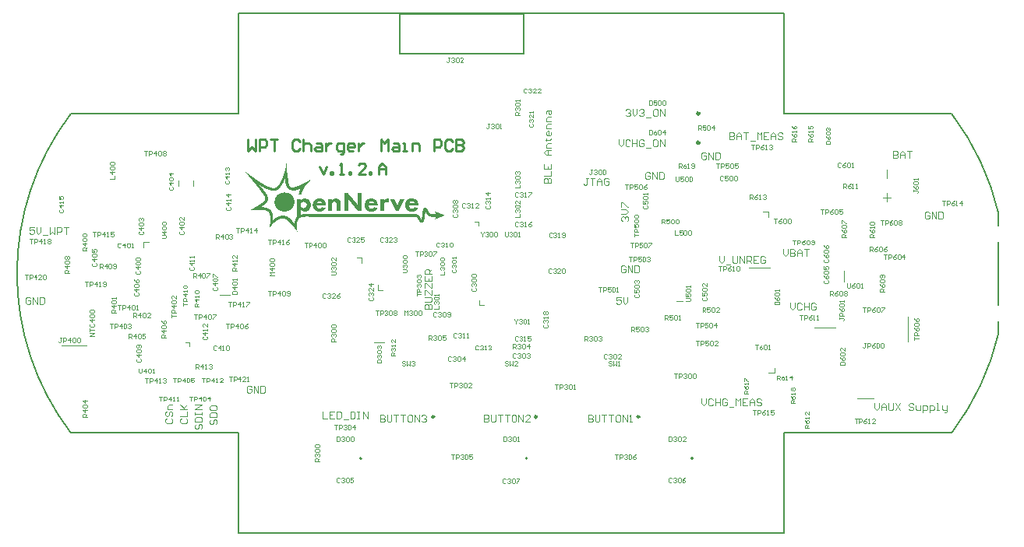
<source format=gbr>
G04*
G04 #@! TF.GenerationSoftware,Altium Limited,Altium Designer,24.3.1 (35)*
G04*
G04 Layer_Color=65535*
%FSLAX44Y44*%
%MOMM*%
G71*
G04*
G04 #@! TF.SameCoordinates,025A4B24-8724-457C-B47B-0DB420FA472D*
G04*
G04*
G04 #@! TF.FilePolarity,Positive*
G04*
G01*
G75*
%ADD10C,0.2000*%
%ADD11C,0.3000*%
%ADD12C,0.2500*%
%ADD13C,0.2032*%
%ADD14C,0.1000*%
%ADD15C,0.0500*%
%ADD16C,0.2030*%
%ADD17C,0.2540*%
%ADD18C,0.0700*%
G36*
X-244041Y117604D02*
X-243828D01*
Y114831D01*
X-243614D01*
Y112271D01*
X-243401D01*
Y109711D01*
X-243188D01*
Y107791D01*
X-242974D01*
Y105658D01*
X-242761D01*
Y103525D01*
X-242548D01*
Y101605D01*
X-242334D01*
Y99898D01*
X-242121D01*
Y98832D01*
X-241908D01*
Y97765D01*
X-241694D01*
Y96912D01*
X-241481D01*
Y96272D01*
X-241268D01*
Y95845D01*
X-241054D01*
Y95419D01*
X-240841D01*
Y94992D01*
X-240628D01*
Y94779D01*
X-240415D01*
Y94565D01*
X-240201D01*
Y94352D01*
X-239988D01*
Y94139D01*
X-239774D01*
Y93925D01*
X-239561D01*
Y93712D01*
X-238921D01*
Y93499D01*
X-236575D01*
Y93712D01*
X-235508D01*
Y93925D01*
X-234655D01*
Y94139D01*
X-234015D01*
Y94352D01*
X-233375D01*
Y94565D01*
X-232735D01*
Y94779D01*
X-232095D01*
Y94992D01*
X-231455D01*
Y95205D01*
X-231028D01*
Y95419D01*
X-230388D01*
Y95632D01*
X-229962D01*
Y95845D01*
X-229535D01*
Y96059D01*
X-228895D01*
Y96272D01*
X-228468D01*
Y96485D01*
X-228042D01*
Y96699D01*
X-227615D01*
Y96912D01*
X-226975D01*
Y97125D01*
X-226549D01*
Y97339D01*
X-226122D01*
Y97552D01*
X-225695D01*
Y97765D01*
X-225269D01*
Y97978D01*
X-224842D01*
Y98192D01*
X-224415D01*
Y98405D01*
X-223989D01*
Y98618D01*
X-223562D01*
Y98832D01*
X-223136D01*
Y99045D01*
X-222922D01*
Y99258D01*
X-222496D01*
Y99472D01*
X-222069D01*
Y99685D01*
X-221642D01*
Y99898D01*
X-221216D01*
Y100112D01*
X-220789D01*
Y100325D01*
X-220362D01*
Y100538D01*
X-220149D01*
Y100752D01*
X-219722D01*
Y100965D01*
X-219296D01*
Y101178D01*
X-218869D01*
Y101392D01*
X-218656D01*
Y101605D01*
X-218229D01*
Y101818D01*
X-217803D01*
Y102032D01*
X-217376D01*
Y101818D01*
X-217589D01*
Y101605D01*
X-217803D01*
Y101392D01*
X-218016D01*
Y101178D01*
X-218229D01*
Y100965D01*
X-218442D01*
Y100752D01*
X-218656D01*
Y100538D01*
X-218869D01*
Y100325D01*
X-219082D01*
Y100112D01*
X-219296D01*
Y99898D01*
X-219509D01*
Y99685D01*
X-219722D01*
Y99472D01*
X-219936D01*
Y99258D01*
X-220149D01*
Y99045D01*
X-220362D01*
Y98832D01*
X-220576D01*
Y98618D01*
X-220789D01*
Y98405D01*
X-221002D01*
Y98192D01*
X-221216D01*
Y97978D01*
X-221429D01*
Y97765D01*
X-221642D01*
Y97552D01*
X-221856D01*
Y97339D01*
X-222069D01*
Y97125D01*
X-222282D01*
Y96912D01*
X-222496D01*
Y96485D01*
X-222709D01*
Y96272D01*
X-222922D01*
Y96059D01*
X-223136D01*
Y95845D01*
X-223349D01*
Y95419D01*
X-223562D01*
Y95205D01*
X-223776D01*
Y94779D01*
X-223989D01*
Y94565D01*
X-224202D01*
Y94139D01*
X-224415D01*
Y93925D01*
X-224629D01*
Y93499D01*
X-224842D01*
Y93286D01*
X-225055D01*
Y92859D01*
X-225269D01*
Y92432D01*
X-225482D01*
Y92006D01*
X-225695D01*
Y91579D01*
X-225909D01*
Y91152D01*
X-226122D01*
Y90726D01*
X-226335D01*
Y90299D01*
X-226549D01*
Y89872D01*
X-226762D01*
Y89232D01*
X-226975D01*
Y88592D01*
X-227189D01*
Y87952D01*
X-227402D01*
Y87312D01*
X-227615D01*
Y86246D01*
X-227829D01*
Y85393D01*
X-229322D01*
Y85606D01*
X-230815D01*
Y86886D01*
X-230602D01*
Y87952D01*
X-230388D01*
Y88592D01*
X-230175D01*
Y89232D01*
X-229962D01*
Y89872D01*
X-229748D01*
Y90512D01*
X-229535D01*
Y91152D01*
X-229322D01*
Y91579D01*
X-229109D01*
Y92219D01*
X-229535D01*
Y92006D01*
X-229748D01*
Y91792D01*
X-230388D01*
Y91579D01*
X-230815D01*
Y91366D01*
X-231242D01*
Y91152D01*
X-231668D01*
Y90939D01*
X-232308D01*
Y90726D01*
X-233162D01*
Y90512D01*
X-233801D01*
Y90299D01*
X-235082D01*
Y90086D01*
X-238068D01*
Y90299D01*
X-239135D01*
Y90512D01*
X-239774D01*
Y90726D01*
X-240201D01*
Y90939D01*
X-240841D01*
Y91152D01*
X-241054D01*
Y91366D01*
X-241481D01*
Y91579D01*
X-241694D01*
Y91792D01*
X-242121D01*
Y92006D01*
X-242334D01*
Y92219D01*
X-242548D01*
Y92432D01*
X-242761D01*
Y92646D01*
X-242974D01*
Y93072D01*
X-243188D01*
Y93286D01*
X-243401D01*
Y93712D01*
X-243614D01*
Y93925D01*
X-243828D01*
Y94352D01*
X-244041D01*
Y94779D01*
X-244254D01*
Y95419D01*
X-244468D01*
Y96059D01*
X-244681D01*
Y96912D01*
X-244894D01*
Y97765D01*
X-245107D01*
Y99045D01*
X-245321D01*
Y101392D01*
X-245534D01*
Y102671D01*
X-245748D01*
Y102458D01*
X-245961D01*
Y102032D01*
X-246174D01*
Y101605D01*
X-246387D01*
Y101178D01*
X-246601D01*
Y100752D01*
X-246814D01*
Y100112D01*
X-247027D01*
Y99685D01*
X-247241D01*
Y99258D01*
X-247454D01*
Y98832D01*
X-247667D01*
Y98618D01*
X-247881D01*
Y98192D01*
X-248094D01*
Y97765D01*
X-248307D01*
Y97339D01*
X-248521D01*
Y97125D01*
X-248734D01*
Y96699D01*
X-248947D01*
Y96272D01*
X-249161D01*
Y96059D01*
X-249374D01*
Y95632D01*
X-249587D01*
Y95419D01*
X-249801D01*
Y94992D01*
X-250014D01*
Y94779D01*
X-250227D01*
Y94352D01*
X-250441D01*
Y94139D01*
X-250654D01*
Y93925D01*
X-250867D01*
Y93712D01*
X-251080D01*
Y93286D01*
X-251294D01*
Y93072D01*
X-251507D01*
Y92859D01*
X-251721D01*
Y92646D01*
X-251934D01*
Y92432D01*
X-252147D01*
Y92219D01*
X-252360D01*
Y92006D01*
X-252574D01*
Y91792D01*
X-252787D01*
Y91579D01*
X-253000D01*
Y91366D01*
X-253427D01*
Y91152D01*
X-253640D01*
Y90939D01*
X-254067D01*
Y90726D01*
X-254280D01*
Y90512D01*
X-254707D01*
Y90299D01*
X-255347D01*
Y90086D01*
X-255987D01*
Y89872D01*
X-257480D01*
Y89659D01*
X-258333D01*
Y89872D01*
X-260040D01*
Y90086D01*
X-261106D01*
Y90299D01*
X-261960D01*
Y90512D01*
X-262600D01*
Y90726D01*
X-263240D01*
Y90939D01*
X-263880D01*
Y91152D01*
X-264306D01*
Y91366D01*
X-264946D01*
Y91579D01*
X-265373D01*
Y91792D01*
X-265800D01*
Y92006D01*
X-266439D01*
Y92219D01*
X-266866D01*
Y92432D01*
X-267293D01*
Y92646D01*
X-267719D01*
Y92859D01*
X-268146D01*
Y93072D01*
X-268573D01*
Y93286D01*
X-268999D01*
Y93499D01*
X-269426D01*
Y93712D01*
X-269639D01*
Y93925D01*
X-270066D01*
Y94139D01*
X-270493D01*
Y94352D01*
X-270919D01*
Y94565D01*
X-271346D01*
Y94779D01*
X-271559D01*
Y94992D01*
X-271986D01*
Y95205D01*
X-272412D01*
Y95419D01*
X-272626D01*
Y95632D01*
X-273053D01*
Y95845D01*
X-273266D01*
Y95205D01*
X-273053D01*
Y94992D01*
X-272839D01*
Y94779D01*
X-272626D01*
Y94565D01*
X-272412D01*
Y94352D01*
X-272199D01*
Y94139D01*
X-271986D01*
Y93925D01*
X-271773D01*
Y93712D01*
X-271559D01*
Y93499D01*
X-271346D01*
Y93072D01*
X-271133D01*
Y92859D01*
X-270919D01*
Y92646D01*
X-270706D01*
Y92432D01*
X-270493D01*
Y92219D01*
X-270279D01*
Y92006D01*
X-270066D01*
Y91579D01*
X-269853D01*
Y91366D01*
X-269639D01*
Y91152D01*
X-269426D01*
Y90939D01*
X-269213D01*
Y90512D01*
X-268999D01*
Y90299D01*
X-268786D01*
Y90086D01*
X-268573D01*
Y89872D01*
X-268359D01*
Y89446D01*
X-268146D01*
Y89232D01*
X-267933D01*
Y89019D01*
X-267719D01*
Y88592D01*
X-267506D01*
Y88379D01*
X-267293D01*
Y87952D01*
X-267080D01*
Y87739D01*
X-266866D01*
Y87526D01*
X-266653D01*
Y87099D01*
X-266439D01*
Y86672D01*
X-266226D01*
Y86459D01*
X-266013D01*
Y86033D01*
X-265800D01*
Y85606D01*
X-265586D01*
Y85393D01*
X-265373D01*
Y84966D01*
X-265160D01*
Y84539D01*
X-264946D01*
Y84113D01*
X-264733D01*
Y83473D01*
X-264520D01*
Y82619D01*
X-264306D01*
Y79420D01*
X-264520D01*
Y78780D01*
X-264733D01*
Y78140D01*
X-264946D01*
Y77713D01*
X-265160D01*
Y77500D01*
X-265373D01*
Y77073D01*
X-265586D01*
Y76860D01*
X-265800D01*
Y76433D01*
X-266013D01*
Y76220D01*
X-266226D01*
Y76006D01*
X-266439D01*
Y75793D01*
X-266653D01*
Y75580D01*
X-266866D01*
Y75367D01*
X-267080D01*
Y75153D01*
X-267293D01*
Y74940D01*
X-267506D01*
Y74727D01*
X-267933D01*
Y74513D01*
X-268146D01*
Y74300D01*
X-268359D01*
Y74087D01*
X-268786D01*
Y73873D01*
X-268999D01*
Y73660D01*
X-269426D01*
Y73447D01*
X-269853D01*
Y73233D01*
X-270066D01*
Y73020D01*
X-270493D01*
Y72807D01*
X-270919D01*
Y72593D01*
X-271346D01*
Y72167D01*
X-269853D01*
Y71953D01*
X-268146D01*
Y71740D01*
X-267080D01*
Y71527D01*
X-266226D01*
Y71314D01*
X-265586D01*
Y71100D01*
X-264946D01*
Y70887D01*
X-264306D01*
Y70673D01*
X-263880D01*
Y70460D01*
X-263453D01*
Y70247D01*
X-263026D01*
Y70034D01*
X-262813D01*
Y69820D01*
X-262386D01*
Y69607D01*
X-262173D01*
Y69394D01*
X-261960D01*
Y69180D01*
X-261747D01*
Y68967D01*
X-261533D01*
Y68754D01*
X-261320D01*
Y68540D01*
X-261106D01*
Y68114D01*
X-260893D01*
Y67900D01*
X-260680D01*
Y67474D01*
X-260467D01*
Y67260D01*
X-260253D01*
Y66834D01*
X-260040D01*
Y66407D01*
X-259827D01*
Y65981D01*
X-259613D01*
Y65554D01*
X-259400D01*
Y64914D01*
X-259187D01*
Y64061D01*
X-258973D01*
Y62994D01*
X-258760D01*
Y59581D01*
X-258973D01*
Y57874D01*
X-258760D01*
Y58088D01*
X-258547D01*
Y58301D01*
X-258333D01*
Y58514D01*
X-257907D01*
Y58728D01*
X-257693D01*
Y58941D01*
X-257480D01*
Y59154D01*
X-257054D01*
Y59367D01*
X-256840D01*
Y59581D01*
X-256627D01*
Y59794D01*
X-256200D01*
Y60008D01*
X-255987D01*
Y60221D01*
X-255560D01*
Y60434D01*
X-255347D01*
Y60648D01*
X-254920D01*
Y60861D01*
X-254494D01*
Y61074D01*
X-254067D01*
Y61287D01*
X-253640D01*
Y61501D01*
X-253214D01*
Y61714D01*
X-252787D01*
Y61927D01*
X-252360D01*
Y62141D01*
X-251721D01*
Y62354D01*
X-250867D01*
Y62567D01*
X-250014D01*
Y62781D01*
X-246174D01*
Y62567D01*
X-245321D01*
Y62354D01*
X-244681D01*
Y62141D01*
X-244041D01*
Y61927D01*
X-243614D01*
Y61714D01*
X-243188D01*
Y61501D01*
X-242761D01*
Y61287D01*
X-242548D01*
Y61074D01*
X-242121D01*
Y60861D01*
X-241908D01*
Y60648D01*
X-241481D01*
Y60434D01*
X-241268D01*
Y60221D01*
X-241054D01*
Y60008D01*
X-240841D01*
Y59794D01*
X-240628D01*
Y59581D01*
X-240201D01*
Y59367D01*
X-239988D01*
Y59154D01*
X-239774D01*
Y58941D01*
X-239561D01*
Y58728D01*
X-239348D01*
Y58514D01*
X-239135D01*
Y58301D01*
X-238921D01*
Y57874D01*
X-238708D01*
Y57661D01*
X-238495D01*
Y57448D01*
X-238281D01*
Y57234D01*
X-238068D01*
Y57021D01*
Y56808D01*
X-237855D01*
Y56594D01*
X-237641D01*
Y56381D01*
X-237428D01*
Y55954D01*
X-237215D01*
Y55741D01*
X-237001D01*
Y55314D01*
X-236788D01*
Y55101D01*
X-236575D01*
Y54675D01*
X-236361D01*
Y54461D01*
X-236148D01*
Y54035D01*
X-235935D01*
Y54248D01*
X-235721D01*
Y55101D01*
X-235508D01*
Y55741D01*
X-235295D01*
Y56594D01*
X-235082D01*
Y57234D01*
X-234868D01*
Y57874D01*
X-234655D01*
Y58514D01*
X-234442D01*
Y58941D01*
X-234228D01*
Y59581D01*
X-234015D01*
Y60008D01*
X-233801D01*
Y60221D01*
X-233588D01*
Y60648D01*
X-233375D01*
Y60861D01*
X-233162D01*
Y61074D01*
X-232948D01*
Y61287D01*
X-232735D01*
Y80913D01*
X-228468D01*
Y79633D01*
X-228042D01*
Y79846D01*
X-227829D01*
Y80060D01*
X-227615D01*
Y80273D01*
X-227402D01*
Y80486D01*
X-227189D01*
Y80700D01*
X-226762D01*
Y80913D01*
X-226122D01*
Y81126D01*
X-225482D01*
Y81340D01*
X-223136D01*
Y81126D01*
X-222282D01*
Y80913D01*
X-221642D01*
Y80700D01*
X-221216D01*
Y80486D01*
X-220789D01*
Y80273D01*
X-220362D01*
Y80060D01*
X-220149D01*
Y79846D01*
X-219936D01*
Y79633D01*
X-219722D01*
Y79420D01*
X-219509D01*
Y79206D01*
X-219296D01*
Y78993D01*
X-219082D01*
Y78780D01*
X-218869D01*
Y78353D01*
X-218656D01*
Y77926D01*
X-218442D01*
Y77500D01*
X-218229D01*
Y77073D01*
X-218016D01*
Y76433D01*
X-217803D01*
Y75153D01*
X-217589D01*
Y73447D01*
X-217803D01*
Y72167D01*
X-218016D01*
Y71527D01*
X-218229D01*
Y71100D01*
X-218442D01*
Y70673D01*
X-218656D01*
Y70247D01*
X-218869D01*
Y70034D01*
X-219082D01*
Y69607D01*
X-219296D01*
Y69394D01*
X-219509D01*
Y69180D01*
X-219722D01*
Y68967D01*
X-219936D01*
Y68754D01*
X-220149D01*
Y68540D01*
X-220362D01*
Y68327D01*
X-220789D01*
Y68114D01*
X-221002D01*
Y67900D01*
X-221429D01*
Y67687D01*
X-222069D01*
Y67474D01*
X-222922D01*
Y67260D01*
X-225482D01*
Y67474D01*
X-226335D01*
Y67687D01*
X-226762D01*
Y67900D01*
X-227189D01*
Y68114D01*
X-227402D01*
Y68327D01*
X-227829D01*
Y68540D01*
X-228042D01*
Y68754D01*
X-228255D01*
Y68967D01*
X-228468D01*
Y63847D01*
X-228042D01*
Y64061D01*
X-226975D01*
Y64274D01*
X-225909D01*
Y64487D01*
X-223989D01*
Y64701D01*
X-219509D01*
Y64487D01*
X-103036D01*
Y64274D01*
X-102396D01*
Y64061D01*
X-101970D01*
Y63847D01*
X-101543D01*
Y63634D01*
X-101330D01*
Y63421D01*
X-100903D01*
Y63207D01*
X-100690D01*
Y62994D01*
X-100476D01*
Y62567D01*
X-100263D01*
Y62354D01*
X-100050D01*
Y62141D01*
X-99836D01*
Y61927D01*
X-99623D01*
Y61714D01*
X-99410D01*
Y61287D01*
X-99196D01*
Y61074D01*
X-98983D01*
Y60648D01*
X-98770D01*
Y60434D01*
X-98556D01*
Y60008D01*
X-98343D01*
Y59581D01*
X-98130D01*
Y59367D01*
X-97916D01*
Y58941D01*
X-97703D01*
Y58728D01*
X-97490D01*
Y58941D01*
X-97276D01*
Y59794D01*
X-97063D01*
Y61074D01*
X-96850D01*
Y62781D01*
X-96637D01*
Y64701D01*
X-96423D01*
Y66834D01*
X-96210D01*
Y68327D01*
X-95997D01*
Y69394D01*
X-95783D01*
Y70247D01*
X-95570D01*
Y70673D01*
X-95357D01*
Y70887D01*
X-95143D01*
Y71100D01*
X-94930D01*
Y71314D01*
X-94503D01*
Y71527D01*
X-93010D01*
Y71314D01*
X-92584D01*
Y71100D01*
X-92157D01*
Y70887D01*
X-91944D01*
Y70673D01*
X-91730D01*
Y70460D01*
X-91517D01*
Y70247D01*
X-91304D01*
Y69820D01*
X-91090D01*
Y69394D01*
X-90877D01*
Y69180D01*
X-90664D01*
Y68540D01*
X-90450D01*
Y68114D01*
X-90237D01*
Y67687D01*
X-90024D01*
Y67260D01*
X-89810D01*
Y66834D01*
X-89597D01*
Y66407D01*
X-89384D01*
Y66194D01*
X-89170D01*
Y65767D01*
X-88957D01*
Y65554D01*
X-88744D01*
Y65340D01*
X-88530D01*
Y65127D01*
X-88317D01*
Y64914D01*
X-88104D01*
Y64701D01*
X-87037D01*
Y64487D01*
X-81917D01*
Y64701D01*
X-81704D01*
Y64914D01*
X-81917D01*
Y65340D01*
X-82131D01*
Y65981D01*
X-82344D01*
Y66407D01*
X-82557D01*
Y66834D01*
X-82771D01*
Y67474D01*
X-82344D01*
Y67260D01*
X-81917D01*
Y67047D01*
X-81278D01*
Y66834D01*
X-80851D01*
Y66620D01*
X-80424D01*
Y66407D01*
X-79784D01*
Y66194D01*
X-79358D01*
Y65981D01*
X-78931D01*
Y65767D01*
X-78291D01*
Y65554D01*
X-77864D01*
Y65340D01*
X-77224D01*
Y65127D01*
X-76798D01*
Y64914D01*
X-76371D01*
Y64701D01*
X-75731D01*
Y64487D01*
X-75304D01*
Y64274D01*
X-74878D01*
Y64061D01*
X-74238D01*
Y63847D01*
X-73811D01*
Y63634D01*
X-73171D01*
Y63421D01*
X-72745D01*
Y63207D01*
X-72318D01*
Y62994D01*
X-72531D01*
Y62781D01*
X-72958D01*
Y62567D01*
X-73598D01*
Y62354D01*
X-74025D01*
Y62141D01*
X-74451D01*
Y61927D01*
X-75091D01*
Y61714D01*
X-75518D01*
Y61501D01*
X-75944D01*
Y61287D01*
X-76585D01*
Y61074D01*
X-77011D01*
Y60861D01*
X-77651D01*
Y60648D01*
X-78078D01*
Y60434D01*
X-78504D01*
Y60221D01*
X-79144D01*
Y60008D01*
X-79571D01*
Y59794D01*
X-80211D01*
Y59581D01*
X-80638D01*
Y59367D01*
X-81064D01*
Y59154D01*
X-81704D01*
Y58941D01*
X-82131D01*
Y58728D01*
X-82557D01*
Y58514D01*
X-82984D01*
Y58728D01*
X-82771D01*
Y59154D01*
X-82557D01*
Y59794D01*
X-82344D01*
Y60221D01*
X-82131D01*
Y60861D01*
X-81917D01*
Y61287D01*
X-81704D01*
Y61501D01*
X-87464D01*
Y61714D01*
X-88744D01*
Y61927D01*
X-89170D01*
Y62141D01*
X-89597D01*
Y62354D01*
X-90024D01*
Y62567D01*
X-90237D01*
Y62781D01*
X-90664D01*
Y62994D01*
X-90877D01*
Y63421D01*
X-91090D01*
Y63634D01*
X-91304D01*
Y63847D01*
X-91517D01*
Y64274D01*
X-91730D01*
Y64487D01*
X-91944D01*
Y64914D01*
X-92157D01*
Y65127D01*
X-92370D01*
Y65554D01*
X-92584D01*
Y65981D01*
X-92797D01*
Y66620D01*
X-93010D01*
Y66834D01*
X-93223D01*
Y66407D01*
X-93437D01*
Y64487D01*
X-93650D01*
Y62354D01*
X-93863D01*
Y60434D01*
X-94077D01*
Y59367D01*
X-94290D01*
Y58301D01*
X-94503D01*
Y57661D01*
X-94717D01*
Y57234D01*
X-94930D01*
Y56594D01*
X-95143D01*
Y56381D01*
X-95357D01*
Y55954D01*
X-95570D01*
Y55741D01*
X-95783D01*
Y55528D01*
X-96210D01*
Y55314D01*
X-97063D01*
Y55101D01*
X-97490D01*
Y55314D01*
X-98343D01*
Y55528D01*
X-98770D01*
Y55741D01*
X-99196D01*
Y55954D01*
X-99410D01*
Y56168D01*
X-99623D01*
Y56381D01*
X-99836D01*
Y56594D01*
X-100050D01*
Y57021D01*
X-100263D01*
Y57448D01*
X-100476D01*
Y57661D01*
X-100690D01*
Y58088D01*
X-100903D01*
Y58301D01*
X-101116D01*
Y58728D01*
X-101330D01*
Y59154D01*
X-101543D01*
Y59367D01*
X-101756D01*
Y59794D01*
X-101970D01*
Y60008D01*
X-102183D01*
Y60221D01*
X-102396D01*
Y60434D01*
X-102610D01*
Y60648D01*
X-102823D01*
Y60861D01*
X-103036D01*
Y61074D01*
X-103250D01*
Y61287D01*
X-103676D01*
Y61501D01*
X-220149D01*
Y61714D01*
X-223349D01*
Y61501D01*
X-225269D01*
Y61287D01*
X-226549D01*
Y61074D01*
X-227402D01*
Y60861D01*
X-228255D01*
Y60648D01*
X-228682D01*
Y60434D01*
X-229109D01*
Y60221D01*
X-229535D01*
Y60008D01*
X-229962D01*
Y59794D01*
X-230175D01*
Y59581D01*
X-230388D01*
Y59367D01*
X-230602D01*
Y59154D01*
X-230815D01*
Y58941D01*
X-231028D01*
Y58728D01*
X-231242D01*
Y58301D01*
X-231455D01*
Y58088D01*
X-231668D01*
Y57661D01*
X-231882D01*
Y57234D01*
X-232095D01*
Y56594D01*
X-232308D01*
Y56168D01*
X-232522D01*
Y55314D01*
X-232735D01*
Y54248D01*
X-232948D01*
Y52328D01*
X-233162D01*
Y50621D01*
X-232948D01*
Y48488D01*
X-232735D01*
Y47208D01*
X-232522D01*
Y46142D01*
X-232308D01*
Y45288D01*
X-232522D01*
Y45502D01*
X-232735D01*
Y45928D01*
X-232948D01*
Y46142D01*
X-233162D01*
Y46568D01*
X-233375D01*
Y46782D01*
X-233588D01*
Y46995D01*
X-233801D01*
Y47422D01*
X-234015D01*
Y47635D01*
X-234228D01*
Y47848D01*
X-234442D01*
Y48275D01*
X-234655D01*
Y48488D01*
X-234868D01*
Y48702D01*
X-235082D01*
Y49128D01*
X-235295D01*
Y49342D01*
X-235508D01*
Y49555D01*
X-235721D01*
Y49768D01*
X-235935D01*
Y50195D01*
X-236148D01*
Y50408D01*
X-236361D01*
Y50621D01*
X-236575D01*
Y50835D01*
X-236788D01*
Y51261D01*
X-237001D01*
Y51475D01*
X-237215D01*
Y51688D01*
X-237428D01*
Y51901D01*
X-237641D01*
Y52115D01*
X-237855D01*
Y52541D01*
X-238068D01*
Y52755D01*
X-238281D01*
Y52968D01*
X-238495D01*
Y53181D01*
X-238708D01*
Y53395D01*
X-238921D01*
Y53608D01*
X-239135D01*
Y53821D01*
X-239348D01*
Y54035D01*
X-239561D01*
Y54248D01*
X-239774D01*
Y54461D01*
X-239988D01*
Y54675D01*
X-240201D01*
Y54888D01*
X-240415D01*
Y55101D01*
X-240628D01*
Y55314D01*
X-240841D01*
Y55528D01*
X-241054D01*
Y55741D01*
X-241268D01*
Y55954D01*
X-241481D01*
Y56168D01*
X-241694D01*
Y56381D01*
X-241908D01*
Y56594D01*
X-242121D01*
Y56808D01*
X-242334D01*
Y57021D01*
X-242548D01*
Y57234D01*
X-242761D01*
Y57448D01*
X-243188D01*
Y57661D01*
X-243401D01*
Y57874D01*
X-243614D01*
Y58088D01*
X-244041D01*
Y58301D01*
X-244254D01*
Y58514D01*
X-244681D01*
Y58728D01*
X-244894D01*
Y58941D01*
X-245321D01*
Y59154D01*
X-245748D01*
Y59367D01*
X-246174D01*
Y59581D01*
X-246814D01*
Y59794D01*
X-249587D01*
Y59581D01*
X-250441D01*
Y59367D01*
X-251080D01*
Y59154D01*
X-251721D01*
Y58941D01*
X-252147D01*
Y58728D01*
X-252574D01*
Y58514D01*
X-253000D01*
Y58301D01*
X-253427D01*
Y58088D01*
X-253640D01*
Y57874D01*
X-254067D01*
Y57661D01*
X-254280D01*
Y57448D01*
X-254707D01*
Y57234D01*
X-254920D01*
Y57021D01*
X-255347D01*
Y56808D01*
X-255560D01*
Y56594D01*
X-255774D01*
Y56381D01*
X-255987D01*
Y56168D01*
X-256413D01*
Y55954D01*
X-256627D01*
Y55741D01*
X-256840D01*
Y55528D01*
X-257054D01*
Y55314D01*
X-257267D01*
Y55101D01*
X-257480D01*
Y54888D01*
X-257907D01*
Y54675D01*
X-258120D01*
Y54461D01*
X-258333D01*
Y54248D01*
X-258547D01*
Y54035D01*
X-258760D01*
Y53821D01*
X-258973D01*
Y53608D01*
X-259187D01*
Y53395D01*
X-259400D01*
Y53181D01*
X-259613D01*
Y52755D01*
X-259827D01*
Y52541D01*
X-260040D01*
Y52328D01*
X-260253D01*
Y52115D01*
X-260467D01*
Y51901D01*
X-260680D01*
Y51688D01*
X-260893D01*
Y51475D01*
X-261106D01*
Y51261D01*
X-261320D01*
Y50835D01*
X-261533D01*
Y50621D01*
X-261747D01*
Y50408D01*
X-261960D01*
Y50195D01*
X-262173D01*
Y49981D01*
X-262386D01*
Y49555D01*
X-262600D01*
Y49342D01*
X-262813D01*
Y50195D01*
X-262600D01*
Y51048D01*
X-262386D01*
Y52115D01*
X-262173D01*
Y53181D01*
X-261960D01*
Y54675D01*
X-261747D01*
Y57021D01*
X-261533D01*
Y60434D01*
X-261747D01*
Y62141D01*
X-261960D01*
Y63207D01*
X-262173D01*
Y64061D01*
X-262386D01*
Y64487D01*
X-262600D01*
Y64914D01*
X-262813D01*
Y65554D01*
X-263026D01*
Y65767D01*
X-263240D01*
Y66194D01*
X-263453D01*
Y66407D01*
X-263666D01*
Y66834D01*
X-263880D01*
Y67047D01*
X-264093D01*
Y67260D01*
X-264306D01*
Y67474D01*
X-264733D01*
Y67687D01*
X-264946D01*
Y67900D01*
X-265373D01*
Y68114D01*
X-266013D01*
Y68327D01*
X-266653D01*
Y68540D01*
X-267506D01*
Y68754D01*
X-268573D01*
Y68967D01*
X-270279D01*
Y69180D01*
X-279025D01*
Y68967D01*
X-281585D01*
Y68754D01*
X-283505D01*
Y68540D01*
X-284359D01*
Y68754D01*
X-283932D01*
Y68967D01*
X-283505D01*
Y69180D01*
X-283078D01*
Y69394D01*
X-282652D01*
Y69607D01*
X-282225D01*
Y69820D01*
X-281799D01*
Y70034D01*
X-281372D01*
Y70247D01*
X-280945D01*
Y70460D01*
X-280519D01*
Y70673D01*
X-280092D01*
Y70887D01*
X-279665D01*
Y71100D01*
X-279239D01*
Y71314D01*
X-279025D01*
Y71527D01*
X-278599D01*
Y71740D01*
X-278172D01*
Y71953D01*
X-277745D01*
Y72167D01*
X-277319D01*
Y72380D01*
X-276892D01*
Y72593D01*
X-276466D01*
Y72807D01*
X-276252D01*
Y73020D01*
X-275826D01*
Y73233D01*
X-275399D01*
Y73447D01*
X-274972D01*
Y73660D01*
X-274759D01*
Y73873D01*
X-274332D01*
Y74087D01*
X-273906D01*
Y74300D01*
X-273479D01*
Y74513D01*
X-273266D01*
Y74727D01*
X-272839D01*
Y74940D01*
X-272626D01*
Y75153D01*
X-272199D01*
Y75367D01*
X-271986D01*
Y75580D01*
X-271559D01*
Y75793D01*
X-271346D01*
Y76006D01*
X-270919D01*
Y76220D01*
X-270706D01*
Y76433D01*
X-270279D01*
Y76646D01*
X-270066D01*
Y76860D01*
X-269853D01*
Y77073D01*
X-269639D01*
Y77286D01*
X-269213D01*
Y77500D01*
X-268999D01*
Y77713D01*
X-268786D01*
Y77926D01*
X-268573D01*
Y78140D01*
X-268359D01*
Y78353D01*
X-268146D01*
Y78780D01*
X-267933D01*
Y78993D01*
X-267719D01*
Y79420D01*
X-267506D01*
Y80060D01*
X-267293D01*
Y82193D01*
X-267506D01*
Y82833D01*
X-267719D01*
Y83259D01*
X-267933D01*
Y83686D01*
X-268146D01*
Y84113D01*
X-268359D01*
Y84539D01*
X-268573D01*
Y84753D01*
X-268786D01*
Y85179D01*
X-268999D01*
Y85606D01*
X-269213D01*
Y85819D01*
X-269426D01*
Y86246D01*
X-269639D01*
Y86459D01*
X-269853D01*
Y86886D01*
X-270066D01*
Y87099D01*
X-270279D01*
Y87526D01*
X-270493D01*
Y87739D01*
X-270706D01*
Y88166D01*
X-270919D01*
Y88379D01*
X-271133D01*
Y88592D01*
X-271346D01*
Y89019D01*
X-271559D01*
Y89232D01*
X-271773D01*
Y89659D01*
X-271986D01*
Y89872D01*
X-272199D01*
Y90086D01*
X-272412D01*
Y90512D01*
X-272626D01*
Y90726D01*
X-272839D01*
Y90939D01*
X-273053D01*
Y91366D01*
X-273266D01*
Y91579D01*
X-273479D01*
Y91792D01*
X-273692D01*
Y92219D01*
X-273906D01*
Y92432D01*
X-274119D01*
Y92646D01*
X-274332D01*
Y92859D01*
X-274546D01*
Y93286D01*
X-274759D01*
Y93499D01*
X-274972D01*
Y93712D01*
X-275186D01*
Y93925D01*
X-275399D01*
Y94352D01*
X-275612D01*
Y94565D01*
X-275826D01*
Y94779D01*
X-276039D01*
Y94992D01*
X-276252D01*
Y95419D01*
X-276466D01*
Y95632D01*
X-276679D01*
Y95845D01*
X-276892D01*
Y96059D01*
X-277106D01*
Y96485D01*
X-277319D01*
Y96699D01*
X-277532D01*
Y96912D01*
X-277745D01*
Y97125D01*
X-277959D01*
Y97339D01*
X-278172D01*
Y97765D01*
X-278386D01*
Y97978D01*
X-278599D01*
Y98192D01*
X-278812D01*
Y98405D01*
X-279025D01*
Y98832D01*
X-279239D01*
Y99045D01*
X-279452D01*
Y99258D01*
X-279665D01*
Y99472D01*
X-279879D01*
Y99685D01*
X-280092D01*
Y99898D01*
X-280305D01*
Y100325D01*
X-280519D01*
Y100538D01*
X-280732D01*
Y100752D01*
X-280945D01*
Y100965D01*
X-281159D01*
Y101178D01*
X-281372D01*
Y101605D01*
X-281585D01*
Y101818D01*
X-281799D01*
Y102032D01*
X-282012D01*
Y102245D01*
X-282225D01*
Y102458D01*
X-282439D01*
Y102671D01*
X-282652D01*
Y103098D01*
X-282865D01*
Y103312D01*
X-283078D01*
Y103525D01*
X-283292D01*
Y103738D01*
X-283505D01*
Y103952D01*
X-283718D01*
Y104378D01*
X-283932D01*
Y104591D01*
X-284145D01*
Y104805D01*
X-284359D01*
Y105018D01*
X-284572D01*
Y105231D01*
X-284785D01*
Y105445D01*
X-284998D01*
Y105658D01*
X-285212D01*
Y106085D01*
X-285425D01*
Y106298D01*
X-285638D01*
Y106511D01*
X-285852D01*
Y106725D01*
X-286065D01*
Y106938D01*
X-286278D01*
Y107151D01*
X-286492D01*
Y107365D01*
X-286705D01*
Y107791D01*
X-286918D01*
Y108005D01*
X-287132D01*
Y108218D01*
X-287345D01*
Y108431D01*
X-287558D01*
Y108645D01*
X-287772D01*
Y108858D01*
X-287985D01*
Y109071D01*
X-288198D01*
Y109498D01*
X-288412D01*
Y109711D01*
X-288625D01*
Y109924D01*
X-288838D01*
Y110138D01*
X-289051D01*
Y110351D01*
X-289265D01*
Y110564D01*
X-289478D01*
Y110778D01*
X-289265D01*
Y110564D01*
X-288838D01*
Y110351D01*
X-288625D01*
Y110138D01*
X-288412D01*
Y109924D01*
X-287985D01*
Y109711D01*
X-287772D01*
Y109498D01*
X-287558D01*
Y109284D01*
X-287132D01*
Y109071D01*
X-286918D01*
Y108858D01*
X-286492D01*
Y108645D01*
X-286278D01*
Y108431D01*
X-286065D01*
Y108218D01*
X-285638D01*
Y108005D01*
X-285425D01*
Y107791D01*
X-285212D01*
Y107578D01*
X-284785D01*
Y107365D01*
X-284572D01*
Y107151D01*
X-284145D01*
Y106938D01*
X-283932D01*
Y106725D01*
X-283718D01*
Y106511D01*
X-283292D01*
Y106298D01*
X-283078D01*
Y106085D01*
X-282865D01*
Y105871D01*
X-282439D01*
Y105658D01*
X-282225D01*
Y105445D01*
X-281799D01*
Y105231D01*
X-281585D01*
Y105018D01*
X-281159D01*
Y104805D01*
X-280945D01*
Y104591D01*
X-280732D01*
Y104378D01*
X-280305D01*
Y104165D01*
X-280092D01*
Y103952D01*
X-279665D01*
Y103738D01*
X-279452D01*
Y103525D01*
X-279239D01*
Y103312D01*
X-278812D01*
Y103098D01*
X-278599D01*
Y102885D01*
X-278172D01*
Y102671D01*
X-277959D01*
Y102458D01*
X-277532D01*
Y102245D01*
X-277319D01*
Y102032D01*
X-276892D01*
Y101818D01*
X-276679D01*
Y101605D01*
X-276252D01*
Y101392D01*
X-276039D01*
Y101178D01*
X-275612D01*
Y100965D01*
X-275399D01*
Y100752D01*
X-274972D01*
Y100538D01*
X-274759D01*
Y100325D01*
X-274332D01*
Y100112D01*
X-274119D01*
Y99898D01*
X-273692D01*
Y99685D01*
X-273479D01*
Y99472D01*
X-273053D01*
Y99258D01*
X-272839D01*
Y99045D01*
X-272412D01*
Y98832D01*
X-272199D01*
Y98618D01*
X-271773D01*
Y98405D01*
X-271346D01*
Y98192D01*
X-271133D01*
Y97978D01*
X-270706D01*
Y97765D01*
X-270279D01*
Y97552D01*
X-270066D01*
Y97339D01*
X-269639D01*
Y97125D01*
X-269213D01*
Y96912D01*
X-268786D01*
Y96699D01*
X-268573D01*
Y96485D01*
X-268146D01*
Y96272D01*
X-267719D01*
Y96059D01*
X-267293D01*
Y95845D01*
X-266866D01*
Y95632D01*
X-266439D01*
Y95419D01*
X-266013D01*
Y95205D01*
X-265800D01*
Y94992D01*
X-265160D01*
Y94779D01*
X-264733D01*
Y94565D01*
X-264306D01*
Y94352D01*
X-263880D01*
Y94139D01*
X-263240D01*
Y93925D01*
X-262813D01*
Y93712D01*
X-262173D01*
Y93499D01*
X-261533D01*
Y93286D01*
X-260893D01*
Y93072D01*
X-260040D01*
Y92859D01*
X-256413D01*
Y93072D01*
X-255987D01*
Y93286D01*
X-255560D01*
Y93499D01*
X-255134D01*
Y93712D01*
X-254920D01*
Y93925D01*
X-254707D01*
Y94139D01*
X-254280D01*
Y94352D01*
X-254067D01*
Y94565D01*
X-253854D01*
Y94779D01*
X-253640D01*
Y94992D01*
X-253427D01*
Y95205D01*
X-253214D01*
Y95419D01*
X-253000D01*
Y95845D01*
X-252787D01*
Y96059D01*
X-252574D01*
Y96272D01*
X-252360D01*
Y96485D01*
X-252147D01*
Y96912D01*
X-251934D01*
Y97125D01*
X-251721D01*
Y97552D01*
X-251507D01*
Y97978D01*
X-251294D01*
Y98192D01*
X-251080D01*
Y98618D01*
X-250867D01*
Y98832D01*
X-250654D01*
Y99258D01*
X-250441D01*
Y99685D01*
X-250227D01*
Y100112D01*
X-250014D01*
Y100538D01*
X-249801D01*
Y100965D01*
X-249587D01*
Y101392D01*
X-249374D01*
Y101818D01*
X-249161D01*
Y102245D01*
X-248947D01*
Y102671D01*
X-248734D01*
Y103098D01*
X-248521D01*
Y103738D01*
X-248307D01*
Y104165D01*
X-248094D01*
Y104805D01*
X-247881D01*
Y105231D01*
X-247667D01*
Y105871D01*
X-247454D01*
Y106511D01*
X-247241D01*
Y106938D01*
X-247027D01*
Y107578D01*
X-246814D01*
Y108218D01*
X-246601D01*
Y108645D01*
X-246387D01*
Y109498D01*
X-246174D01*
Y110138D01*
X-245961D01*
Y111204D01*
X-245748D01*
Y111844D01*
X-245534D01*
Y112698D01*
X-245321D01*
Y113764D01*
X-245107D01*
Y114831D01*
X-244894D01*
Y115897D01*
X-244681D01*
Y116964D01*
X-244468D01*
Y118244D01*
X-244254D01*
Y119311D01*
X-244041D01*
Y117604D01*
D02*
G37*
G36*
X-190071Y81126D02*
X-188578D01*
Y80913D01*
X-188151D01*
Y80700D01*
X-187511D01*
Y80486D01*
X-187298D01*
Y80273D01*
X-187084D01*
Y80060D01*
X-186658D01*
Y79846D01*
X-186444D01*
Y79420D01*
X-186231D01*
Y79206D01*
X-186018D01*
Y78780D01*
X-185805D01*
Y78353D01*
X-185591D01*
Y77500D01*
X-185378D01*
Y67687D01*
X-189644D01*
Y75793D01*
X-189858D01*
Y76433D01*
X-190071D01*
Y76860D01*
X-190284D01*
Y77073D01*
X-190497D01*
Y77286D01*
X-190711D01*
Y77500D01*
X-191351D01*
Y77713D01*
X-192631D01*
Y77500D01*
X-193271D01*
Y77286D01*
X-193484D01*
Y77073D01*
X-193697D01*
Y76860D01*
X-193911D01*
Y76646D01*
X-194124D01*
Y76220D01*
X-194337D01*
Y75793D01*
X-194551D01*
Y67687D01*
X-198817D01*
Y74087D01*
Y74300D01*
Y80913D01*
X-194551D01*
Y79633D01*
X-194337D01*
Y79846D01*
X-194124D01*
Y80060D01*
X-193697D01*
Y80273D01*
X-193484D01*
Y80486D01*
X-193271D01*
Y80700D01*
X-192844D01*
Y80913D01*
X-192204D01*
Y81126D01*
X-190924D01*
Y81340D01*
X-190071D01*
Y81126D01*
D02*
G37*
G36*
X-132901Y77286D02*
X-133114D01*
Y77073D01*
X-133541D01*
Y77286D01*
X-134181D01*
Y77500D01*
X-135674D01*
Y77286D01*
X-136314D01*
Y77073D01*
X-136741D01*
Y76860D01*
X-136954D01*
Y76646D01*
X-137167D01*
Y76433D01*
X-137381D01*
Y76006D01*
X-137594D01*
Y75580D01*
X-137807D01*
Y74940D01*
X-138021D01*
Y67900D01*
X-138234D01*
Y67687D01*
X-142287D01*
Y80913D01*
X-138234D01*
Y80700D01*
X-138021D01*
Y79206D01*
X-137807D01*
Y79420D01*
X-137594D01*
Y79846D01*
X-137381D01*
Y80060D01*
X-137167D01*
Y80273D01*
X-136954D01*
Y80486D01*
X-136528D01*
Y80700D01*
X-136314D01*
Y80913D01*
X-135674D01*
Y81126D01*
X-132901D01*
Y77286D01*
D02*
G37*
G36*
X-162553Y87312D02*
X-162339D01*
Y69394D01*
Y69180D01*
Y67687D01*
X-166392D01*
Y67900D01*
X-166606D01*
Y68114D01*
X-166819D01*
Y68327D01*
X-167032D01*
Y68540D01*
X-167246D01*
Y68967D01*
X-167459D01*
Y69180D01*
X-167672D01*
Y69394D01*
X-167886D01*
Y69607D01*
X-168099D01*
Y69820D01*
X-168312D01*
Y70247D01*
X-168526D01*
Y70460D01*
X-168739D01*
Y70673D01*
X-168952D01*
Y70887D01*
X-169165D01*
Y71100D01*
X-169379D01*
Y71527D01*
X-169592D01*
Y71740D01*
X-169806D01*
Y71953D01*
X-170019D01*
Y72167D01*
X-170232D01*
Y72380D01*
X-170445D01*
Y72807D01*
X-170659D01*
Y73020D01*
X-170872D01*
Y73233D01*
X-171085D01*
Y73447D01*
X-171299D01*
Y73660D01*
X-171512D01*
Y74087D01*
X-171725D01*
Y74300D01*
X-171939D01*
Y74513D01*
X-172152D01*
Y74727D01*
X-172365D01*
Y74940D01*
X-172579D01*
Y75367D01*
X-172792D01*
Y75580D01*
X-173005D01*
Y75793D01*
X-173219D01*
Y76006D01*
X-173432D01*
Y76220D01*
X-173645D01*
Y76433D01*
X-173859D01*
Y76860D01*
X-174072D01*
Y77073D01*
X-174285D01*
Y77286D01*
X-174499D01*
Y77500D01*
X-174712D01*
Y77713D01*
X-174925D01*
Y78140D01*
X-175138D01*
Y78353D01*
X-175352D01*
Y78566D01*
X-175565D01*
Y78780D01*
X-175778D01*
Y78993D01*
X-175992D01*
Y79420D01*
X-176205D01*
Y79633D01*
X-176418D01*
Y79846D01*
X-176632D01*
Y80060D01*
X-176845D01*
Y80273D01*
X-177058D01*
Y67687D01*
X-181538D01*
Y87526D01*
X-177698D01*
Y87312D01*
X-177485D01*
Y87099D01*
X-177272D01*
Y86886D01*
X-177058D01*
Y86672D01*
X-176845D01*
Y86459D01*
X-176632D01*
Y86033D01*
X-176418D01*
Y85819D01*
X-176205D01*
Y85606D01*
X-175992D01*
Y85393D01*
X-175778D01*
Y85179D01*
X-175565D01*
Y84966D01*
X-175352D01*
Y84539D01*
X-175138D01*
Y84326D01*
X-174925D01*
Y84113D01*
X-174712D01*
Y83899D01*
X-174499D01*
Y83686D01*
X-174285D01*
Y83259D01*
X-174072D01*
Y83046D01*
X-173859D01*
Y82833D01*
X-173645D01*
Y82619D01*
X-173432D01*
Y82406D01*
X-173219D01*
Y82193D01*
X-173005D01*
Y81766D01*
X-172792D01*
Y81553D01*
X-172579D01*
Y81340D01*
X-172365D01*
Y81126D01*
X-172152D01*
Y80913D01*
X-171939D01*
Y80486D01*
X-171725D01*
Y80273D01*
X-171512D01*
Y80060D01*
X-171299D01*
Y79846D01*
X-171085D01*
Y79633D01*
X-170872D01*
Y79206D01*
X-170659D01*
Y78993D01*
X-170445D01*
Y78780D01*
X-170232D01*
Y78566D01*
X-170019D01*
Y78353D01*
X-169806D01*
Y78140D01*
X-169592D01*
Y77713D01*
X-169379D01*
Y77500D01*
X-169165D01*
Y77286D01*
X-168952D01*
Y77073D01*
X-168739D01*
Y76860D01*
X-168526D01*
Y76433D01*
X-168312D01*
Y76220D01*
X-168099D01*
Y76006D01*
X-167886D01*
Y75793D01*
X-167672D01*
Y75580D01*
X-167459D01*
Y75153D01*
X-167246D01*
Y74940D01*
X-167032D01*
Y87099D01*
X-166819D01*
Y87526D01*
X-162553D01*
Y87312D01*
D02*
G37*
G36*
X-115835Y80486D02*
X-116049D01*
Y80060D01*
X-116262D01*
Y79633D01*
X-116475D01*
Y79206D01*
X-116689D01*
Y78780D01*
X-116902D01*
Y78353D01*
X-117115D01*
Y77926D01*
X-117329D01*
Y77500D01*
X-117542D01*
Y77073D01*
X-117755D01*
Y76646D01*
X-117969D01*
Y76220D01*
X-118182D01*
Y75793D01*
X-118395D01*
Y75367D01*
X-118609D01*
Y74940D01*
X-118822D01*
Y74513D01*
X-119035D01*
Y74087D01*
X-119249D01*
Y73660D01*
X-119462D01*
Y73233D01*
X-119675D01*
Y72807D01*
X-119888D01*
Y72380D01*
X-120102D01*
Y71953D01*
X-120315D01*
Y71527D01*
X-120528D01*
Y71100D01*
X-120742D01*
Y70673D01*
X-120955D01*
Y70247D01*
X-121168D01*
Y69820D01*
X-121382D01*
Y69394D01*
X-121595D01*
Y68967D01*
X-121808D01*
Y68540D01*
X-122022D01*
Y68114D01*
X-122235D01*
Y67900D01*
X-122448D01*
Y67687D01*
X-125008D01*
Y67900D01*
X-125222D01*
Y68114D01*
X-125435D01*
Y68540D01*
X-125648D01*
Y68967D01*
X-125862D01*
Y69394D01*
X-126075D01*
Y69820D01*
X-126288D01*
Y70247D01*
X-126501D01*
Y70673D01*
X-126715D01*
Y71100D01*
X-126928D01*
Y71527D01*
X-127141D01*
Y71953D01*
X-127355D01*
Y72380D01*
X-127568D01*
Y72807D01*
X-127781D01*
Y73233D01*
X-127995D01*
Y73660D01*
X-128208D01*
Y74087D01*
X-128421D01*
Y74513D01*
X-128635D01*
Y74940D01*
X-128848D01*
Y75367D01*
X-129061D01*
Y75793D01*
X-129275D01*
Y76220D01*
X-129488D01*
Y76646D01*
X-129701D01*
Y77073D01*
X-129915D01*
Y77500D01*
X-130128D01*
Y77926D01*
X-130341D01*
Y78353D01*
X-130555D01*
Y78780D01*
X-130768D01*
Y79206D01*
X-130981D01*
Y79633D01*
X-131194D01*
Y80060D01*
X-131408D01*
Y80486D01*
X-131621D01*
Y80913D01*
X-126928D01*
Y80486D01*
X-126715D01*
Y80060D01*
X-126501D01*
Y79420D01*
X-126288D01*
Y78993D01*
X-126075D01*
Y78566D01*
X-125862D01*
Y78140D01*
X-125648D01*
Y77713D01*
X-125435D01*
Y77286D01*
X-125222D01*
Y76860D01*
X-125008D01*
Y76433D01*
X-124795D01*
Y75793D01*
X-124581D01*
Y75367D01*
X-124368D01*
Y74940D01*
X-124155D01*
Y74513D01*
X-123942D01*
Y74087D01*
X-123515D01*
Y74513D01*
X-123302D01*
Y74940D01*
X-123088D01*
Y75367D01*
X-122875D01*
Y75793D01*
X-122662D01*
Y76433D01*
X-122448D01*
Y76860D01*
X-122235D01*
Y77286D01*
X-122022D01*
Y77713D01*
X-121808D01*
Y78140D01*
X-121595D01*
Y78566D01*
X-121382D01*
Y78993D01*
X-121168D01*
Y79420D01*
X-120955D01*
Y79846D01*
X-120742D01*
Y80486D01*
X-120528D01*
Y80700D01*
X-120315D01*
Y80913D01*
X-115835D01*
Y80486D01*
D02*
G37*
G36*
X-106449Y81126D02*
X-105596D01*
Y80913D01*
X-104956D01*
Y80700D01*
X-104529D01*
Y80486D01*
X-104103D01*
Y80273D01*
X-103676D01*
Y80060D01*
X-103463D01*
Y79846D01*
X-103250D01*
Y79633D01*
X-103036D01*
Y79420D01*
X-102823D01*
Y79206D01*
X-102610D01*
Y78993D01*
X-102396D01*
Y78780D01*
X-102183D01*
Y78566D01*
X-101970D01*
Y78140D01*
X-101756D01*
Y77713D01*
X-101543D01*
Y77286D01*
X-101330D01*
Y76646D01*
X-101116D01*
Y75367D01*
X-100903D01*
Y73660D01*
X-110502D01*
Y73447D01*
X-110716D01*
Y72593D01*
X-110502D01*
Y71953D01*
X-110289D01*
Y71527D01*
X-110076D01*
Y71314D01*
X-109862D01*
Y71100D01*
X-109649D01*
Y70887D01*
X-109222D01*
Y70673D01*
X-108582D01*
Y70460D01*
X-106876D01*
Y70673D01*
X-106236D01*
Y70887D01*
X-106023D01*
Y71100D01*
X-105596D01*
Y71527D01*
X-105383D01*
Y71740D01*
X-105169D01*
Y71953D01*
X-103890D01*
Y71740D01*
X-101756D01*
Y71527D01*
X-101116D01*
Y71314D01*
X-101330D01*
Y70673D01*
X-101543D01*
Y70247D01*
X-101756D01*
Y70034D01*
X-101970D01*
Y69607D01*
X-102183D01*
Y69394D01*
X-102396D01*
Y69180D01*
X-102610D01*
Y68967D01*
X-102823D01*
Y68754D01*
X-103036D01*
Y68540D01*
X-103250D01*
Y68327D01*
X-103676D01*
Y68114D01*
X-104103D01*
Y67900D01*
X-104529D01*
Y67687D01*
X-105169D01*
Y67474D01*
X-106023D01*
Y67260D01*
X-109649D01*
Y67474D01*
X-110502D01*
Y67687D01*
X-111142D01*
Y67900D01*
X-111569D01*
Y68114D01*
X-111996D01*
Y68327D01*
X-112209D01*
Y68540D01*
X-112636D01*
Y68754D01*
X-112849D01*
Y68967D01*
X-113062D01*
Y69180D01*
X-113276D01*
Y69394D01*
X-113489D01*
Y69607D01*
X-113702D01*
Y70034D01*
X-113916D01*
Y70247D01*
X-114129D01*
Y70673D01*
X-114342D01*
Y71100D01*
X-114556D01*
Y71527D01*
X-114769D01*
Y72380D01*
X-114982D01*
Y73873D01*
X-115196D01*
Y74727D01*
X-114982D01*
Y76220D01*
X-114769D01*
Y76860D01*
X-114556D01*
Y77500D01*
X-114342D01*
Y77926D01*
X-114129D01*
Y78140D01*
X-113916D01*
Y78566D01*
X-113702D01*
Y78780D01*
X-113489D01*
Y79206D01*
X-113276D01*
Y79420D01*
X-113062D01*
Y79633D01*
X-112849D01*
Y79846D01*
X-112422D01*
Y80060D01*
X-112209D01*
Y80273D01*
X-111996D01*
Y80486D01*
X-111569D01*
Y80700D01*
X-110929D01*
Y80913D01*
X-110502D01*
Y81126D01*
X-109436D01*
Y81340D01*
X-106449D01*
Y81126D01*
D02*
G37*
G36*
X-150607D02*
X-149753D01*
Y80913D01*
X-149113D01*
Y80700D01*
X-148473D01*
Y80486D01*
X-148260D01*
Y80273D01*
X-147833D01*
Y80060D01*
X-147620D01*
Y79846D01*
X-147193D01*
Y79633D01*
X-146980D01*
Y79420D01*
X-146767D01*
Y78993D01*
X-146553D01*
Y78780D01*
X-146340D01*
Y78566D01*
X-146127D01*
Y78140D01*
X-145914D01*
Y77713D01*
X-145700D01*
Y77286D01*
X-145487D01*
Y76646D01*
X-145274D01*
Y75793D01*
X-145060D01*
Y74940D01*
Y74727D01*
Y73660D01*
X-154660D01*
Y73447D01*
X-154873D01*
Y72807D01*
X-154660D01*
Y72167D01*
X-154446D01*
Y71740D01*
X-154233D01*
Y71314D01*
X-154020D01*
Y71100D01*
X-153806D01*
Y70887D01*
X-153380D01*
Y70673D01*
X-152740D01*
Y70460D01*
X-151033D01*
Y70673D01*
X-150393D01*
Y70887D01*
X-149967D01*
Y71100D01*
X-149753D01*
Y71314D01*
X-149540D01*
Y71740D01*
X-149327D01*
Y71953D01*
X-148047D01*
Y71740D01*
X-145914D01*
Y71527D01*
X-145274D01*
Y71100D01*
X-145487D01*
Y70673D01*
X-145700D01*
Y70247D01*
X-145914D01*
Y69820D01*
X-146127D01*
Y69607D01*
X-146340D01*
Y69394D01*
X-146553D01*
Y69180D01*
X-146767D01*
Y68967D01*
X-146980D01*
Y68754D01*
X-147193D01*
Y68540D01*
X-147407D01*
Y68327D01*
X-147833D01*
Y68114D01*
X-148260D01*
Y67900D01*
X-148687D01*
Y67687D01*
X-149327D01*
Y67474D01*
X-150180D01*
Y67260D01*
X-153593D01*
Y67474D01*
X-154660D01*
Y67687D01*
X-155300D01*
Y67900D01*
X-155726D01*
Y68114D01*
X-156153D01*
Y68327D01*
X-156366D01*
Y68540D01*
X-156580D01*
Y68754D01*
X-157006D01*
Y68967D01*
X-157219D01*
Y69180D01*
X-157433D01*
Y69394D01*
X-157646D01*
Y69820D01*
X-157859D01*
Y70034D01*
X-158073D01*
Y70247D01*
X-158286D01*
Y70673D01*
X-158499D01*
Y71100D01*
X-158713D01*
Y71740D01*
X-158926D01*
Y72593D01*
X-159139D01*
Y76006D01*
X-158926D01*
Y76646D01*
X-158713D01*
Y77286D01*
X-158499D01*
Y77713D01*
X-158286D01*
Y78140D01*
X-158073D01*
Y78566D01*
X-157859D01*
Y78780D01*
X-157646D01*
Y78993D01*
X-157433D01*
Y79206D01*
X-157219D01*
Y79633D01*
X-156793D01*
Y79846D01*
X-156580D01*
Y80060D01*
X-156366D01*
Y80273D01*
X-155940D01*
Y80486D01*
X-155513D01*
Y80700D01*
X-155086D01*
Y80913D01*
X-154446D01*
Y81126D01*
X-153593D01*
Y81340D01*
X-150607D01*
Y81126D01*
D02*
G37*
G36*
X-207136D02*
X-206070D01*
Y80913D01*
X-205430D01*
Y80700D01*
X-205003D01*
Y80486D01*
X-204577D01*
Y80273D01*
X-204363D01*
Y80060D01*
X-203937D01*
Y79846D01*
X-203723D01*
Y79633D01*
X-203510D01*
Y79420D01*
X-203297D01*
Y79206D01*
X-203083D01*
Y78993D01*
X-202870D01*
Y78566D01*
X-202657D01*
Y78353D01*
X-202444D01*
Y77926D01*
X-202230D01*
Y77500D01*
X-202017D01*
Y76860D01*
X-201803D01*
Y76006D01*
X-201590D01*
Y73660D01*
X-211190D01*
Y73447D01*
X-211403D01*
Y73020D01*
X-211190D01*
Y72807D01*
Y72593D01*
Y72167D01*
X-210976D01*
Y71740D01*
X-210763D01*
Y71527D01*
X-210550D01*
Y71314D01*
X-210336D01*
Y71100D01*
X-210123D01*
Y70887D01*
X-209910D01*
Y70673D01*
X-209056D01*
Y70460D01*
X-207563D01*
Y70673D01*
X-206923D01*
Y70887D01*
X-206497D01*
Y71100D01*
X-206283D01*
Y71314D01*
X-206070D01*
Y71527D01*
X-205857D01*
Y71953D01*
X-204577D01*
Y71740D01*
X-202444D01*
Y71527D01*
X-201803D01*
Y70887D01*
X-202017D01*
Y70460D01*
X-202230D01*
Y70034D01*
X-202444D01*
Y69820D01*
X-202657D01*
Y69607D01*
X-202870D01*
Y69394D01*
X-203083D01*
Y68967D01*
X-203297D01*
Y68754D01*
X-203723D01*
Y68540D01*
X-203937D01*
Y68327D01*
X-204150D01*
Y68114D01*
X-204577D01*
Y67900D01*
X-205217D01*
Y67687D01*
X-205643D01*
Y67474D01*
X-206710D01*
Y67260D01*
X-210123D01*
Y67474D01*
X-211190D01*
Y67687D01*
X-211616D01*
Y67900D01*
X-212256D01*
Y68114D01*
X-212470D01*
Y68327D01*
X-212896D01*
Y68540D01*
X-213109D01*
Y68754D01*
X-213323D01*
Y68967D01*
X-213536D01*
Y69180D01*
X-213749D01*
Y69394D01*
X-213963D01*
Y69607D01*
X-214176D01*
Y69820D01*
X-214389D01*
Y70034D01*
X-214603D01*
Y70460D01*
X-214816D01*
Y70887D01*
X-215029D01*
Y71314D01*
X-215243D01*
Y71953D01*
X-215456D01*
Y72807D01*
X-215669D01*
Y75580D01*
X-215456D01*
Y76433D01*
X-215243D01*
Y77073D01*
X-215029D01*
Y77713D01*
X-214816D01*
Y78140D01*
X-214603D01*
Y78353D01*
X-214389D01*
Y78780D01*
X-214176D01*
Y78993D01*
X-213963D01*
Y79206D01*
X-213749D01*
Y79420D01*
X-213536D01*
Y79633D01*
X-213323D01*
Y79846D01*
X-213109D01*
Y80060D01*
X-212896D01*
Y80273D01*
X-212470D01*
Y80486D01*
X-212043D01*
Y80700D01*
X-211616D01*
Y80913D01*
X-210976D01*
Y81126D01*
X-210123D01*
Y81340D01*
X-207136D01*
Y81126D01*
D02*
G37*
G36*
X-245748Y87739D02*
X-243828D01*
Y87526D01*
X-242974D01*
Y87312D01*
X-242121D01*
Y87099D01*
X-241694D01*
Y86886D01*
X-241268D01*
Y86672D01*
X-240841D01*
Y86459D01*
X-240415D01*
Y86246D01*
X-239988D01*
Y86033D01*
X-239774D01*
Y85819D01*
X-239561D01*
Y85606D01*
X-239135D01*
Y85393D01*
X-238921D01*
Y85179D01*
X-238708D01*
Y84966D01*
X-238495D01*
Y84753D01*
X-238281D01*
Y84539D01*
X-238068D01*
Y84326D01*
X-237855D01*
Y83899D01*
X-237641D01*
Y83686D01*
X-237428D01*
Y83473D01*
X-237215D01*
Y83046D01*
X-237001D01*
Y82619D01*
X-236788D01*
Y82406D01*
X-236575D01*
Y81766D01*
X-236361D01*
Y81340D01*
X-236148D01*
Y80700D01*
X-235935D01*
Y79846D01*
X-235721D01*
Y78353D01*
X-235508D01*
Y76646D01*
X-235721D01*
Y75153D01*
X-235935D01*
Y74513D01*
X-236148D01*
Y73873D01*
X-236361D01*
Y73233D01*
X-236575D01*
Y72807D01*
X-236788D01*
Y72380D01*
X-237001D01*
Y72167D01*
X-237215D01*
Y71740D01*
X-237428D01*
Y71527D01*
X-237641D01*
Y71100D01*
X-237855D01*
Y70887D01*
X-238068D01*
Y70673D01*
X-238281D01*
Y70460D01*
X-238495D01*
Y70247D01*
X-238708D01*
Y70034D01*
X-238921D01*
Y69820D01*
X-239135D01*
Y69607D01*
X-239348D01*
Y69394D01*
X-239774D01*
Y69180D01*
X-239988D01*
Y68967D01*
X-240201D01*
Y68754D01*
X-240628D01*
Y68540D01*
X-241054D01*
Y68327D01*
X-241481D01*
Y68114D01*
X-241908D01*
Y67900D01*
X-242548D01*
Y67687D01*
X-243401D01*
Y67474D01*
X-244468D01*
Y67260D01*
X-248094D01*
Y67474D01*
X-249161D01*
Y67687D01*
X-250014D01*
Y67900D01*
X-250654D01*
Y68114D01*
X-251080D01*
Y68327D01*
X-251507D01*
Y68540D01*
X-251934D01*
Y68754D01*
X-252360D01*
Y68967D01*
X-252574D01*
Y69180D01*
X-253000D01*
Y69394D01*
X-253214D01*
Y69607D01*
X-253427D01*
Y69820D01*
X-253854D01*
Y70034D01*
X-254067D01*
Y70247D01*
X-254280D01*
Y70460D01*
X-254494D01*
Y70673D01*
X-254707D01*
Y71100D01*
X-254920D01*
Y71314D01*
X-255134D01*
Y71527D01*
X-255347D01*
Y71953D01*
X-255560D01*
Y72167D01*
X-255774D01*
Y72593D01*
X-255987D01*
Y73020D01*
X-256200D01*
Y73447D01*
X-256413D01*
Y74087D01*
X-256627D01*
Y74727D01*
X-256840D01*
Y75793D01*
X-257054D01*
Y78993D01*
X-256840D01*
Y80060D01*
X-256627D01*
Y80913D01*
X-256413D01*
Y81340D01*
X-256200D01*
Y81980D01*
X-255987D01*
Y82406D01*
X-255774D01*
Y82833D01*
X-255560D01*
Y83046D01*
X-255347D01*
Y83473D01*
X-255134D01*
Y83686D01*
X-254920D01*
Y84113D01*
X-254707D01*
Y84326D01*
X-254494D01*
Y84539D01*
X-254280D01*
Y84753D01*
X-254067D01*
Y84966D01*
X-253854D01*
Y85179D01*
X-253640D01*
Y85393D01*
X-253427D01*
Y85606D01*
X-253214D01*
Y85819D01*
X-252787D01*
Y86033D01*
X-252574D01*
Y86246D01*
X-252147D01*
Y86459D01*
X-251934D01*
Y86672D01*
X-251507D01*
Y86886D01*
X-250867D01*
Y87099D01*
X-250441D01*
Y87312D01*
X-249801D01*
Y87526D01*
X-248734D01*
Y87739D01*
X-246814D01*
Y87952D01*
X-245748D01*
Y87739D01*
D02*
G37*
G36*
X-262813Y49128D02*
X-263026D01*
Y49342D01*
X-262813D01*
Y49128D01*
D02*
G37*
%LPC*%
G36*
X-224842Y77713D02*
X-225909D01*
Y77500D01*
X-226549D01*
Y77286D01*
X-226975D01*
Y77073D01*
X-227402D01*
Y76860D01*
X-227615D01*
Y76646D01*
X-227829D01*
Y76433D01*
X-228042D01*
Y76220D01*
X-228255D01*
Y75793D01*
X-228468D01*
Y75153D01*
X-228682D01*
Y73233D01*
X-228468D01*
Y72807D01*
X-228255D01*
Y72380D01*
X-228042D01*
Y72167D01*
X-227829D01*
Y71953D01*
X-227615D01*
Y71740D01*
X-227402D01*
Y71527D01*
X-227189D01*
Y71314D01*
X-226762D01*
Y71100D01*
X-225909D01*
Y70887D01*
X-224842D01*
Y71100D01*
X-223989D01*
Y71314D01*
X-223776D01*
Y71527D01*
X-223349D01*
Y71740D01*
X-223136D01*
Y71953D01*
X-222922D01*
Y72167D01*
X-222709D01*
Y72380D01*
X-222496D01*
Y72807D01*
X-222282D01*
Y73447D01*
X-222069D01*
Y75153D01*
X-222282D01*
Y75793D01*
X-222496D01*
Y76220D01*
X-222709D01*
Y76433D01*
X-222922D01*
Y76646D01*
X-223136D01*
Y76860D01*
X-223349D01*
Y77073D01*
X-223562D01*
Y77286D01*
X-223989D01*
Y77500D01*
X-224842D01*
Y77713D01*
D02*
G37*
G36*
X-106876Y78353D02*
X-108582D01*
Y78140D01*
X-109222D01*
Y77926D01*
X-109436D01*
Y77713D01*
X-109649D01*
Y77500D01*
X-109862D01*
Y77286D01*
X-110076D01*
Y77073D01*
X-110289D01*
Y76646D01*
X-110502D01*
Y76006D01*
X-105169D01*
Y76220D01*
X-104956D01*
Y76646D01*
X-105169D01*
Y76860D01*
Y77073D01*
X-105383D01*
Y77286D01*
X-105596D01*
Y77500D01*
X-105809D01*
Y77713D01*
X-106023D01*
Y77926D01*
X-106236D01*
Y78140D01*
X-106876D01*
Y78353D01*
D02*
G37*
G36*
X-151033D02*
X-152740D01*
Y78140D01*
X-153167D01*
Y77926D01*
X-153593D01*
Y77713D01*
X-153806D01*
Y77500D01*
X-154020D01*
Y77286D01*
X-154233D01*
Y77073D01*
X-154446D01*
Y76646D01*
X-154660D01*
Y76220D01*
X-154446D01*
Y76006D01*
X-149113D01*
Y76646D01*
X-149327D01*
Y77073D01*
X-149540D01*
Y77500D01*
X-149753D01*
Y77713D01*
X-150180D01*
Y77926D01*
X-150393D01*
Y78140D01*
X-151033D01*
Y78353D01*
D02*
G37*
G36*
X-207350D02*
X-209270D01*
Y78140D01*
X-209696D01*
Y77926D01*
X-210123D01*
Y77713D01*
X-210336D01*
Y77500D01*
X-210550D01*
Y77286D01*
X-210763D01*
Y76860D01*
X-210976D01*
Y76433D01*
X-211190D01*
Y76220D01*
X-210976D01*
Y76006D01*
X-205643D01*
Y76220D01*
X-205430D01*
Y76433D01*
X-205643D01*
Y76860D01*
X-205857D01*
Y77073D01*
Y77286D01*
X-206070D01*
Y77500D01*
X-206283D01*
Y77713D01*
X-206497D01*
Y77926D01*
X-206923D01*
Y78140D01*
X-207350D01*
Y78353D01*
D02*
G37*
%LPD*%
D10*
X197510Y-201350D02*
G03*
X197510Y-201350I-1000J0D01*
G01*
X17510D02*
G03*
X17510Y-201350I-1000J0D01*
G01*
X-162490D02*
G03*
X-162490Y-201350I-1000J0D01*
G01*
X-120974Y239129D02*
Y282309D01*
Y239129D02*
X13646D01*
Y282309D01*
X-120974D02*
X13646D01*
D11*
X204470Y173990D02*
G03*
X204470Y173990I-1270J0D01*
G01*
Y142240D02*
G03*
X204470Y142240I-1270J0D01*
G01*
D12*
X-83540Y-156150D02*
G03*
X-83540Y-156150I-1250J0D01*
G01*
X27920D02*
G03*
X27920Y-156150I-1250J0D01*
G01*
X139380D02*
G03*
X139380Y-156150I-1250J0D01*
G01*
D13*
X-478419Y173596D02*
G03*
X-478585Y-173444I228521J-173630D01*
G01*
X478652Y-173415D02*
G03*
X529497Y-65057I-228684J173415D01*
G01*
X529474Y65021D02*
G03*
X478588Y173438I-279531J-65049D01*
G01*
X-478419Y173608D02*
X-296579Y173608D01*
Y282578D01*
X-478662Y-173421D02*
X-296607Y-173421D01*
X-296570Y282587D02*
X-296557Y282600D01*
X296680D01*
Y282449D02*
X296689Y282440D01*
X296680Y282449D02*
Y282600D01*
X296689Y173470D02*
Y282440D01*
X529477Y-34290D02*
Y34290D01*
X-296607Y-282614D02*
Y-173421D01*
Y-282614D02*
X296559D01*
Y-173418D01*
X478464D01*
X296689Y173470D02*
X478259D01*
D14*
X-34290Y-34680D02*
X-29210D01*
X-34290D02*
Y-29600D01*
X-488580Y-78680D02*
X-461480D01*
X430590Y-74460D02*
Y-47360D01*
X285827Y-108419D02*
Y-102682D01*
X279271Y-108419D02*
X285827D01*
X273612Y67387D02*
X279349D01*
Y60831D02*
Y67387D01*
X-144792Y-18470D02*
X-144426D01*
X-139346D01*
X-144792D02*
Y-12864D01*
X-162560Y17090D02*
X-162194D01*
X-167640D02*
X-162560D01*
X-162194Y11484D02*
Y17090D01*
X361950Y-8890D02*
Y2540D01*
X179691Y-30325D02*
X186004D01*
X-354060Y-75190D02*
X-350060D01*
Y-79190D02*
Y-75190D01*
X-399270Y28160D02*
Y33670D01*
X-393729D01*
X375741Y-135984D02*
X393476Y-135866D01*
X403860Y82550D02*
X412750D01*
X408305Y78105D02*
Y86995D01*
Y103505D02*
Y112395D01*
X328975Y-58975D02*
X351835D01*
X257855Y5795D02*
X280715D01*
X-316611Y-23325D02*
X-305966D01*
X-148853Y-75256D02*
X-138208D01*
X-345090Y95310D02*
Y101310D01*
X-361090Y95310D02*
Y101310D01*
X116570Y145637D02*
Y140639D01*
X119069Y138140D01*
X121568Y140639D01*
Y145637D01*
X129066Y144388D02*
X127816Y145637D01*
X125317D01*
X124068Y144388D01*
Y139389D01*
X125317Y138140D01*
X127816D01*
X129066Y139389D01*
X131565Y145637D02*
Y138140D01*
Y141888D01*
X136564D01*
Y145637D01*
Y138140D01*
X144061Y144388D02*
X142812Y145637D01*
X140312D01*
X139063Y144388D01*
Y139389D01*
X140312Y138140D01*
X142812D01*
X144061Y139389D01*
Y141888D01*
X141562D01*
X146560Y136890D02*
X151559D01*
X157807Y145637D02*
X155308D01*
X154058Y144388D01*
Y139389D01*
X155308Y138140D01*
X157807D01*
X159056Y139389D01*
Y144388D01*
X157807Y145637D01*
X161556Y138140D02*
Y145637D01*
X166554Y138140D01*
Y145637D01*
X124190Y177408D02*
X125440Y178657D01*
X127939D01*
X129188Y177408D01*
Y176158D01*
X127939Y174908D01*
X126689D01*
X127939D01*
X129188Y173659D01*
Y172409D01*
X127939Y171160D01*
X125440D01*
X124190Y172409D01*
X131688Y178657D02*
Y173659D01*
X134187Y171160D01*
X136686Y173659D01*
Y178657D01*
X139185Y177408D02*
X140435Y178657D01*
X142934D01*
X144184Y177408D01*
Y176158D01*
X142934Y174908D01*
X141684D01*
X142934D01*
X144184Y173659D01*
Y172409D01*
X142934Y171160D01*
X140435D01*
X139185Y172409D01*
X146683Y169910D02*
X151681D01*
X157929Y178657D02*
X155430D01*
X154180Y177408D01*
Y172409D01*
X155430Y171160D01*
X157929D01*
X159179Y172409D01*
Y177408D01*
X157929Y178657D01*
X161678Y171160D02*
Y178657D01*
X166676Y171160D01*
Y178657D01*
X83468Y103748D02*
X80969D01*
X82219D01*
Y97500D01*
X80969Y96250D01*
X79720D01*
X78470Y97500D01*
X85968Y103748D02*
X90966D01*
X88467D01*
Y96250D01*
X93465D02*
Y101248D01*
X95964Y103748D01*
X98464Y101248D01*
Y96250D01*
Y99999D01*
X93465D01*
X105961Y102498D02*
X104712Y103748D01*
X102212D01*
X100963Y102498D01*
Y97500D01*
X102212Y96250D01*
X104712D01*
X105961Y97500D01*
Y99999D01*
X103462D01*
X-522322Y-27042D02*
X-523571Y-25792D01*
X-526070D01*
X-527320Y-27042D01*
Y-32040D01*
X-526070Y-33290D01*
X-523571D01*
X-522322Y-32040D01*
Y-29541D01*
X-524821D01*
X-519822Y-33290D02*
Y-25792D01*
X-514824Y-33290D01*
Y-25792D01*
X-512325D02*
Y-33290D01*
X-508576D01*
X-507326Y-32040D01*
Y-27042D01*
X-508576Y-25792D01*
X-512325D01*
X-282292Y-123562D02*
X-283541Y-122312D01*
X-286040D01*
X-287290Y-123562D01*
Y-128560D01*
X-286040Y-129810D01*
X-283541D01*
X-282292Y-128560D01*
Y-126061D01*
X-284791D01*
X-279792Y-129810D02*
Y-122312D01*
X-274794Y-129810D01*
Y-122312D01*
X-272295D02*
Y-129810D01*
X-268546D01*
X-267296Y-128560D01*
Y-123562D01*
X-268546Y-122312D01*
X-272295D01*
X35952Y98790D02*
X43450D01*
Y102539D01*
X42200Y103788D01*
X40951D01*
X39701Y102539D01*
Y98790D01*
Y102539D01*
X38452Y103788D01*
X37202D01*
X35952Y102539D01*
Y98790D01*
Y106288D02*
X43450D01*
Y111286D01*
X35952Y118784D02*
Y113785D01*
X43450D01*
Y118784D01*
X39701Y113785D02*
Y116284D01*
X43450Y128780D02*
X38452D01*
X35952Y131280D01*
X38452Y133779D01*
X43450D01*
X39701D01*
Y128780D01*
X43450Y136278D02*
X38452D01*
Y140027D01*
X39701Y141276D01*
X43450D01*
X37202Y145025D02*
X38452D01*
Y143776D01*
Y146275D01*
Y145025D01*
X42200D01*
X43450Y146275D01*
Y153772D02*
Y151273D01*
X42200Y150024D01*
X39701D01*
X38452Y151273D01*
Y153772D01*
X39701Y155022D01*
X40951D01*
Y150024D01*
X43450Y157521D02*
X38452D01*
Y161270D01*
X39701Y162520D01*
X43450D01*
Y165019D02*
X38452D01*
Y168768D01*
X39701Y170017D01*
X43450D01*
X38452Y173766D02*
Y176265D01*
X39701Y177515D01*
X43450D01*
Y173766D01*
X42200Y172516D01*
X40951Y173766D01*
Y177515D01*
X-29480Y-154062D02*
Y-161560D01*
X-25731D01*
X-24482Y-160310D01*
Y-159061D01*
X-25731Y-157811D01*
X-29480D01*
X-25731D01*
X-24482Y-156562D01*
Y-155312D01*
X-25731Y-154062D01*
X-29480D01*
X-21982D02*
Y-160310D01*
X-20733Y-161560D01*
X-18234D01*
X-16984Y-160310D01*
Y-154062D01*
X-14485D02*
X-9486D01*
X-11986D01*
Y-161560D01*
X-6987Y-154062D02*
X-1989D01*
X-4488D01*
Y-161560D01*
X4259Y-154062D02*
X1760D01*
X510Y-155312D01*
Y-160310D01*
X1760Y-161560D01*
X4259D01*
X5509Y-160310D01*
Y-155312D01*
X4259Y-154062D01*
X8008Y-161560D02*
Y-154062D01*
X13006Y-161560D01*
Y-154062D01*
X20504Y-161560D02*
X15506D01*
X20504Y-156562D01*
Y-155312D01*
X19254Y-154062D01*
X16755D01*
X15506Y-155312D01*
X83550Y-154062D02*
Y-161560D01*
X87299D01*
X88548Y-160310D01*
Y-159061D01*
X87299Y-157811D01*
X83550D01*
X87299D01*
X88548Y-156562D01*
Y-155312D01*
X87299Y-154062D01*
X83550D01*
X91048D02*
Y-160310D01*
X92297Y-161560D01*
X94796D01*
X96046Y-160310D01*
Y-154062D01*
X98545D02*
X103544D01*
X101044D01*
Y-161560D01*
X106043Y-154062D02*
X111041D01*
X108542D01*
Y-161560D01*
X117289Y-154062D02*
X114790D01*
X113540Y-155312D01*
Y-160310D01*
X114790Y-161560D01*
X117289D01*
X118539Y-160310D01*
Y-155312D01*
X117289Y-154062D01*
X121038Y-161560D02*
Y-154062D01*
X126036Y-161560D01*
Y-154062D01*
X128536Y-161560D02*
X131035D01*
X129785D01*
Y-154062D01*
X128536Y-155312D01*
X-142510Y-154062D02*
Y-161560D01*
X-138761D01*
X-137512Y-160310D01*
Y-159061D01*
X-138761Y-157811D01*
X-142510D01*
X-138761D01*
X-137512Y-156562D01*
Y-155312D01*
X-138761Y-154062D01*
X-142510D01*
X-135012D02*
Y-160310D01*
X-133763Y-161560D01*
X-131264D01*
X-130014Y-160310D01*
Y-154062D01*
X-127515D02*
X-122516D01*
X-125016D01*
Y-161560D01*
X-120017Y-154062D02*
X-115019D01*
X-117518D01*
Y-161560D01*
X-108771Y-154062D02*
X-111270D01*
X-112520Y-155312D01*
Y-160310D01*
X-111270Y-161560D01*
X-108771D01*
X-107521Y-160310D01*
Y-155312D01*
X-108771Y-154062D01*
X-105022Y-161560D02*
Y-154062D01*
X-100024Y-161560D01*
Y-154062D01*
X-97524Y-155312D02*
X-96275Y-154062D01*
X-93776D01*
X-92526Y-155312D01*
Y-156562D01*
X-93776Y-157811D01*
X-95025D01*
X-93776D01*
X-92526Y-159061D01*
Y-160310D01*
X-93776Y-161560D01*
X-96275D01*
X-97524Y-160310D01*
X-518512Y50387D02*
X-523510D01*
Y46638D01*
X-521011Y47888D01*
X-519761D01*
X-518512Y46638D01*
Y44139D01*
X-519761Y42890D01*
X-522260D01*
X-523510Y44139D01*
X-516012Y50387D02*
Y45389D01*
X-513513Y42890D01*
X-511014Y45389D01*
Y50387D01*
X-508515Y41640D02*
X-503516D01*
X-501017Y50387D02*
Y42890D01*
X-498518Y45389D01*
X-496019Y42890D01*
Y50387D01*
X-493520Y42890D02*
Y50387D01*
X-489771D01*
X-488521Y49138D01*
Y46638D01*
X-489771Y45389D01*
X-493520D01*
X-486022Y50387D02*
X-481024D01*
X-483523D01*
Y42890D01*
X-358191Y-157934D02*
X-359441Y-159183D01*
Y-161682D01*
X-358191Y-162932D01*
X-353193D01*
X-351943Y-161682D01*
Y-159183D01*
X-353193Y-157934D01*
X-359441Y-155434D02*
X-351943D01*
Y-150436D01*
X-359441Y-147937D02*
X-351943D01*
X-354442D01*
X-359441Y-142938D01*
X-355692Y-146687D01*
X-351943Y-142938D01*
X-374278Y-157934D02*
X-375528Y-159183D01*
Y-161682D01*
X-374278Y-162932D01*
X-369280D01*
X-368030Y-161682D01*
Y-159183D01*
X-369280Y-157934D01*
X-374278Y-150436D02*
X-375528Y-151686D01*
Y-154185D01*
X-374278Y-155434D01*
X-373028D01*
X-371779Y-154185D01*
Y-151686D01*
X-370529Y-150436D01*
X-369280D01*
X-368030Y-151686D01*
Y-154185D01*
X-369280Y-155434D01*
X-368030Y-147937D02*
X-373028D01*
Y-144188D01*
X-371779Y-142938D01*
X-368030D01*
X-326018Y-159102D02*
X-327268Y-160351D01*
Y-162850D01*
X-326018Y-164100D01*
X-324768D01*
X-323519Y-162850D01*
Y-160351D01*
X-322269Y-159102D01*
X-321020D01*
X-319770Y-160351D01*
Y-162850D01*
X-321020Y-164100D01*
X-327268Y-156602D02*
X-319770D01*
Y-152854D01*
X-321020Y-151604D01*
X-326018D01*
X-327268Y-152854D01*
Y-156602D01*
Y-145356D02*
Y-147855D01*
X-326018Y-149105D01*
X-321020D01*
X-319770Y-147855D01*
Y-145356D01*
X-321020Y-144106D01*
X-326018D01*
X-327268Y-145356D01*
X-342105Y-164182D02*
X-343354Y-165431D01*
Y-167930D01*
X-342105Y-169180D01*
X-340855D01*
X-339605Y-167930D01*
Y-165431D01*
X-338356Y-164182D01*
X-337106D01*
X-335857Y-165431D01*
Y-167930D01*
X-337106Y-169180D01*
X-343354Y-161682D02*
X-335857D01*
Y-157934D01*
X-337106Y-156684D01*
X-342105D01*
X-343354Y-157934D01*
Y-161682D01*
Y-154185D02*
Y-151686D01*
Y-152935D01*
X-335857D01*
Y-154185D01*
Y-151686D01*
Y-147937D02*
X-343354D01*
X-335857Y-142938D01*
X-343354D01*
X206740Y-136303D02*
Y-141301D01*
X209239Y-143800D01*
X211738Y-141301D01*
Y-136303D01*
X219236Y-137552D02*
X217986Y-136303D01*
X215487D01*
X214238Y-137552D01*
Y-142551D01*
X215487Y-143800D01*
X217986D01*
X219236Y-142551D01*
X221735Y-136303D02*
Y-143800D01*
Y-140052D01*
X226734D01*
Y-136303D01*
Y-143800D01*
X234231Y-137552D02*
X232982Y-136303D01*
X230482D01*
X229233Y-137552D01*
Y-142551D01*
X230482Y-143800D01*
X232982D01*
X234231Y-142551D01*
Y-140052D01*
X231732D01*
X236730Y-145050D02*
X241729D01*
X244228Y-143800D02*
Y-136303D01*
X246727Y-138802D01*
X249226Y-136303D01*
Y-143800D01*
X256724Y-136303D02*
X251726D01*
Y-143800D01*
X256724D01*
X251726Y-140052D02*
X254225D01*
X259223Y-143800D02*
Y-138802D01*
X261722Y-136303D01*
X264222Y-138802D01*
Y-143800D01*
Y-140052D01*
X259223D01*
X271719Y-137552D02*
X270470Y-136303D01*
X267970D01*
X266721Y-137552D01*
Y-138802D01*
X267970Y-140052D01*
X270470D01*
X271719Y-141301D01*
Y-142551D01*
X270470Y-143800D01*
X267970D01*
X266721Y-142551D01*
X-93588Y-38370D02*
X-86090D01*
Y-34621D01*
X-87340Y-33372D01*
X-88589D01*
X-89839Y-34621D01*
Y-38370D01*
Y-34621D01*
X-91088Y-33372D01*
X-92338D01*
X-93588Y-34621D01*
Y-38370D01*
Y-30872D02*
X-87340D01*
X-86090Y-29623D01*
Y-27124D01*
X-87340Y-25874D01*
X-93588D01*
Y-23375D02*
Y-18376D01*
X-92338D01*
X-87340Y-23375D01*
X-86090D01*
Y-18376D01*
X-93588Y-15877D02*
Y-10879D01*
X-92338D01*
X-87340Y-15877D01*
X-86090D01*
Y-10879D01*
X-93588Y-3381D02*
Y-8380D01*
X-86090D01*
Y-3381D01*
X-89839Y-8380D02*
Y-5880D01*
X-86090Y-882D02*
X-93588D01*
Y2867D01*
X-92338Y4116D01*
X-89839D01*
X-88589Y2867D01*
Y-882D01*
Y1617D02*
X-86090Y4116D01*
X-204740Y-150273D02*
Y-157770D01*
X-199742D01*
X-192244Y-150273D02*
X-197242D01*
Y-157770D01*
X-192244D01*
X-197242Y-154022D02*
X-194743D01*
X-189745Y-150273D02*
Y-157770D01*
X-185996D01*
X-184746Y-156521D01*
Y-151522D01*
X-185996Y-150273D01*
X-189745D01*
X-182247Y-159020D02*
X-177249D01*
X-174750Y-150273D02*
Y-157770D01*
X-171001D01*
X-169751Y-156521D01*
Y-151522D01*
X-171001Y-150273D01*
X-174750D01*
X-167252D02*
X-164753D01*
X-166002D01*
Y-157770D01*
X-167252D01*
X-164753D01*
X-161004D02*
Y-150273D01*
X-156006Y-157770D01*
Y-150273D01*
X119028Y-25792D02*
X114030D01*
Y-29541D01*
X116529Y-28292D01*
X117779D01*
X119028Y-29541D01*
Y-32040D01*
X117779Y-33290D01*
X115280D01*
X114030Y-32040D01*
X121528Y-25792D02*
Y-30791D01*
X124027Y-33290D01*
X126526Y-30791D01*
Y-25792D01*
X121022Y56880D02*
X119772Y58130D01*
Y60629D01*
X121022Y61878D01*
X122272D01*
X123521Y60629D01*
Y59379D01*
Y60629D01*
X124771Y61878D01*
X126020D01*
X127270Y60629D01*
Y58130D01*
X126020Y56880D01*
X119772Y64378D02*
X124771D01*
X127270Y66877D01*
X124771Y69376D01*
X119772D01*
Y71875D02*
Y76874D01*
X121022D01*
X126020Y71875D01*
X127270D01*
X150778Y108848D02*
X149529Y110098D01*
X147030D01*
X145780Y108848D01*
Y103850D01*
X147030Y102600D01*
X149529D01*
X150778Y103850D01*
Y106349D01*
X148279D01*
X153278Y102600D02*
Y110098D01*
X158276Y102600D01*
Y110098D01*
X160775D02*
Y102600D01*
X164524D01*
X165774Y103850D01*
Y108848D01*
X164524Y110098D01*
X160775D01*
X211738Y130438D02*
X210489Y131688D01*
X207990D01*
X206740Y130438D01*
Y125440D01*
X207990Y124190D01*
X210489D01*
X211738Y125440D01*
Y127939D01*
X209239D01*
X214238Y124190D02*
Y131688D01*
X219236Y124190D01*
Y131688D01*
X221735D02*
Y124190D01*
X225484D01*
X226734Y125440D01*
Y130438D01*
X225484Y131688D01*
X221735D01*
X454308Y65668D02*
X453059Y66918D01*
X450560D01*
X449310Y65668D01*
Y60670D01*
X450560Y59420D01*
X453059D01*
X454308Y60670D01*
Y63169D01*
X451809D01*
X456808Y59420D02*
Y66918D01*
X461806Y59420D01*
Y66918D01*
X464305D02*
Y59420D01*
X468054D01*
X469304Y60670D01*
Y65668D01*
X468054Y66918D01*
X464305D01*
X295640Y26278D02*
Y21279D01*
X298139Y18780D01*
X300638Y21279D01*
Y26278D01*
X303138D02*
Y18780D01*
X306886D01*
X308136Y20030D01*
Y21279D01*
X306886Y22529D01*
X303138D01*
X306886D01*
X308136Y23778D01*
Y25028D01*
X306886Y26278D01*
X303138D01*
X310635Y18780D02*
Y23778D01*
X313134Y26278D01*
X315634Y23778D01*
Y18780D01*
Y22529D01*
X310635D01*
X318133Y26278D02*
X323131D01*
X320632D01*
Y18780D01*
X225790Y18637D02*
Y13639D01*
X228289Y11140D01*
X230788Y13639D01*
Y18637D01*
X233288Y9890D02*
X238286D01*
X240785Y18637D02*
Y12389D01*
X242035Y11140D01*
X244534D01*
X245784Y12389D01*
Y18637D01*
X248283Y11140D02*
Y18637D01*
X253281Y11140D01*
Y18637D01*
X255780Y11140D02*
Y18637D01*
X259529D01*
X260779Y17388D01*
Y14888D01*
X259529Y13639D01*
X255780D01*
X258280D02*
X260779Y11140D01*
X268276Y18637D02*
X263278D01*
Y11140D01*
X268276D01*
X263278Y14888D02*
X265777D01*
X275774Y17388D02*
X274524Y18637D01*
X272025D01*
X270776Y17388D01*
Y12389D01*
X272025Y11140D01*
X274524D01*
X275774Y12389D01*
Y14888D01*
X273275D01*
X303260Y-32142D02*
Y-37141D01*
X305759Y-39640D01*
X308258Y-37141D01*
Y-32142D01*
X315756Y-33392D02*
X314506Y-32142D01*
X312007D01*
X310758Y-33392D01*
Y-38390D01*
X312007Y-39640D01*
X314506D01*
X315756Y-38390D01*
X318255Y-32142D02*
Y-39640D01*
Y-35891D01*
X323254D01*
Y-32142D01*
Y-39640D01*
X330751Y-33392D02*
X329502Y-32142D01*
X327002D01*
X325753Y-33392D01*
Y-38390D01*
X327002Y-39640D01*
X329502D01*
X330751Y-38390D01*
Y-35891D01*
X328252D01*
X394700Y-141403D02*
Y-146402D01*
X397199Y-148901D01*
X399698Y-146402D01*
Y-141403D01*
X402198Y-148901D02*
Y-143902D01*
X404697Y-141403D01*
X407196Y-143902D01*
Y-148901D01*
Y-145152D01*
X402198D01*
X409695Y-141403D02*
Y-147651D01*
X410945Y-148901D01*
X413444D01*
X414694Y-147651D01*
Y-141403D01*
X417193D02*
X422191Y-148901D01*
Y-141403D02*
X417193Y-148901D01*
X437186Y-142653D02*
X435937Y-141403D01*
X433438D01*
X432188Y-142653D01*
Y-143902D01*
X433438Y-145152D01*
X435937D01*
X437186Y-146402D01*
Y-147651D01*
X435937Y-148901D01*
X433438D01*
X432188Y-147651D01*
X439686Y-143902D02*
Y-147651D01*
X440935Y-148901D01*
X444684D01*
Y-143902D01*
X447183Y-151400D02*
Y-143902D01*
X450932D01*
X452182Y-145152D01*
Y-147651D01*
X450932Y-148901D01*
X447183D01*
X454681Y-151400D02*
Y-143902D01*
X458430D01*
X459679Y-145152D01*
Y-147651D01*
X458430Y-148901D01*
X454681D01*
X462178D02*
X464678D01*
X463428D01*
Y-141403D01*
X462178D01*
X468426Y-143902D02*
Y-147651D01*
X469676Y-148901D01*
X473425D01*
Y-150150D01*
X472175Y-151400D01*
X470926D01*
X473425Y-148901D02*
Y-143902D01*
X415020Y132958D02*
Y125460D01*
X418769D01*
X420018Y126710D01*
Y127959D01*
X418769Y129209D01*
X415020D01*
X418769D01*
X420018Y130458D01*
Y131708D01*
X418769Y132958D01*
X415020D01*
X422518Y125460D02*
Y130458D01*
X425017Y132958D01*
X427516Y130458D01*
Y125460D01*
Y129209D01*
X422518D01*
X430015Y132958D02*
X435014D01*
X432514D01*
Y125460D01*
X237220Y153257D02*
Y145760D01*
X240969D01*
X242218Y147009D01*
Y148259D01*
X240969Y149508D01*
X237220D01*
X240969D01*
X242218Y150758D01*
Y152008D01*
X240969Y153257D01*
X237220D01*
X244718Y145760D02*
Y150758D01*
X247217Y153257D01*
X249716Y150758D01*
Y145760D01*
Y149508D01*
X244718D01*
X252215Y153257D02*
X257214D01*
X254714D01*
Y145760D01*
X259713Y144510D02*
X264711D01*
X267210Y145760D02*
Y153257D01*
X269710Y150758D01*
X272209Y153257D01*
Y145760D01*
X279706Y153257D02*
X274708D01*
Y145760D01*
X279706D01*
X274708Y149508D02*
X277207D01*
X282206Y145760D02*
Y150758D01*
X284705Y153257D01*
X287204Y150758D01*
Y145760D01*
Y149508D01*
X282206D01*
X294702Y152008D02*
X293452Y153257D01*
X290953D01*
X289703Y152008D01*
Y150758D01*
X290953Y149508D01*
X293452D01*
X294702Y148259D01*
Y147009D01*
X293452Y145760D01*
X290953D01*
X289703Y147009D01*
X124108Y7248D02*
X122859Y8498D01*
X120360D01*
X119110Y7248D01*
Y2250D01*
X120360Y1000D01*
X122859D01*
X124108Y2250D01*
Y4749D01*
X121609D01*
X126608Y1000D02*
Y8498D01*
X131606Y1000D01*
Y8498D01*
X134105D02*
Y1000D01*
X137854D01*
X139104Y2250D01*
Y7248D01*
X137854Y8498D01*
X134105D01*
D15*
X-35220Y52180D02*
Y55930D01*
X-39470D02*
X-35220D01*
D16*
X529456Y52070D02*
Y65021D01*
X529497Y-65057D02*
Y-52070D01*
D17*
X-208280Y115947D02*
X-204281Y107950D01*
X-200283Y115947D01*
X-196284Y107950D02*
Y109949D01*
X-194284D01*
Y107950D01*
X-196284D01*
X-186287D02*
X-182288D01*
X-184288D01*
Y119946D01*
X-186287Y117947D01*
X-176290Y107950D02*
Y109949D01*
X-174291D01*
Y107950D01*
X-176290D01*
X-158296D02*
X-166294D01*
X-158296Y115947D01*
Y117947D01*
X-160296Y119946D01*
X-164294D01*
X-166294Y117947D01*
X-154297Y107950D02*
Y109949D01*
X-152298D01*
Y107950D01*
X-154297D01*
X-144301D02*
Y115947D01*
X-140302Y119946D01*
X-136303Y115947D01*
Y107950D01*
Y113948D01*
X-144301D01*
X-285750Y145535D02*
Y133539D01*
X-281751Y137537D01*
X-277753Y133539D01*
Y145535D01*
X-273754Y133539D02*
Y145535D01*
X-267756D01*
X-265756Y143535D01*
Y139537D01*
X-267756Y137537D01*
X-273754D01*
X-261758Y145535D02*
X-253760D01*
X-257759D01*
Y133539D01*
X-229768Y143535D02*
X-231768Y145535D01*
X-235766D01*
X-237766Y143535D01*
Y135538D01*
X-235766Y133539D01*
X-231768D01*
X-229768Y135538D01*
X-225769Y145535D02*
Y133539D01*
Y139537D01*
X-223770Y141536D01*
X-219771D01*
X-217772Y139537D01*
Y133539D01*
X-211774Y141536D02*
X-207775D01*
X-205776Y139537D01*
Y133539D01*
X-211774D01*
X-213773Y135538D01*
X-211774Y137537D01*
X-205776D01*
X-201777Y141536D02*
Y133539D01*
Y137537D01*
X-199778Y139537D01*
X-197778Y141536D01*
X-195779D01*
X-185782Y129540D02*
X-183783D01*
X-181784Y131539D01*
Y141536D01*
X-187782D01*
X-189781Y139537D01*
Y135538D01*
X-187782Y133539D01*
X-181784D01*
X-171787D02*
X-175786D01*
X-177785Y135538D01*
Y139537D01*
X-175786Y141536D01*
X-171787D01*
X-169788Y139537D01*
Y137537D01*
X-177785D01*
X-165789Y141536D02*
Y133539D01*
Y137537D01*
X-163790Y139537D01*
X-161790Y141536D01*
X-159791D01*
X-141797Y133539D02*
Y145535D01*
X-137798Y141536D01*
X-133799Y145535D01*
Y133539D01*
X-127801Y141536D02*
X-123802D01*
X-121803Y139537D01*
Y133539D01*
X-127801D01*
X-129801Y135538D01*
X-127801Y137537D01*
X-121803D01*
X-117804Y133539D02*
X-113806D01*
X-115805D01*
Y141536D01*
X-117804D01*
X-107808Y133539D02*
Y141536D01*
X-101810D01*
X-99810Y139537D01*
Y133539D01*
X-83815D02*
Y145535D01*
X-77817D01*
X-75818Y143535D01*
Y139537D01*
X-77817Y137537D01*
X-83815D01*
X-63822Y143535D02*
X-65821Y145535D01*
X-69820D01*
X-71819Y143535D01*
Y135538D01*
X-69820Y133539D01*
X-65821D01*
X-63822Y135538D01*
X-59823Y145535D02*
Y133539D01*
X-53825D01*
X-51826Y135538D01*
Y137537D01*
X-53825Y139537D01*
X-59823D01*
X-53825D01*
X-51826Y141536D01*
Y143535D01*
X-53825Y145535D01*
X-59823D01*
D18*
X-490616Y69515D02*
X-491449Y68682D01*
Y67016D01*
X-490616Y66183D01*
X-487284D01*
X-486451Y67016D01*
Y68682D01*
X-487284Y69515D01*
X-486451Y73680D02*
X-491449D01*
X-488950Y71181D01*
Y74513D01*
X-486451Y76180D02*
Y77846D01*
Y77013D01*
X-491449D01*
X-490616Y76180D01*
X-491449Y83677D02*
Y80345D01*
X-488950D01*
X-489783Y82011D01*
Y82844D01*
X-488950Y83677D01*
X-487284D01*
X-486451Y82844D01*
Y81178D01*
X-487284Y80345D01*
X-309006Y72055D02*
X-309839Y71222D01*
Y69556D01*
X-309006Y68723D01*
X-305674D01*
X-304841Y69556D01*
Y71222D01*
X-305674Y72055D01*
X-304841Y76220D02*
X-309839D01*
X-307340Y73721D01*
Y77053D01*
X-304841Y78720D02*
Y80386D01*
Y79553D01*
X-309839D01*
X-309006Y78720D01*
X-304841Y85384D02*
X-309839D01*
X-307340Y82885D01*
Y86217D01*
X-310276Y101265D02*
X-311109Y100432D01*
Y98766D01*
X-310276Y97933D01*
X-306944D01*
X-306111Y98766D01*
Y100432D01*
X-306944Y101265D01*
X-306111Y105430D02*
X-311109D01*
X-308610Y102931D01*
Y106263D01*
X-306111Y107930D02*
Y109596D01*
Y108763D01*
X-311109D01*
X-310276Y107930D01*
Y112095D02*
X-311109Y112928D01*
Y114594D01*
X-310276Y115427D01*
X-309443D01*
X-308610Y114594D01*
Y113761D01*
Y114594D01*
X-307777Y115427D01*
X-306944D01*
X-306111Y114594D01*
Y112928D01*
X-306944Y112095D01*
X-306740Y-112751D02*
X-303407D01*
X-305074D01*
Y-117749D01*
X-301741D02*
Y-112751D01*
X-299242D01*
X-298409Y-113584D01*
Y-115250D01*
X-299242Y-116083D01*
X-301741D01*
X-294244Y-117749D02*
Y-112751D01*
X-296743Y-115250D01*
X-293411D01*
X-288412Y-117749D02*
X-291745D01*
X-288412Y-114417D01*
Y-113584D01*
X-289245Y-112751D01*
X-290912D01*
X-291745Y-113584D01*
X-286746Y-117749D02*
X-285080D01*
X-285913D01*
Y-112751D01*
X-286746Y-113584D01*
X-528553Y-1311D02*
X-525221D01*
X-526887D01*
Y-6309D01*
X-523554D02*
Y-1311D01*
X-521055D01*
X-520222Y-2144D01*
Y-3810D01*
X-521055Y-4643D01*
X-523554D01*
X-516057Y-6309D02*
Y-1311D01*
X-518556Y-3810D01*
X-515224D01*
X-510225Y-6309D02*
X-513558D01*
X-510225Y-2977D01*
Y-2144D01*
X-511059Y-1311D01*
X-512725D01*
X-513558Y-2144D01*
X-508559D02*
X-507726Y-1311D01*
X-506060D01*
X-505227Y-2144D01*
Y-5476D01*
X-506060Y-6309D01*
X-507726D01*
X-508559Y-5476D01*
Y-2144D01*
X129307Y32979D02*
X132639D01*
X130973D01*
Y27981D01*
X134305D02*
Y32979D01*
X136805D01*
X137638Y32146D01*
Y30480D01*
X136805Y29647D01*
X134305D01*
X142636Y32979D02*
X139304D01*
Y30480D01*
X140970Y31313D01*
X141803D01*
X142636Y30480D01*
Y28814D01*
X141803Y27981D01*
X140137D01*
X139304Y28814D01*
X144302Y32146D02*
X145135Y32979D01*
X146801D01*
X147634Y32146D01*
Y28814D01*
X146801Y27981D01*
X145135D01*
X144302Y28814D01*
Y32146D01*
X149301Y32979D02*
X152633D01*
Y32146D01*
X149301Y28814D01*
Y27981D01*
X-488391Y-69891D02*
X-490057D01*
X-489224D01*
Y-74056D01*
X-490057Y-74889D01*
X-490890D01*
X-491723Y-74056D01*
X-486725Y-74889D02*
Y-69891D01*
X-484225D01*
X-483392Y-70724D01*
Y-72390D01*
X-484225Y-73223D01*
X-486725D01*
X-479227Y-74889D02*
Y-69891D01*
X-481726Y-72390D01*
X-478394D01*
X-476728Y-70724D02*
X-475895Y-69891D01*
X-474229D01*
X-473396Y-70724D01*
Y-74056D01*
X-474229Y-74889D01*
X-475895D01*
X-476728Y-74056D01*
Y-70724D01*
X-471729D02*
X-470896Y-69891D01*
X-469230D01*
X-468397Y-70724D01*
Y-74056D01*
X-469230Y-74889D01*
X-470896D01*
X-471729Y-74056D01*
Y-70724D01*
X181753Y114341D02*
Y119339D01*
X184252D01*
X185085Y118506D01*
Y116840D01*
X184252Y116007D01*
X181753D01*
X183419D02*
X185085Y114341D01*
X190084Y119339D02*
X188417Y118506D01*
X186751Y116840D01*
Y115174D01*
X187584Y114341D01*
X189250D01*
X190084Y115174D01*
Y116007D01*
X189250Y116840D01*
X186751D01*
X191750Y114341D02*
X193416D01*
X192583D01*
Y119339D01*
X191750Y118506D01*
X195915Y115174D02*
X196748Y114341D01*
X198414D01*
X199247Y115174D01*
Y118506D01*
X198414Y119339D01*
X196748D01*
X195915Y118506D01*
Y117673D01*
X196748Y116840D01*
X199247D01*
X202926Y156251D02*
Y161249D01*
X205425D01*
X206259Y160416D01*
Y158750D01*
X205425Y157917D01*
X202926D01*
X204592D02*
X206259Y156251D01*
X211257Y161249D02*
X207925D01*
Y158750D01*
X209591Y159583D01*
X210424D01*
X211257Y158750D01*
Y157084D01*
X210424Y156251D01*
X208758D01*
X207925Y157084D01*
X212923Y160416D02*
X213756Y161249D01*
X215422D01*
X216255Y160416D01*
Y157084D01*
X215422Y156251D01*
X213756D01*
X212923Y157084D01*
Y160416D01*
X220421Y156251D02*
Y161249D01*
X217921Y158750D01*
X221254D01*
X356532Y-47767D02*
Y-49433D01*
Y-48600D01*
X360698D01*
X361531Y-49433D01*
Y-50266D01*
X360698Y-51100D01*
X361531Y-46101D02*
X356532D01*
Y-43602D01*
X357365Y-42769D01*
X359031D01*
X359865Y-43602D01*
Y-46101D01*
X356532Y-37771D02*
X357365Y-39437D01*
X359031Y-41103D01*
X360698D01*
X361531Y-40270D01*
Y-38604D01*
X360698Y-37771D01*
X359865D01*
X359031Y-38604D01*
Y-41103D01*
X357365Y-36104D02*
X356532Y-35271D01*
Y-33605D01*
X357365Y-32772D01*
X360698D01*
X361531Y-33605D01*
Y-35271D01*
X360698Y-36104D01*
X357365D01*
X361531Y-31106D02*
Y-29440D01*
Y-30273D01*
X356532D01*
X357365Y-31106D01*
X149586Y156169D02*
Y151171D01*
X152086D01*
X152919Y152004D01*
Y155336D01*
X152086Y156169D01*
X149586D01*
X157917D02*
X156251Y155336D01*
X154585Y153670D01*
Y152004D01*
X155418Y151171D01*
X157084D01*
X157917Y152004D01*
Y152837D01*
X157084Y153670D01*
X154585D01*
X159583Y155336D02*
X160416Y156169D01*
X162082D01*
X162915Y155336D01*
Y152004D01*
X162082Y151171D01*
X160416D01*
X159583Y152004D01*
Y155336D01*
X167081Y151171D02*
Y156169D01*
X164581Y153670D01*
X167914D01*
X149586Y187919D02*
Y182921D01*
X152086D01*
X152919Y183754D01*
Y187086D01*
X152086Y187919D01*
X149586D01*
X157917D02*
X154585D01*
Y185420D01*
X156251Y186253D01*
X157084D01*
X157917Y185420D01*
Y183754D01*
X157084Y182921D01*
X155418D01*
X154585Y183754D01*
X159583Y187086D02*
X160416Y187919D01*
X162082D01*
X162915Y187086D01*
Y183754D01*
X162082Y182921D01*
X160416D01*
X159583Y183754D01*
Y187086D01*
X164581D02*
X165415Y187919D01*
X167081D01*
X167914Y187086D01*
Y183754D01*
X167081Y182921D01*
X165415D01*
X164581Y183754D01*
Y187086D01*
X-147553Y-40681D02*
X-144221D01*
X-145887D01*
Y-45679D01*
X-142555D02*
Y-40681D01*
X-140055D01*
X-139222Y-41514D01*
Y-43180D01*
X-140055Y-44013D01*
X-142555D01*
X-137556Y-41514D02*
X-136723Y-40681D01*
X-135057D01*
X-134224Y-41514D01*
Y-42347D01*
X-135057Y-43180D01*
X-135890D01*
X-135057D01*
X-134224Y-44013D01*
Y-44846D01*
X-135057Y-45679D01*
X-136723D01*
X-137556Y-44846D01*
X-132558Y-41514D02*
X-131725Y-40681D01*
X-130059D01*
X-129226Y-41514D01*
Y-44846D01*
X-130059Y-45679D01*
X-131725D01*
X-132558Y-44846D01*
Y-41514D01*
X-127559D02*
X-126726Y-40681D01*
X-125060D01*
X-124227Y-41514D01*
Y-42347D01*
X-125060Y-43180D01*
X-124227Y-44013D01*
Y-44846D01*
X-125060Y-45679D01*
X-126726D01*
X-127559Y-44846D01*
Y-44013D01*
X-126726Y-43180D01*
X-127559Y-42347D01*
Y-41514D01*
X-126726Y-43180D02*
X-125060D01*
X-104373Y24089D02*
X-101041D01*
X-102707D01*
Y19091D01*
X-99375D02*
Y24089D01*
X-96875D01*
X-96042Y23256D01*
Y21590D01*
X-96875Y20757D01*
X-99375D01*
X-94376Y23256D02*
X-93543Y24089D01*
X-91877D01*
X-91044Y23256D01*
Y22423D01*
X-91877Y21590D01*
X-92710D01*
X-91877D01*
X-91044Y20757D01*
Y19924D01*
X-91877Y19091D01*
X-93543D01*
X-94376Y19924D01*
X-89378Y23256D02*
X-88545Y24089D01*
X-86879D01*
X-86046Y23256D01*
Y19924D01*
X-86879Y19091D01*
X-88545D01*
X-89378Y19924D01*
Y23256D01*
X-84379Y24089D02*
X-81047D01*
Y23256D01*
X-84379Y19924D01*
Y19091D01*
X-195539Y-1544D02*
X-191374D01*
X-190541Y-711D01*
Y956D01*
X-191374Y1789D01*
X-195539D01*
X-194706Y3455D02*
X-195539Y4288D01*
Y5954D01*
X-194706Y6787D01*
X-193873D01*
X-193040Y5954D01*
Y5121D01*
Y5954D01*
X-192207Y6787D01*
X-191374D01*
X-190541Y5954D01*
Y4288D01*
X-191374Y3455D01*
X-194706Y8453D02*
X-195539Y9286D01*
Y10952D01*
X-194706Y11785D01*
X-191374D01*
X-190541Y10952D01*
Y9286D01*
X-191374Y8453D01*
X-194706D01*
X-190541Y16784D02*
Y13451D01*
X-193873Y16784D01*
X-194706D01*
X-195539Y15951D01*
Y14284D01*
X-194706Y13451D01*
X-118069Y996D02*
X-113904D01*
X-113071Y1829D01*
Y3496D01*
X-113904Y4329D01*
X-118069D01*
X-117236Y5995D02*
X-118069Y6828D01*
Y8494D01*
X-117236Y9327D01*
X-116403D01*
X-115570Y8494D01*
Y7661D01*
Y8494D01*
X-114737Y9327D01*
X-113904D01*
X-113071Y8494D01*
Y6828D01*
X-113904Y5995D01*
X-117236Y10993D02*
X-118069Y11826D01*
Y13492D01*
X-117236Y14325D01*
X-113904D01*
X-113071Y13492D01*
Y11826D01*
X-113904Y10993D01*
X-117236D01*
Y15991D02*
X-118069Y16825D01*
Y18491D01*
X-117236Y19324D01*
X-113904D01*
X-113071Y18491D01*
Y16825D01*
X-113904Y15991D01*
X-117236D01*
X264719Y-77511D02*
X268052D01*
X266385D01*
Y-82509D01*
X273050Y-77511D02*
X271384Y-78344D01*
X269718Y-80010D01*
Y-81676D01*
X270551Y-82509D01*
X272217D01*
X273050Y-81676D01*
Y-80843D01*
X272217Y-80010D01*
X269718D01*
X274716Y-78344D02*
X275549Y-77511D01*
X277215D01*
X278048Y-78344D01*
Y-81676D01*
X277215Y-82509D01*
X275549D01*
X274716Y-81676D01*
Y-78344D01*
X279715Y-82509D02*
X281381D01*
X280548D01*
Y-77511D01*
X279715Y-78344D01*
X285476Y59649D02*
X288809D01*
X287143D01*
Y54651D01*
X293807Y59649D02*
X292141Y58816D01*
X290475Y57150D01*
Y55484D01*
X291308Y54651D01*
X292974D01*
X293807Y55484D01*
Y56317D01*
X292974Y57150D01*
X290475D01*
X295473Y58816D02*
X296306Y59649D01*
X297972D01*
X298805Y58816D01*
Y55484D01*
X297972Y54651D01*
X296306D01*
X295473Y55484D01*
Y58816D01*
X300471D02*
X301304Y59649D01*
X302971D01*
X303804Y58816D01*
Y55484D01*
X302971Y54651D01*
X301304D01*
X300471Y55484D01*
Y58816D01*
X-201411Y-22464D02*
X-202244Y-21631D01*
X-203911D01*
X-204744Y-22464D01*
Y-25796D01*
X-203911Y-26629D01*
X-202244D01*
X-201411Y-25796D01*
X-199745Y-22464D02*
X-198912Y-21631D01*
X-197246D01*
X-196413Y-22464D01*
Y-23297D01*
X-197246Y-24130D01*
X-198079D01*
X-197246D01*
X-196413Y-24963D01*
Y-25796D01*
X-197246Y-26629D01*
X-198912D01*
X-199745Y-25796D01*
X-191415Y-26629D02*
X-194747D01*
X-191415Y-23297D01*
Y-22464D01*
X-192248Y-21631D01*
X-193914D01*
X-194747Y-22464D01*
X-186416Y-21631D02*
X-188083Y-22464D01*
X-189749Y-24130D01*
Y-25796D01*
X-188916Y-26629D01*
X-187249D01*
X-186416Y-25796D01*
Y-24963D01*
X-187249Y-24130D01*
X-189749D01*
X-174741Y38496D02*
X-175574Y39329D01*
X-177241D01*
X-178074Y38496D01*
Y35164D01*
X-177241Y34331D01*
X-175574D01*
X-174741Y35164D01*
X-173075Y38496D02*
X-172242Y39329D01*
X-170576D01*
X-169743Y38496D01*
Y37663D01*
X-170576Y36830D01*
X-171409D01*
X-170576D01*
X-169743Y35997D01*
Y35164D01*
X-170576Y34331D01*
X-172242D01*
X-173075Y35164D01*
X-164745Y34331D02*
X-168077D01*
X-164745Y37663D01*
Y38496D01*
X-165578Y39329D01*
X-167244D01*
X-168077Y38496D01*
X-159746Y39329D02*
X-163079D01*
Y36830D01*
X-161413Y37663D01*
X-160579D01*
X-159746Y36830D01*
Y35164D01*
X-160579Y34331D01*
X-162246D01*
X-163079Y35164D01*
X-154066Y-26151D02*
X-154899Y-26985D01*
Y-28651D01*
X-154066Y-29484D01*
X-150734D01*
X-149901Y-28651D01*
Y-26985D01*
X-150734Y-26151D01*
X-154066Y-24485D02*
X-154899Y-23652D01*
Y-21986D01*
X-154066Y-21153D01*
X-153233D01*
X-152400Y-21986D01*
Y-22819D01*
Y-21986D01*
X-151567Y-21153D01*
X-150734D01*
X-149901Y-21986D01*
Y-23652D01*
X-150734Y-24485D01*
X-149901Y-16155D02*
Y-19487D01*
X-153233Y-16155D01*
X-154066D01*
X-154899Y-16988D01*
Y-18654D01*
X-154066Y-19487D01*
X-149901Y-11989D02*
X-154899D01*
X-152400Y-14489D01*
Y-11156D01*
X-139181Y38496D02*
X-140014Y39329D01*
X-141681D01*
X-142514Y38496D01*
Y35164D01*
X-141681Y34331D01*
X-140014D01*
X-139181Y35164D01*
X-137515Y38496D02*
X-136682Y39329D01*
X-135016D01*
X-134183Y38496D01*
Y37663D01*
X-135016Y36830D01*
X-135849D01*
X-135016D01*
X-134183Y35997D01*
Y35164D01*
X-135016Y34331D01*
X-136682D01*
X-137515Y35164D01*
X-129185Y34331D02*
X-132517D01*
X-129185Y37663D01*
Y38496D01*
X-130018Y39329D01*
X-131684D01*
X-132517Y38496D01*
X-127519D02*
X-126685Y39329D01*
X-125019D01*
X-124186Y38496D01*
Y37663D01*
X-125019Y36830D01*
X-125852D01*
X-125019D01*
X-124186Y35997D01*
Y35164D01*
X-125019Y34331D01*
X-126685D01*
X-127519Y35164D01*
X-334406Y-68798D02*
X-335239Y-69631D01*
Y-71297D01*
X-334406Y-72130D01*
X-331074D01*
X-330241Y-71297D01*
Y-69631D01*
X-331074Y-68798D01*
X-330241Y-64633D02*
X-335239D01*
X-332740Y-67132D01*
Y-63799D01*
X-330241Y-62133D02*
Y-60467D01*
Y-61300D01*
X-335239D01*
X-334406Y-62133D01*
X-330241Y-54636D02*
Y-57968D01*
X-333573Y-54636D01*
X-334406D01*
X-335239Y-55469D01*
Y-57135D01*
X-334406Y-57968D01*
X-224686Y32979D02*
X-221353D01*
X-223020D01*
Y27981D01*
X-219687D02*
Y32979D01*
X-217188D01*
X-216355Y32146D01*
Y30480D01*
X-217188Y29647D01*
X-219687D01*
X-212190Y27981D02*
Y32979D01*
X-214689Y30480D01*
X-211357D01*
X-209691Y32146D02*
X-208857Y32979D01*
X-207191D01*
X-206358Y32146D01*
Y28814D01*
X-207191Y27981D01*
X-208857D01*
X-209691Y28814D01*
Y32146D01*
X-204692D02*
X-203859Y32979D01*
X-202193D01*
X-201360Y32146D01*
Y28814D01*
X-202193Y27981D01*
X-203859D01*
X-204692Y28814D01*
Y32146D01*
X308569Y-141540D02*
X303571D01*
Y-139041D01*
X304404Y-138208D01*
X306070D01*
X306903Y-139041D01*
Y-141540D01*
Y-139874D02*
X308569Y-138208D01*
X303571Y-133209D02*
X304404Y-134876D01*
X306070Y-136542D01*
X307736D01*
X308569Y-135709D01*
Y-134043D01*
X307736Y-133209D01*
X306903D01*
X306070Y-134043D01*
Y-136542D01*
X308569Y-131543D02*
Y-129877D01*
Y-130710D01*
X303571D01*
X304404Y-131543D01*
Y-127378D02*
X303571Y-126545D01*
Y-124879D01*
X304404Y-124046D01*
X305237D01*
X306070Y-124879D01*
X306903Y-124046D01*
X307736D01*
X308569Y-124879D01*
Y-126545D01*
X307736Y-127378D01*
X306903D01*
X306070Y-126545D01*
X305237Y-127378D01*
X304404D01*
X306070Y-126545D02*
Y-124879D01*
X288433Y-116140D02*
Y-111142D01*
X290932D01*
X291765Y-111975D01*
Y-113641D01*
X290932Y-114474D01*
X288433D01*
X290099D02*
X291765Y-116140D01*
X296763Y-111142D02*
X295097Y-111975D01*
X293431Y-113641D01*
Y-115307D01*
X294264Y-116140D01*
X295930D01*
X296763Y-115307D01*
Y-114474D01*
X295930Y-113641D01*
X293431D01*
X298430Y-116140D02*
X300096D01*
X299263D01*
Y-111142D01*
X298430Y-111975D01*
X305094Y-116140D02*
Y-111142D01*
X302595Y-113641D01*
X305927D01*
X262557Y-148631D02*
X265890D01*
X264223D01*
Y-153629D01*
X267556D02*
Y-148631D01*
X270055D01*
X270888Y-149464D01*
Y-151130D01*
X270055Y-151963D01*
X267556D01*
X275886Y-148631D02*
X274220Y-149464D01*
X272554Y-151130D01*
Y-152796D01*
X273387Y-153629D01*
X275053D01*
X275886Y-152796D01*
Y-151963D01*
X275053Y-151130D01*
X272554D01*
X277553Y-153629D02*
X279219D01*
X278386D01*
Y-148631D01*
X277553Y-149464D01*
X285050Y-148631D02*
X281718D01*
Y-151130D01*
X283384Y-150297D01*
X284217D01*
X285050Y-151130D01*
Y-152796D01*
X284217Y-153629D01*
X282551D01*
X281718Y-152796D01*
X468060Y78699D02*
X471392D01*
X469726D01*
Y73701D01*
X473058D02*
Y78699D01*
X475558D01*
X476391Y77866D01*
Y76200D01*
X475558Y75367D01*
X473058D01*
X481389Y78699D02*
X479723Y77866D01*
X478057Y76200D01*
Y74534D01*
X478890Y73701D01*
X480556D01*
X481389Y74534D01*
Y75367D01*
X480556Y76200D01*
X478057D01*
X483055Y73701D02*
X484721D01*
X483888D01*
Y78699D01*
X483055Y77866D01*
X489720Y73701D02*
Y78699D01*
X487220Y76200D01*
X490553D01*
X261050Y139659D02*
X264382D01*
X262716D01*
Y134661D01*
X266048D02*
Y139659D01*
X268547D01*
X269381Y138826D01*
Y137160D01*
X268547Y136327D01*
X266048D01*
X274379Y139659D02*
X272713Y138826D01*
X271047Y137160D01*
Y135494D01*
X271880Y134661D01*
X273546D01*
X274379Y135494D01*
Y136327D01*
X273546Y137160D01*
X271047D01*
X276045Y134661D02*
X277711D01*
X276878D01*
Y139659D01*
X276045Y138826D01*
X280210D02*
X281043Y139659D01*
X282710D01*
X283543Y138826D01*
Y137993D01*
X282710Y137160D01*
X281877D01*
X282710D01*
X283543Y136327D01*
Y135494D01*
X282710Y134661D01*
X281043D01*
X280210Y135494D01*
X123890Y96479D02*
X127222D01*
X125556D01*
Y91481D01*
X128888D02*
Y96479D01*
X131388D01*
X132221Y95646D01*
Y93980D01*
X131388Y93147D01*
X128888D01*
X137219Y96479D02*
X133887D01*
Y93980D01*
X135553Y94813D01*
X136386D01*
X137219Y93980D01*
Y92314D01*
X136386Y91481D01*
X134720D01*
X133887Y92314D01*
X138885Y95646D02*
X139718Y96479D01*
X141384D01*
X142217Y95646D01*
Y92314D01*
X141384Y91481D01*
X139718D01*
X138885Y92314D01*
Y95646D01*
X147216Y96479D02*
X145549Y95646D01*
X143883Y93980D01*
Y92314D01*
X144717Y91481D01*
X146383D01*
X147216Y92314D01*
Y93147D01*
X146383Y93980D01*
X143883D01*
X222950Y119339D02*
X226282D01*
X224616D01*
Y114341D01*
X227948D02*
Y119339D01*
X230448D01*
X231281Y118506D01*
Y116840D01*
X230448Y116007D01*
X227948D01*
X236279Y119339D02*
X232947D01*
Y116840D01*
X234613Y117673D01*
X235446D01*
X236279Y116840D01*
Y115174D01*
X235446Y114341D01*
X233780D01*
X232947Y115174D01*
X237945Y118506D02*
X238778Y119339D01*
X240444D01*
X241277Y118506D01*
Y115174D01*
X240444Y114341D01*
X238778D01*
X237945Y115174D01*
Y118506D01*
X246276Y119339D02*
X242943D01*
Y116840D01*
X244610Y117673D01*
X245443D01*
X246276Y116840D01*
Y115174D01*
X245443Y114341D01*
X243776D01*
X242943Y115174D01*
X200427Y-54040D02*
X203759D01*
X202093D01*
Y-59038D01*
X205425D02*
Y-54040D01*
X207925D01*
X208758Y-54873D01*
Y-56539D01*
X207925Y-57372D01*
X205425D01*
X213756Y-54040D02*
X210424D01*
Y-56539D01*
X212090Y-55706D01*
X212923D01*
X213756Y-56539D01*
Y-58205D01*
X212923Y-59038D01*
X211257D01*
X210424Y-58205D01*
X215422Y-54873D02*
X216255Y-54040D01*
X217921D01*
X218755Y-54873D01*
Y-58205D01*
X217921Y-59038D01*
X216255D01*
X215422Y-58205D01*
Y-54873D01*
X222920Y-59038D02*
Y-54040D01*
X220421Y-56539D01*
X223753D01*
X127700Y17739D02*
X131032D01*
X129366D01*
Y12741D01*
X132698D02*
Y17739D01*
X135197D01*
X136031Y16906D01*
Y15240D01*
X135197Y14407D01*
X132698D01*
X141029Y17739D02*
X137697D01*
Y15240D01*
X139363Y16073D01*
X140196D01*
X141029Y15240D01*
Y13574D01*
X140196Y12741D01*
X138530D01*
X137697Y13574D01*
X142695Y16906D02*
X143528Y17739D01*
X145194D01*
X146027Y16906D01*
Y13574D01*
X145194Y12741D01*
X143528D01*
X142695Y13574D01*
Y16906D01*
X147693D02*
X148526Y17739D01*
X150193D01*
X151026Y16906D01*
Y16073D01*
X150193Y15240D01*
X149360D01*
X150193D01*
X151026Y14407D01*
Y13574D01*
X150193Y12741D01*
X148526D01*
X147693Y13574D01*
X-462788Y-8854D02*
X-459456D01*
X-461122D01*
Y-13852D01*
X-457790D02*
Y-8854D01*
X-455290D01*
X-454457Y-9687D01*
Y-11353D01*
X-455290Y-12186D01*
X-457790D01*
X-450292Y-13852D02*
Y-8854D01*
X-452791Y-11353D01*
X-449459D01*
X-447793Y-13852D02*
X-446127D01*
X-446960D01*
Y-8854D01*
X-447793Y-9687D01*
X-443628Y-13019D02*
X-442794Y-13852D01*
X-441128D01*
X-440295Y-13019D01*
Y-9687D01*
X-441128Y-8854D01*
X-442794D01*
X-443628Y-9687D01*
Y-10520D01*
X-442794Y-11353D01*
X-440295D01*
X-523056Y37448D02*
X-519724D01*
X-521390D01*
Y32450D01*
X-518058D02*
Y37448D01*
X-515559D01*
X-514726Y36615D01*
Y34949D01*
X-515559Y34116D01*
X-518058D01*
X-510560Y32450D02*
Y37448D01*
X-513060Y34949D01*
X-509727D01*
X-508061Y32450D02*
X-506395D01*
X-507228D01*
Y37448D01*
X-508061Y36615D01*
X-503896D02*
X-503063Y37448D01*
X-501397D01*
X-500564Y36615D01*
Y35782D01*
X-501397Y34949D01*
X-500564Y34116D01*
Y33283D01*
X-501397Y32450D01*
X-503063D01*
X-503896Y33283D01*
Y34116D01*
X-503063Y34949D01*
X-503896Y35782D01*
Y36615D01*
X-503063Y34949D02*
X-501397D01*
X-307156Y-31180D02*
X-303824D01*
X-305490D01*
Y-36178D01*
X-302158D02*
Y-31180D01*
X-299659D01*
X-298826Y-32013D01*
Y-33679D01*
X-299659Y-34512D01*
X-302158D01*
X-294660Y-36178D02*
Y-31180D01*
X-297160Y-33679D01*
X-293827D01*
X-292161Y-36178D02*
X-290495D01*
X-291328D01*
Y-31180D01*
X-292161Y-32013D01*
X-287996Y-31180D02*
X-284664D01*
Y-32013D01*
X-287996Y-35345D01*
Y-36178D01*
X-263906Y36866D02*
X-260574D01*
X-262240D01*
Y31868D01*
X-258908D02*
Y36866D01*
X-256409D01*
X-255575Y36033D01*
Y34367D01*
X-256409Y33534D01*
X-258908D01*
X-251410Y31868D02*
Y36866D01*
X-253909Y34367D01*
X-250577D01*
X-248911Y31868D02*
X-247245D01*
X-248078D01*
Y36866D01*
X-248911Y36033D01*
X-241413Y36866D02*
X-243079Y36033D01*
X-244746Y34367D01*
Y32701D01*
X-243913Y31868D01*
X-242246D01*
X-241413Y32701D01*
Y33534D01*
X-242246Y34367D01*
X-244746D01*
X-454660Y44994D02*
X-451328D01*
X-452994D01*
Y39996D01*
X-449662D02*
Y44994D01*
X-447163D01*
X-446329Y44161D01*
Y42495D01*
X-447163Y41662D01*
X-449662D01*
X-442164Y39996D02*
Y44994D01*
X-444663Y42495D01*
X-441331D01*
X-439665Y39996D02*
X-437999D01*
X-438832D01*
Y44994D01*
X-439665Y44161D01*
X-432167Y44994D02*
X-435500D01*
Y42495D01*
X-433834Y43328D01*
X-433000D01*
X-432167Y42495D01*
Y40829D01*
X-433000Y39996D01*
X-434666D01*
X-435500Y40829D01*
X-298704Y49058D02*
X-295372D01*
X-297038D01*
Y44060D01*
X-293706D02*
Y49058D01*
X-291206D01*
X-290373Y48225D01*
Y46559D01*
X-291206Y45726D01*
X-293706D01*
X-286208Y44060D02*
Y49058D01*
X-288707Y46559D01*
X-285375D01*
X-283709Y44060D02*
X-282043D01*
X-282876D01*
Y49058D01*
X-283709Y48225D01*
X-277044Y44060D02*
Y49058D01*
X-279544Y46559D01*
X-276211D01*
X-397510Y-113756D02*
X-394178D01*
X-395844D01*
Y-118754D01*
X-392512D02*
Y-113756D01*
X-390013D01*
X-389179Y-114589D01*
Y-116255D01*
X-390013Y-117088D01*
X-392512D01*
X-385014Y-118754D02*
Y-113756D01*
X-387513Y-116255D01*
X-384181D01*
X-382515Y-118754D02*
X-380849D01*
X-381682D01*
Y-113756D01*
X-382515Y-114589D01*
X-378350D02*
X-377517Y-113756D01*
X-375850D01*
X-375017Y-114589D01*
Y-115422D01*
X-375850Y-116255D01*
X-376684D01*
X-375850D01*
X-375017Y-117088D01*
Y-117921D01*
X-375850Y-118754D01*
X-377517D01*
X-378350Y-117921D01*
X-335850Y-113730D02*
X-332518D01*
X-334184D01*
Y-118728D01*
X-330852D02*
Y-113730D01*
X-328353D01*
X-327519Y-114563D01*
Y-116229D01*
X-328353Y-117062D01*
X-330852D01*
X-323354Y-118728D02*
Y-113730D01*
X-325853Y-116229D01*
X-322521D01*
X-320855Y-118728D02*
X-319189D01*
X-320022D01*
Y-113730D01*
X-320855Y-114563D01*
X-313357Y-118728D02*
X-316690D01*
X-313357Y-115396D01*
Y-114563D01*
X-314190Y-113730D01*
X-315856D01*
X-316690Y-114563D01*
X-382523Y-134050D02*
X-379191D01*
X-380857D01*
Y-139048D01*
X-377525D02*
Y-134050D01*
X-375026D01*
X-374193Y-134883D01*
Y-136549D01*
X-375026Y-137382D01*
X-377525D01*
X-370027Y-139048D02*
Y-134050D01*
X-372527Y-136549D01*
X-369194D01*
X-367528Y-139048D02*
X-365862D01*
X-366695D01*
Y-134050D01*
X-367528Y-134883D01*
X-363363Y-139048D02*
X-361697D01*
X-362530D01*
Y-134050D01*
X-363363Y-134883D01*
X112460Y-196891D02*
X115792D01*
X114126D01*
Y-201889D01*
X117458D02*
Y-196891D01*
X119958D01*
X120791Y-197724D01*
Y-199390D01*
X119958Y-200223D01*
X117458D01*
X122457Y-197724D02*
X123290Y-196891D01*
X124956D01*
X125789Y-197724D01*
Y-198557D01*
X124956Y-199390D01*
X124123D01*
X124956D01*
X125789Y-200223D01*
Y-201056D01*
X124956Y-201889D01*
X123290D01*
X122457Y-201056D01*
X127455Y-197724D02*
X128288Y-196891D01*
X129954D01*
X130787Y-197724D01*
Y-201056D01*
X129954Y-201889D01*
X128288D01*
X127455Y-201056D01*
Y-197724D01*
X135786Y-196891D02*
X134120Y-197724D01*
X132453Y-199390D01*
Y-201056D01*
X133287Y-201889D01*
X134953D01*
X135786Y-201056D01*
Y-200223D01*
X134953Y-199390D01*
X132453D01*
X-65340Y-196891D02*
X-62008D01*
X-63674D01*
Y-201889D01*
X-60342D02*
Y-196891D01*
X-57842D01*
X-57009Y-197724D01*
Y-199390D01*
X-57842Y-200223D01*
X-60342D01*
X-55343Y-197724D02*
X-54510Y-196891D01*
X-52844D01*
X-52011Y-197724D01*
Y-198557D01*
X-52844Y-199390D01*
X-53677D01*
X-52844D01*
X-52011Y-200223D01*
Y-201056D01*
X-52844Y-201889D01*
X-54510D01*
X-55343Y-201056D01*
X-50345Y-197724D02*
X-49512Y-196891D01*
X-47846D01*
X-47013Y-197724D01*
Y-201056D01*
X-47846Y-201889D01*
X-49512D01*
X-50345Y-201056D01*
Y-197724D01*
X-42014Y-196891D02*
X-45347D01*
Y-199390D01*
X-43681Y-198557D01*
X-42847D01*
X-42014Y-199390D01*
Y-201056D01*
X-42847Y-201889D01*
X-44514D01*
X-45347Y-201056D01*
X-192340Y-165141D02*
X-189008D01*
X-190674D01*
Y-170139D01*
X-187342D02*
Y-165141D01*
X-184842D01*
X-184009Y-165974D01*
Y-167640D01*
X-184842Y-168473D01*
X-187342D01*
X-182343Y-165974D02*
X-181510Y-165141D01*
X-179844D01*
X-179011Y-165974D01*
Y-166807D01*
X-179844Y-167640D01*
X-180677D01*
X-179844D01*
X-179011Y-168473D01*
Y-169306D01*
X-179844Y-170139D01*
X-181510D01*
X-182343Y-169306D01*
X-177345Y-165974D02*
X-176512Y-165141D01*
X-174846D01*
X-174013Y-165974D01*
Y-169306D01*
X-174846Y-170139D01*
X-176512D01*
X-177345Y-169306D01*
Y-165974D01*
X-169847Y-170139D02*
Y-165141D01*
X-172347Y-167640D01*
X-169014D01*
X-102829Y-24700D02*
Y-21368D01*
Y-23034D01*
X-97831D01*
Y-19702D02*
X-102829D01*
Y-17203D01*
X-101996Y-16369D01*
X-100330D01*
X-99497Y-17203D01*
Y-19702D01*
X-101996Y-14703D02*
X-102829Y-13870D01*
Y-12204D01*
X-101996Y-11371D01*
X-101163D01*
X-100330Y-12204D01*
Y-13037D01*
Y-12204D01*
X-99497Y-11371D01*
X-98664D01*
X-97831Y-12204D01*
Y-13870D01*
X-98664Y-14703D01*
X-101996Y-9705D02*
X-102829Y-8872D01*
Y-7206D01*
X-101996Y-6373D01*
X-98664D01*
X-97831Y-7206D01*
Y-8872D01*
X-98664Y-9705D01*
X-101996D01*
Y-4707D02*
X-102829Y-3873D01*
Y-2207D01*
X-101996Y-1374D01*
X-101163D01*
X-100330Y-2207D01*
Y-3040D01*
Y-2207D01*
X-99497Y-1374D01*
X-98664D01*
X-97831Y-2207D01*
Y-3873D01*
X-98664Y-4707D01*
X-66610Y-119421D02*
X-63278D01*
X-64944D01*
Y-124419D01*
X-61612D02*
Y-119421D01*
X-59113D01*
X-58279Y-120254D01*
Y-121920D01*
X-59113Y-122753D01*
X-61612D01*
X-56613Y-120254D02*
X-55780Y-119421D01*
X-54114D01*
X-53281Y-120254D01*
Y-121087D01*
X-54114Y-121920D01*
X-54947D01*
X-54114D01*
X-53281Y-122753D01*
Y-123586D01*
X-54114Y-124419D01*
X-55780D01*
X-56613Y-123586D01*
X-51615Y-120254D02*
X-50782Y-119421D01*
X-49116D01*
X-48283Y-120254D01*
Y-123586D01*
X-49116Y-124419D01*
X-50782D01*
X-51615Y-123586D01*
Y-120254D01*
X-43284Y-124419D02*
X-46617D01*
X-43284Y-121087D01*
Y-120254D01*
X-44117Y-119421D01*
X-45784D01*
X-46617Y-120254D01*
X47690Y-120691D02*
X51022D01*
X49356D01*
Y-125689D01*
X52688D02*
Y-120691D01*
X55188D01*
X56021Y-121524D01*
Y-123190D01*
X55188Y-124023D01*
X52688D01*
X57687Y-121524D02*
X58520Y-120691D01*
X60186D01*
X61019Y-121524D01*
Y-122357D01*
X60186Y-123190D01*
X59353D01*
X60186D01*
X61019Y-124023D01*
Y-124856D01*
X60186Y-125689D01*
X58520D01*
X57687Y-124856D01*
X62685Y-121524D02*
X63518Y-120691D01*
X65184D01*
X66017Y-121524D01*
Y-124856D01*
X65184Y-125689D01*
X63518D01*
X62685Y-124856D01*
Y-121524D01*
X67683Y-125689D02*
X69349D01*
X68517D01*
Y-120691D01*
X67683Y-121524D01*
X177230Y-109261D02*
X180562D01*
X178896D01*
Y-114259D01*
X182228D02*
Y-109261D01*
X184727D01*
X185561Y-110094D01*
Y-111760D01*
X184727Y-112593D01*
X182228D01*
X187227Y-110094D02*
X188060Y-109261D01*
X189726D01*
X190559Y-110094D01*
Y-110927D01*
X189726Y-111760D01*
X188893D01*
X189726D01*
X190559Y-112593D01*
Y-113426D01*
X189726Y-114259D01*
X188060D01*
X187227Y-113426D01*
X192225Y-110094D02*
X193058Y-109261D01*
X194724D01*
X195557Y-110094D01*
Y-113426D01*
X194724Y-114259D01*
X193058D01*
X192225Y-113426D01*
Y-110094D01*
X197223D02*
X198057Y-109261D01*
X199723D01*
X200556Y-110094D01*
Y-113426D01*
X199723Y-114259D01*
X198057D01*
X197223Y-113426D01*
Y-110094D01*
X257769Y-131224D02*
X252771D01*
Y-128725D01*
X253604Y-127892D01*
X255270D01*
X256103Y-128725D01*
Y-131224D01*
Y-129558D02*
X257769Y-127892D01*
X252771Y-122894D02*
X253604Y-124560D01*
X255270Y-126226D01*
X256936D01*
X257769Y-125393D01*
Y-123727D01*
X256936Y-122894D01*
X256103D01*
X255270Y-123727D01*
Y-126226D01*
X257769Y-121228D02*
Y-119562D01*
Y-120394D01*
X252771D01*
X253604Y-121228D01*
X252771Y-117062D02*
Y-113730D01*
X253604D01*
X256936Y-117062D01*
X257769D01*
X9516Y172212D02*
X4518D01*
Y174711D01*
X5351Y175544D01*
X7017D01*
X7850Y174711D01*
Y172212D01*
Y173878D02*
X9516Y175544D01*
X5351Y177210D02*
X4518Y178043D01*
Y179710D01*
X5351Y180543D01*
X6184D01*
X7017Y179710D01*
Y178876D01*
Y179710D01*
X7850Y180543D01*
X8683D01*
X9516Y179710D01*
Y178043D01*
X8683Y177210D01*
X5351Y182209D02*
X4518Y183042D01*
Y184708D01*
X5351Y185541D01*
X8683D01*
X9516Y184708D01*
Y183042D01*
X8683Y182209D01*
X5351D01*
X9516Y187207D02*
Y188873D01*
Y188040D01*
X4518D01*
X5351Y187207D01*
X-67088Y234909D02*
X-68754D01*
X-67921D01*
Y230744D01*
X-68754Y229911D01*
X-69587D01*
X-70420Y230744D01*
X-65422Y234076D02*
X-64589Y234909D01*
X-62923D01*
X-62089Y234076D01*
Y233243D01*
X-62923Y232410D01*
X-63755D01*
X-62923D01*
X-62089Y231577D01*
Y230744D01*
X-62923Y229911D01*
X-64589D01*
X-65422Y230744D01*
X-60423Y234076D02*
X-59590Y234909D01*
X-57924D01*
X-57091Y234076D01*
Y230744D01*
X-57924Y229911D01*
X-59590D01*
X-60423Y230744D01*
Y234076D01*
X-52093Y229911D02*
X-55425D01*
X-52093Y233243D01*
Y234076D01*
X-52926Y234909D01*
X-54592D01*
X-55425Y234076D01*
X-23908Y162519D02*
X-25574D01*
X-24741D01*
Y158354D01*
X-25574Y157521D01*
X-26407D01*
X-27240Y158354D01*
X-22242Y161686D02*
X-21409Y162519D01*
X-19742D01*
X-18909Y161686D01*
Y160853D01*
X-19742Y160020D01*
X-20575D01*
X-19742D01*
X-18909Y159187D01*
Y158354D01*
X-19742Y157521D01*
X-21409D01*
X-22242Y158354D01*
X-17243Y161686D02*
X-16410Y162519D01*
X-14744D01*
X-13911Y161686D01*
Y158354D01*
X-14744Y157521D01*
X-16410D01*
X-17243Y158354D01*
Y161686D01*
X-12245Y157521D02*
X-10579D01*
X-11412D01*
Y162519D01*
X-12245Y161686D01*
X17029Y200445D02*
X16195Y201278D01*
X14529D01*
X13696Y200445D01*
Y197113D01*
X14529Y196280D01*
X16195D01*
X17029Y197113D01*
X18695Y200445D02*
X19528Y201278D01*
X21194D01*
X22027Y200445D01*
Y199612D01*
X21194Y198779D01*
X20361D01*
X21194D01*
X22027Y197946D01*
Y197113D01*
X21194Y196280D01*
X19528D01*
X18695Y197113D01*
X27025Y196280D02*
X23693D01*
X27025Y199612D01*
Y200445D01*
X26192Y201278D01*
X24526D01*
X23693Y200445D01*
X32024Y196280D02*
X28691D01*
X32024Y199612D01*
Y200445D01*
X31191Y201278D01*
X29525D01*
X28691Y200445D01*
X19924Y162782D02*
X19091Y161949D01*
Y160283D01*
X19924Y159450D01*
X23256D01*
X24089Y160283D01*
Y161949D01*
X23256Y162782D01*
X19924Y164448D02*
X19091Y165281D01*
Y166947D01*
X19924Y167781D01*
X20757D01*
X21590Y166947D01*
Y166115D01*
Y166947D01*
X22423Y167781D01*
X23256D01*
X24089Y166947D01*
Y165281D01*
X23256Y164448D01*
X24089Y172779D02*
Y169447D01*
X20757Y172779D01*
X19924D01*
X19091Y171946D01*
Y170280D01*
X19924Y169447D01*
X24089Y174445D02*
Y176111D01*
Y175278D01*
X19091D01*
X19924Y174445D01*
X3166Y-50120D02*
Y-50953D01*
X4832Y-52619D01*
X6498Y-50953D01*
Y-50120D01*
X4832Y-52619D02*
Y-55118D01*
X8164Y-50953D02*
X8997Y-50120D01*
X10664D01*
X11497Y-50953D01*
Y-51786D01*
X10664Y-52619D01*
X9830D01*
X10664D01*
X11497Y-53452D01*
Y-54285D01*
X10664Y-55118D01*
X8997D01*
X8164Y-54285D01*
X13163Y-50953D02*
X13996Y-50120D01*
X15662D01*
X16495Y-50953D01*
Y-54285D01*
X15662Y-55118D01*
X13996D01*
X13163Y-54285D01*
Y-50953D01*
X18161Y-55118D02*
X19827D01*
X18994D01*
Y-50120D01*
X18161Y-50953D01*
X-33294Y45020D02*
Y44187D01*
X-31628Y42521D01*
X-29961Y44187D01*
Y45020D01*
X-31628Y42521D02*
Y40022D01*
X-28295Y44187D02*
X-27462Y45020D01*
X-25796D01*
X-24963Y44187D01*
Y43354D01*
X-25796Y42521D01*
X-26629D01*
X-25796D01*
X-24963Y41688D01*
Y40855D01*
X-25796Y40022D01*
X-27462D01*
X-28295Y40855D01*
X-23297Y44187D02*
X-22464Y45020D01*
X-20798D01*
X-19965Y44187D01*
Y40855D01*
X-20798Y40022D01*
X-22464D01*
X-23297Y40855D01*
Y44187D01*
X-18299D02*
X-17465Y45020D01*
X-15799D01*
X-14966Y44187D01*
Y40855D01*
X-15799Y40022D01*
X-17465D01*
X-18299Y40855D01*
Y44187D01*
X-7061Y45068D02*
Y40903D01*
X-6227Y40070D01*
X-4561D01*
X-3728Y40903D01*
Y45068D01*
X-2062Y44235D02*
X-1229Y45068D01*
X437D01*
X1270Y44235D01*
Y43402D01*
X437Y42569D01*
X-396D01*
X437D01*
X1270Y41736D01*
Y40903D01*
X437Y40070D01*
X-1229D01*
X-2062Y40903D01*
X2936Y44235D02*
X3769Y45068D01*
X5435D01*
X6268Y44235D01*
Y40903D01*
X5435Y40070D01*
X3769D01*
X2936Y40903D01*
Y44235D01*
X7934Y40070D02*
X9601D01*
X8768D01*
Y45068D01*
X7934Y44235D01*
X309880Y143120D02*
X304882D01*
Y145619D01*
X305715Y146452D01*
X307381D01*
X308214Y145619D01*
Y143120D01*
Y144786D02*
X309880Y146452D01*
X304882Y151451D02*
X305715Y149784D01*
X307381Y148118D01*
X309047D01*
X309880Y148951D01*
Y150618D01*
X309047Y151451D01*
X308214D01*
X307381Y150618D01*
Y148118D01*
X309880Y153117D02*
Y154783D01*
Y153950D01*
X304882D01*
X305715Y153117D01*
X304882Y160614D02*
X305715Y158948D01*
X307381Y157282D01*
X309047D01*
X309880Y158115D01*
Y159781D01*
X309047Y160614D01*
X308214D01*
X307381Y159781D01*
Y157282D01*
X327660Y143120D02*
X322662D01*
Y145619D01*
X323495Y146452D01*
X325161D01*
X325994Y145619D01*
Y143120D01*
Y144786D02*
X327660Y146452D01*
X322662Y151451D02*
X323495Y149784D01*
X325161Y148118D01*
X326827D01*
X327660Y148951D01*
Y150618D01*
X326827Y151451D01*
X325994D01*
X325161Y150618D01*
Y148118D01*
X327660Y153117D02*
Y154783D01*
Y153950D01*
X322662D01*
X323495Y153117D01*
X322662Y160614D02*
Y157282D01*
X325161D01*
X324328Y158948D01*
Y159781D01*
X325161Y160614D01*
X326827D01*
X327660Y159781D01*
Y158115D01*
X326827Y157282D01*
X4518Y92964D02*
X9516D01*
Y96296D01*
X5351Y97962D02*
X4518Y98795D01*
Y100462D01*
X5351Y101295D01*
X6184D01*
X7017Y100462D01*
Y99628D01*
Y100462D01*
X7850Y101295D01*
X8683D01*
X9516Y100462D01*
Y98795D01*
X8683Y97962D01*
X5351Y102961D02*
X4518Y103794D01*
Y105460D01*
X5351Y106293D01*
X8683D01*
X9516Y105460D01*
Y103794D01*
X8683Y102961D01*
X5351D01*
Y107959D02*
X4518Y108792D01*
Y110458D01*
X5351Y111291D01*
X6184D01*
X7017Y110458D01*
Y109625D01*
Y110458D01*
X7850Y111291D01*
X8683D01*
X9516Y110458D01*
Y108792D01*
X8683Y107959D01*
X4518Y60960D02*
X9516D01*
Y64292D01*
X5351Y65958D02*
X4518Y66792D01*
Y68458D01*
X5351Y69291D01*
X6184D01*
X7017Y68458D01*
Y67625D01*
Y68458D01*
X7850Y69291D01*
X8683D01*
X9516Y68458D01*
Y66792D01*
X8683Y65958D01*
X5351Y70957D02*
X4518Y71790D01*
Y73456D01*
X5351Y74289D01*
X8683D01*
X9516Y73456D01*
Y71790D01*
X8683Y70957D01*
X5351D01*
X9516Y79287D02*
Y75955D01*
X6184Y79287D01*
X5351D01*
X4518Y78454D01*
Y76788D01*
X5351Y75955D01*
X-83779Y-38951D02*
X-78781D01*
Y-35619D01*
X-82946Y-33953D02*
X-83779Y-33120D01*
Y-31454D01*
X-82946Y-30621D01*
X-82113D01*
X-81280Y-31454D01*
Y-32287D01*
Y-31454D01*
X-80447Y-30621D01*
X-79614D01*
X-78781Y-31454D01*
Y-33120D01*
X-79614Y-33953D01*
X-82946Y-28955D02*
X-83779Y-28121D01*
Y-26455D01*
X-82946Y-25622D01*
X-79614D01*
X-78781Y-26455D01*
Y-28121D01*
X-79614Y-28955D01*
X-82946D01*
X-78781Y-23956D02*
Y-22290D01*
Y-23123D01*
X-83779D01*
X-82946Y-23956D01*
X-77388Y-1406D02*
X-72390D01*
Y1926D01*
X-76555Y3592D02*
X-77388Y4426D01*
Y6092D01*
X-76555Y6925D01*
X-75722D01*
X-74889Y6092D01*
Y5258D01*
Y6092D01*
X-74056Y6925D01*
X-73223D01*
X-72390Y6092D01*
Y4426D01*
X-73223Y3592D01*
X-76555Y8591D02*
X-77388Y9424D01*
Y11090D01*
X-76555Y11923D01*
X-73223D01*
X-72390Y11090D01*
Y9424D01*
X-73223Y8591D01*
X-76555D01*
Y13589D02*
X-77388Y14422D01*
Y16088D01*
X-76555Y16921D01*
X-73223D01*
X-72390Y16088D01*
Y14422D01*
X-73223Y13589D01*
X-76555D01*
X341712Y140580D02*
X346710D01*
Y143079D01*
X345877Y143912D01*
X342545D01*
X341712Y143079D01*
Y140580D01*
Y148911D02*
X342545Y147245D01*
X344211Y145578D01*
X345877D01*
X346710Y146411D01*
Y148078D01*
X345877Y148911D01*
X345044D01*
X344211Y148078D01*
Y145578D01*
X342545Y150577D02*
X341712Y151410D01*
Y153076D01*
X342545Y153909D01*
X345877D01*
X346710Y153076D01*
Y151410D01*
X345877Y150577D01*
X342545D01*
Y155575D02*
X341712Y156408D01*
Y158074D01*
X342545Y158907D01*
X343378D01*
X344211Y158074D01*
Y157241D01*
Y158074D01*
X345044Y158907D01*
X345877D01*
X346710Y158074D01*
Y156408D01*
X345877Y155575D01*
X43718Y4537D02*
X42885Y5370D01*
X41219D01*
X40386Y4537D01*
Y1205D01*
X41219Y372D01*
X42885D01*
X43718Y1205D01*
X45384Y4537D02*
X46217Y5370D01*
X47884D01*
X48717Y4537D01*
Y3704D01*
X47884Y2871D01*
X47050D01*
X47884D01*
X48717Y2038D01*
Y1205D01*
X47884Y372D01*
X46217D01*
X45384Y1205D01*
X53715Y372D02*
X50383D01*
X53715Y3704D01*
Y4537D01*
X52882Y5370D01*
X51216D01*
X50383Y4537D01*
X55381D02*
X56214Y5370D01*
X57880D01*
X58713Y4537D01*
Y1205D01*
X57880Y372D01*
X56214D01*
X55381Y1205D01*
Y4537D01*
X44480Y43653D02*
X43647Y44486D01*
X41981D01*
X41148Y43653D01*
Y40321D01*
X41981Y39488D01*
X43647D01*
X44480Y40321D01*
X46146Y43653D02*
X46979Y44486D01*
X48646D01*
X49479Y43653D01*
Y42820D01*
X48646Y41987D01*
X47812D01*
X48646D01*
X49479Y41154D01*
Y40321D01*
X48646Y39488D01*
X46979D01*
X46146Y40321D01*
X51145Y39488D02*
X52811D01*
X51978D01*
Y44486D01*
X51145Y43653D01*
X55310Y40321D02*
X56143Y39488D01*
X57809D01*
X58642Y40321D01*
Y43653D01*
X57809Y44486D01*
X56143D01*
X55310Y43653D01*
Y42820D01*
X56143Y41987D01*
X58642D01*
X35831Y-55342D02*
X34998Y-56175D01*
Y-57841D01*
X35831Y-58674D01*
X39163D01*
X39996Y-57841D01*
Y-56175D01*
X39163Y-55342D01*
X35831Y-53676D02*
X34998Y-52843D01*
Y-51177D01*
X35831Y-50343D01*
X36664D01*
X37497Y-51177D01*
Y-52010D01*
Y-51177D01*
X38330Y-50343D01*
X39163D01*
X39996Y-51177D01*
Y-52843D01*
X39163Y-53676D01*
X39996Y-48677D02*
Y-47011D01*
Y-47844D01*
X34998D01*
X35831Y-48677D01*
Y-44512D02*
X34998Y-43679D01*
Y-42013D01*
X35831Y-41180D01*
X36664D01*
X37497Y-42013D01*
X38330Y-41180D01*
X39163D01*
X39996Y-42013D01*
Y-43679D01*
X39163Y-44512D01*
X38330D01*
X37497Y-43679D01*
X36664Y-44512D01*
X35831D01*
X37497Y-43679D02*
Y-42013D01*
X7768Y87477D02*
X6935Y88310D01*
X5269D01*
X4436Y87477D01*
Y84145D01*
X5269Y83312D01*
X6935D01*
X7768Y84145D01*
X9434Y87477D02*
X10267Y88310D01*
X11934D01*
X12767Y87477D01*
Y86644D01*
X11934Y85811D01*
X11100D01*
X11934D01*
X12767Y84978D01*
Y84145D01*
X11934Y83312D01*
X10267D01*
X9434Y84145D01*
X14433Y83312D02*
X16099D01*
X15266D01*
Y88310D01*
X14433Y87477D01*
X18598Y88310D02*
X21930D01*
Y87477D01*
X18598Y84145D01*
Y83312D01*
X7768Y54965D02*
X6935Y55798D01*
X5269D01*
X4436Y54965D01*
Y51633D01*
X5269Y50800D01*
X6935D01*
X7768Y51633D01*
X9434Y54965D02*
X10267Y55798D01*
X11934D01*
X12767Y54965D01*
Y54132D01*
X11934Y53299D01*
X11100D01*
X11934D01*
X12767Y52466D01*
Y51633D01*
X11934Y50800D01*
X10267D01*
X9434Y51633D01*
X14433Y50800D02*
X16099D01*
X15266D01*
Y55798D01*
X14433Y54965D01*
X21930Y55798D02*
X20264Y54965D01*
X18598Y53299D01*
Y51633D01*
X19431Y50800D01*
X21097D01*
X21930Y51633D01*
Y52466D01*
X21097Y53299D01*
X18598D01*
X7260Y-69495D02*
X6427Y-68662D01*
X4761D01*
X3928Y-69495D01*
Y-72827D01*
X4761Y-73660D01*
X6427D01*
X7260Y-72827D01*
X8926Y-69495D02*
X9759Y-68662D01*
X11426D01*
X12259Y-69495D01*
Y-70328D01*
X11426Y-71161D01*
X10592D01*
X11426D01*
X12259Y-71994D01*
Y-72827D01*
X11426Y-73660D01*
X9759D01*
X8926Y-72827D01*
X13925Y-73660D02*
X15591D01*
X14758D01*
Y-68662D01*
X13925Y-69495D01*
X21422Y-68662D02*
X18090D01*
Y-71161D01*
X19756Y-70328D01*
X20589D01*
X21422Y-71161D01*
Y-72827D01*
X20589Y-73660D01*
X18923D01*
X18090Y-72827D01*
X-27025Y74062D02*
X-27858Y73229D01*
Y71563D01*
X-27025Y70730D01*
X-23693D01*
X-22860Y71563D01*
Y73229D01*
X-23693Y74062D01*
X-27025Y75728D02*
X-27858Y76561D01*
Y78228D01*
X-27025Y79061D01*
X-26192D01*
X-25359Y78228D01*
Y77394D01*
Y78228D01*
X-24526Y79061D01*
X-23693D01*
X-22860Y78228D01*
Y76561D01*
X-23693Y75728D01*
X-22860Y80727D02*
Y82393D01*
Y81560D01*
X-27858D01*
X-27025Y80727D01*
X-22860Y87391D02*
X-27858D01*
X-25359Y84892D01*
Y88224D01*
X-35784Y-79011D02*
X-36617Y-78178D01*
X-38283D01*
X-39116Y-79011D01*
Y-82343D01*
X-38283Y-83176D01*
X-36617D01*
X-35784Y-82343D01*
X-34118Y-79011D02*
X-33285Y-78178D01*
X-31618D01*
X-30785Y-79011D01*
Y-79844D01*
X-31618Y-80677D01*
X-32452D01*
X-31618D01*
X-30785Y-81510D01*
Y-82343D01*
X-31618Y-83176D01*
X-33285D01*
X-34118Y-82343D01*
X-29119Y-83176D02*
X-27453D01*
X-28286D01*
Y-78178D01*
X-29119Y-79011D01*
X-24954D02*
X-24121Y-78178D01*
X-22455D01*
X-21622Y-79011D01*
Y-79844D01*
X-22455Y-80677D01*
X-23288D01*
X-22455D01*
X-21622Y-81510D01*
Y-82343D01*
X-22455Y-83176D01*
X-24121D01*
X-24954Y-82343D01*
X-49754Y75911D02*
X-50587Y76744D01*
X-52253D01*
X-53086Y75911D01*
Y72579D01*
X-52253Y71746D01*
X-50587D01*
X-49754Y72579D01*
X-48088Y75911D02*
X-47255Y76744D01*
X-45588D01*
X-44755Y75911D01*
Y75078D01*
X-45588Y74245D01*
X-46421D01*
X-45588D01*
X-44755Y73412D01*
Y72579D01*
X-45588Y71746D01*
X-47255D01*
X-48088Y72579D01*
X-43089Y71746D02*
X-41423D01*
X-42256D01*
Y76744D01*
X-43089Y75911D01*
X-35592Y71746D02*
X-38924D01*
X-35592Y75078D01*
Y75911D01*
X-36425Y76744D01*
X-38091D01*
X-38924Y75911D01*
X-59152Y-65549D02*
X-59985Y-64716D01*
X-61651D01*
X-62484Y-65549D01*
Y-68881D01*
X-61651Y-69714D01*
X-59985D01*
X-59152Y-68881D01*
X-57486Y-65549D02*
X-56653Y-64716D01*
X-54987D01*
X-54153Y-65549D01*
Y-66382D01*
X-54987Y-67215D01*
X-55820D01*
X-54987D01*
X-54153Y-68048D01*
Y-68881D01*
X-54987Y-69714D01*
X-56653D01*
X-57486Y-68881D01*
X-52487Y-69714D02*
X-50821D01*
X-51654D01*
Y-64716D01*
X-52487Y-65549D01*
X-48322Y-69714D02*
X-46656D01*
X-47489D01*
Y-64716D01*
X-48322Y-65549D01*
X-77805Y32757D02*
X-78638Y33590D01*
X-80304D01*
X-81137Y32757D01*
Y29425D01*
X-80304Y28592D01*
X-78638D01*
X-77805Y29425D01*
X-76139Y32757D02*
X-75306Y33590D01*
X-73640D01*
X-72807Y32757D01*
Y31924D01*
X-73640Y31091D01*
X-74473D01*
X-73640D01*
X-72807Y30258D01*
Y29425D01*
X-73640Y28592D01*
X-75306D01*
X-76139Y29425D01*
X-71140Y28592D02*
X-69474D01*
X-70307D01*
Y33590D01*
X-71140Y32757D01*
X-66975D02*
X-66142Y33590D01*
X-64476D01*
X-63643Y32757D01*
Y29425D01*
X-64476Y28592D01*
X-66142D01*
X-66975Y29425D01*
Y32757D01*
X-81114Y-43079D02*
X-81947Y-42246D01*
X-83613D01*
X-84446Y-43079D01*
Y-46411D01*
X-83613Y-47244D01*
X-81947D01*
X-81114Y-46411D01*
X-79448Y-43079D02*
X-78615Y-42246D01*
X-76948D01*
X-76115Y-43079D01*
Y-43912D01*
X-76948Y-44745D01*
X-77782D01*
X-76948D01*
X-76115Y-45578D01*
Y-46411D01*
X-76948Y-47244D01*
X-78615D01*
X-79448Y-46411D01*
X-74449Y-43079D02*
X-73616Y-42246D01*
X-71950D01*
X-71117Y-43079D01*
Y-46411D01*
X-71950Y-47244D01*
X-73616D01*
X-74449Y-46411D01*
Y-43079D01*
X-69451Y-46411D02*
X-68618Y-47244D01*
X-66952D01*
X-66119Y-46411D01*
Y-43079D01*
X-66952Y-42246D01*
X-68618D01*
X-69451Y-43079D01*
Y-43912D01*
X-68618Y-44745D01*
X-66119D01*
X-62839Y64918D02*
X-63672Y64085D01*
Y62419D01*
X-62839Y61586D01*
X-59507D01*
X-58674Y62419D01*
Y64085D01*
X-59507Y64918D01*
X-62839Y66584D02*
X-63672Y67417D01*
Y69084D01*
X-62839Y69917D01*
X-62006D01*
X-61173Y69084D01*
Y68250D01*
Y69084D01*
X-60340Y69917D01*
X-59507D01*
X-58674Y69084D01*
Y67417D01*
X-59507Y66584D01*
X-62839Y71583D02*
X-63672Y72416D01*
Y74082D01*
X-62839Y74915D01*
X-59507D01*
X-58674Y74082D01*
Y72416D01*
X-59507Y71583D01*
X-62839D01*
Y76581D02*
X-63672Y77414D01*
Y79080D01*
X-62839Y79913D01*
X-62006D01*
X-61173Y79080D01*
X-60340Y79913D01*
X-59507D01*
X-58674Y79080D01*
Y77414D01*
X-59507Y76581D01*
X-60340D01*
X-61173Y77414D01*
X-62006Y76581D01*
X-62839D01*
X-61173Y77414D02*
Y79080D01*
X-6128Y-224394D02*
X-6961Y-223561D01*
X-8627D01*
X-9460Y-224394D01*
Y-227726D01*
X-8627Y-228559D01*
X-6961D01*
X-6128Y-227726D01*
X-4462Y-224394D02*
X-3629Y-223561D01*
X-1963D01*
X-1129Y-224394D01*
Y-225227D01*
X-1963Y-226060D01*
X-2795D01*
X-1963D01*
X-1129Y-226893D01*
Y-227726D01*
X-1963Y-228559D01*
X-3629D01*
X-4462Y-227726D01*
X537Y-224394D02*
X1370Y-223561D01*
X3036D01*
X3869Y-224394D01*
Y-227726D01*
X3036Y-228559D01*
X1370D01*
X537Y-227726D01*
Y-224394D01*
X5535Y-223561D02*
X8867D01*
Y-224394D01*
X5535Y-227726D01*
Y-228559D01*
X174212Y-223124D02*
X173379Y-222291D01*
X171713D01*
X170880Y-223124D01*
Y-226456D01*
X171713Y-227289D01*
X173379D01*
X174212Y-226456D01*
X175878Y-223124D02*
X176711Y-222291D01*
X178377D01*
X179211Y-223124D01*
Y-223957D01*
X178377Y-224790D01*
X177544D01*
X178377D01*
X179211Y-225623D01*
Y-226456D01*
X178377Y-227289D01*
X176711D01*
X175878Y-226456D01*
X180877Y-223124D02*
X181710Y-222291D01*
X183376D01*
X184209Y-223124D01*
Y-226456D01*
X183376Y-227289D01*
X181710D01*
X180877Y-226456D01*
Y-223124D01*
X189207Y-222291D02*
X187541Y-223124D01*
X185875Y-224790D01*
Y-226456D01*
X186708Y-227289D01*
X188374D01*
X189207Y-226456D01*
Y-225623D01*
X188374Y-224790D01*
X185875D01*
X-186468Y-223124D02*
X-187301Y-222291D01*
X-188967D01*
X-189800Y-223124D01*
Y-226456D01*
X-188967Y-227289D01*
X-187301D01*
X-186468Y-226456D01*
X-184802Y-223124D02*
X-183969Y-222291D01*
X-182302D01*
X-181469Y-223124D01*
Y-223957D01*
X-182302Y-224790D01*
X-183136D01*
X-182302D01*
X-181469Y-225623D01*
Y-226456D01*
X-182302Y-227289D01*
X-183969D01*
X-184802Y-226456D01*
X-179803Y-223124D02*
X-178970Y-222291D01*
X-177304D01*
X-176471Y-223124D01*
Y-226456D01*
X-177304Y-227289D01*
X-178970D01*
X-179803Y-226456D01*
Y-223124D01*
X-171473Y-222291D02*
X-174805D01*
Y-224790D01*
X-173139Y-223957D01*
X-172306D01*
X-171473Y-224790D01*
Y-226456D01*
X-172306Y-227289D01*
X-173972D01*
X-174805Y-226456D01*
X364998Y-10868D02*
Y-15033D01*
X365831Y-15866D01*
X367497D01*
X368330Y-15033D01*
Y-10868D01*
X373329D02*
X371662Y-11701D01*
X369996Y-13367D01*
Y-15033D01*
X370829Y-15866D01*
X372495D01*
X373329Y-15033D01*
Y-14200D01*
X372495Y-13367D01*
X369996D01*
X374995Y-11701D02*
X375828Y-10868D01*
X377494D01*
X378327Y-11701D01*
Y-15033D01*
X377494Y-15866D01*
X375828D01*
X374995Y-15033D01*
Y-11701D01*
X379993Y-15866D02*
X381659D01*
X380826D01*
Y-10868D01*
X379993Y-11701D01*
X189938Y-29972D02*
X194103D01*
X194936Y-29139D01*
Y-27473D01*
X194103Y-26640D01*
X189938D01*
Y-21641D02*
Y-24974D01*
X192437D01*
X191604Y-23307D01*
Y-22475D01*
X192437Y-21641D01*
X194103D01*
X194936Y-22475D01*
Y-24141D01*
X194103Y-24974D01*
X190771Y-19975D02*
X189938Y-19142D01*
Y-17476D01*
X190771Y-16643D01*
X194103D01*
X194936Y-17476D01*
Y-19142D01*
X194103Y-19975D01*
X190771D01*
X194936Y-14977D02*
Y-13311D01*
Y-14144D01*
X189938D01*
X190771Y-14977D01*
X178500Y105369D02*
Y101204D01*
X179333Y100371D01*
X180999D01*
X181832Y101204D01*
Y105369D01*
X186831D02*
X183498D01*
Y102870D01*
X185165Y103703D01*
X185998D01*
X186831Y102870D01*
Y101204D01*
X185998Y100371D01*
X184331D01*
X183498Y101204D01*
X188497Y104536D02*
X189330Y105369D01*
X190996D01*
X191829Y104536D01*
Y101204D01*
X190996Y100371D01*
X189330D01*
X188497Y101204D01*
Y104536D01*
X193495D02*
X194328Y105369D01*
X195994D01*
X196827Y104536D01*
Y101204D01*
X195994Y100371D01*
X194328D01*
X193495Y101204D01*
Y104536D01*
X-404711Y-103570D02*
Y-107735D01*
X-403878Y-108568D01*
X-402212D01*
X-401379Y-107735D01*
Y-103570D01*
X-397214Y-108568D02*
Y-103570D01*
X-399713Y-106069D01*
X-396381D01*
X-394715Y-104403D02*
X-393881Y-103570D01*
X-392215D01*
X-391382Y-104403D01*
Y-107735D01*
X-392215Y-108568D01*
X-393881D01*
X-394715Y-107735D01*
Y-104403D01*
X-389716Y-108568D02*
X-388050D01*
X-388883D01*
Y-103570D01*
X-389716Y-104403D01*
X-379648Y37964D02*
X-375483D01*
X-374650Y38797D01*
Y40463D01*
X-375483Y41296D01*
X-379648D01*
X-374650Y45462D02*
X-379648D01*
X-377149Y42962D01*
Y46295D01*
X-378815Y47961D02*
X-379648Y48794D01*
Y50460D01*
X-378815Y51293D01*
X-375483D01*
X-374650Y50460D01*
Y48794D01*
X-375483Y47961D01*
X-378815D01*
Y52959D02*
X-379648Y53792D01*
Y55458D01*
X-378815Y56291D01*
X-375483D01*
X-374650Y55458D01*
Y53792D01*
X-375483Y52959D01*
X-378815D01*
X373047Y-158180D02*
X376380D01*
X374714D01*
Y-163178D01*
X378046D02*
Y-158180D01*
X380545D01*
X381378Y-159013D01*
Y-160679D01*
X380545Y-161512D01*
X378046D01*
X386376Y-158180D02*
X384710Y-159013D01*
X383044Y-160679D01*
Y-162345D01*
X383877Y-163178D01*
X385543D01*
X386376Y-162345D01*
Y-161512D01*
X385543Y-160679D01*
X383044D01*
X388042Y-163178D02*
X389709D01*
X388876D01*
Y-158180D01*
X388042Y-159013D01*
X395540Y-163178D02*
X392208D01*
X395540Y-159846D01*
Y-159013D01*
X394707Y-158180D01*
X393041D01*
X392208Y-159013D01*
X313120Y-45761D02*
X316452D01*
X314786D01*
Y-50759D01*
X318118D02*
Y-45761D01*
X320617D01*
X321451Y-46594D01*
Y-48260D01*
X320617Y-49093D01*
X318118D01*
X326449Y-45761D02*
X324783Y-46594D01*
X323117Y-48260D01*
Y-49926D01*
X323950Y-50759D01*
X325616D01*
X326449Y-49926D01*
Y-49093D01*
X325616Y-48260D01*
X323117D01*
X328115Y-50759D02*
X329781D01*
X328948D01*
Y-45761D01*
X328115Y-46594D01*
X332280Y-50759D02*
X333946D01*
X333114D01*
Y-45761D01*
X332280Y-46594D01*
X225490Y7579D02*
X228822D01*
X227156D01*
Y2581D01*
X230488D02*
Y7579D01*
X232987D01*
X233821Y6746D01*
Y5080D01*
X232987Y4247D01*
X230488D01*
X238819Y7579D02*
X237153Y6746D01*
X235487Y5080D01*
Y3414D01*
X236320Y2581D01*
X237986D01*
X238819Y3414D01*
Y4247D01*
X237986Y5080D01*
X235487D01*
X240485Y2581D02*
X242151D01*
X241318D01*
Y7579D01*
X240485Y6746D01*
X244650D02*
X245483Y7579D01*
X247150D01*
X247983Y6746D01*
Y3414D01*
X247150Y2581D01*
X245483D01*
X244650Y3414D01*
Y6746D01*
X305837Y36178D02*
X309169D01*
X307503D01*
Y31180D01*
X310835D02*
Y36178D01*
X313335D01*
X314168Y35345D01*
Y33679D01*
X313335Y32846D01*
X310835D01*
X319166Y36178D02*
X317500Y35345D01*
X315834Y33679D01*
Y32013D01*
X316667Y31180D01*
X318333D01*
X319166Y32013D01*
Y32846D01*
X318333Y33679D01*
X315834D01*
X320832Y35345D02*
X321665Y36178D01*
X323331D01*
X324165Y35345D01*
Y32013D01*
X323331Y31180D01*
X321665D01*
X320832Y32013D01*
Y35345D01*
X325831Y32013D02*
X326664Y31180D01*
X328330D01*
X329163Y32013D01*
Y35345D01*
X328330Y36178D01*
X326664D01*
X325831Y35345D01*
Y34512D01*
X326664Y33679D01*
X329163D01*
X401087Y57768D02*
X404419D01*
X402753D01*
Y52770D01*
X406086D02*
Y57768D01*
X408585D01*
X409418Y56935D01*
Y55269D01*
X408585Y54436D01*
X406086D01*
X414416Y57768D02*
X412750Y56935D01*
X411084Y55269D01*
Y53603D01*
X411917Y52770D01*
X413583D01*
X414416Y53603D01*
Y54436D01*
X413583Y55269D01*
X411084D01*
X416082Y56935D02*
X416915Y57768D01*
X418581D01*
X419414Y56935D01*
Y53603D01*
X418581Y52770D01*
X416915D01*
X416082Y53603D01*
Y56935D01*
X421081D02*
X421914Y57768D01*
X423580D01*
X424413Y56935D01*
Y56102D01*
X423580Y55269D01*
X424413Y54436D01*
Y53603D01*
X423580Y52770D01*
X421914D01*
X421081Y53603D01*
Y54436D01*
X421914Y55269D01*
X421081Y56102D01*
Y56935D01*
X421914Y55269D02*
X423580D01*
X382016Y-37030D02*
X385348D01*
X383682D01*
Y-42028D01*
X387014D02*
Y-37030D01*
X389514D01*
X390347Y-37863D01*
Y-39529D01*
X389514Y-40362D01*
X387014D01*
X395345Y-37030D02*
X393679Y-37863D01*
X392013Y-39529D01*
Y-41195D01*
X392846Y-42028D01*
X394512D01*
X395345Y-41195D01*
Y-40362D01*
X394512Y-39529D01*
X392013D01*
X397011Y-37863D02*
X397844Y-37030D01*
X399510D01*
X400343Y-37863D01*
Y-41195D01*
X399510Y-42028D01*
X397844D01*
X397011Y-41195D01*
Y-37863D01*
X402010Y-37030D02*
X405342D01*
Y-37863D01*
X402010Y-41195D01*
Y-42028D01*
X437580Y-72623D02*
Y-69291D01*
Y-70957D01*
X442578D01*
Y-67625D02*
X437580D01*
Y-65125D01*
X438413Y-64292D01*
X440079D01*
X440912Y-65125D01*
Y-67625D01*
X437580Y-59294D02*
X438413Y-60960D01*
X440079Y-62626D01*
X441745D01*
X442578Y-61793D01*
Y-60127D01*
X441745Y-59294D01*
X440912D01*
X440079Y-60127D01*
Y-62626D01*
X438413Y-57628D02*
X437580Y-56795D01*
Y-55129D01*
X438413Y-54296D01*
X441745D01*
X442578Y-55129D01*
Y-56795D01*
X441745Y-57628D01*
X438413D01*
X437580Y-49297D02*
X438413Y-50963D01*
X440079Y-52629D01*
X441745D01*
X442578Y-51796D01*
Y-50130D01*
X441745Y-49297D01*
X440912D01*
X440079Y-50130D01*
Y-52629D01*
X336296Y69886D02*
X339628D01*
X337962D01*
Y64888D01*
X341294D02*
Y69886D01*
X343793D01*
X344627Y69053D01*
Y67387D01*
X343793Y66554D01*
X341294D01*
X349625Y69886D02*
X347959Y69053D01*
X346293Y67387D01*
Y65721D01*
X347126Y64888D01*
X348792D01*
X349625Y65721D01*
Y66554D01*
X348792Y67387D01*
X346293D01*
X351291Y69053D02*
X352124Y69886D01*
X353790D01*
X354623Y69053D01*
Y65721D01*
X353790Y64888D01*
X352124D01*
X351291Y65721D01*
Y69053D01*
X359622Y69886D02*
X356289D01*
Y67387D01*
X357956Y68220D01*
X358789D01*
X359622Y67387D01*
Y65721D01*
X358789Y64888D01*
X357122D01*
X356289Y65721D01*
X404622Y20356D02*
X407954D01*
X406288D01*
Y15358D01*
X409620D02*
Y20356D01*
X412119D01*
X412953Y19523D01*
Y17857D01*
X412119Y17024D01*
X409620D01*
X417951Y20356D02*
X416285Y19523D01*
X414619Y17857D01*
Y16191D01*
X415452Y15358D01*
X417118D01*
X417951Y16191D01*
Y17024D01*
X417118Y17857D01*
X414619D01*
X419617Y19523D02*
X420450Y20356D01*
X422116D01*
X422949Y19523D01*
Y16191D01*
X422116Y15358D01*
X420450D01*
X419617Y16191D01*
Y19523D01*
X427115Y15358D02*
Y20356D01*
X424616Y17857D01*
X427948D01*
X200764Y-73701D02*
X204097D01*
X202430D01*
Y-78699D01*
X205763D02*
Y-73701D01*
X208262D01*
X209095Y-74534D01*
Y-76200D01*
X208262Y-77033D01*
X205763D01*
X214093Y-73701D02*
X210761D01*
Y-76200D01*
X212427Y-75367D01*
X213260D01*
X214093Y-76200D01*
Y-77866D01*
X213260Y-78699D01*
X211594D01*
X210761Y-77866D01*
X215759Y-74534D02*
X216593Y-73701D01*
X218259D01*
X219092Y-74534D01*
Y-77866D01*
X218259Y-78699D01*
X216593D01*
X215759Y-77866D01*
Y-74534D01*
X224090Y-78699D02*
X220758D01*
X224090Y-75367D01*
Y-74534D01*
X223257Y-73701D01*
X221591D01*
X220758Y-74534D01*
X94680Y-15281D02*
X98012D01*
X96346D01*
Y-20279D01*
X99678D02*
Y-15281D01*
X102177D01*
X103011Y-16114D01*
Y-17780D01*
X102177Y-18613D01*
X99678D01*
X108009Y-15281D02*
X104677D01*
Y-17780D01*
X106343Y-16947D01*
X107176D01*
X108009Y-17780D01*
Y-19446D01*
X107176Y-20279D01*
X105510D01*
X104677Y-19446D01*
X109675Y-16114D02*
X110508Y-15281D01*
X112174D01*
X113007Y-16114D01*
Y-19446D01*
X112174Y-20279D01*
X110508D01*
X109675Y-19446D01*
Y-16114D01*
X114673Y-20279D02*
X116340D01*
X115506D01*
Y-15281D01*
X114673Y-16114D01*
X133391Y40070D02*
Y43402D01*
Y41736D01*
X138389D01*
Y45068D02*
X133391D01*
Y47568D01*
X134224Y48401D01*
X135890D01*
X136723Y47568D01*
Y45068D01*
X133391Y53399D02*
Y50067D01*
X135890D01*
X135057Y51733D01*
Y52566D01*
X135890Y53399D01*
X137556D01*
X138389Y52566D01*
Y50900D01*
X137556Y50067D01*
X134224Y55065D02*
X133391Y55898D01*
Y57564D01*
X134224Y58397D01*
X137556D01*
X138389Y57564D01*
Y55898D01*
X137556Y55065D01*
X134224D01*
Y60063D02*
X133391Y60897D01*
Y62563D01*
X134224Y63396D01*
X137556D01*
X138389Y62563D01*
Y60897D01*
X137556Y60063D01*
X134224D01*
X-356788Y-35442D02*
Y-32110D01*
Y-33776D01*
X-351790D01*
Y-30444D02*
X-356788D01*
Y-27944D01*
X-355955Y-27111D01*
X-354289D01*
X-353456Y-27944D01*
Y-30444D01*
X-351790Y-22946D02*
X-356788D01*
X-354289Y-25445D01*
Y-22113D01*
X-351790Y-20447D02*
Y-18781D01*
Y-19614D01*
X-356788D01*
X-355955Y-20447D01*
Y-16282D02*
X-356788Y-15448D01*
Y-13782D01*
X-355955Y-12949D01*
X-352623D01*
X-351790Y-13782D01*
Y-15448D01*
X-352623Y-16282D01*
X-355955D01*
X-264056Y-19091D02*
X-260723D01*
X-262390D01*
Y-24089D01*
X-259057D02*
Y-19091D01*
X-256558D01*
X-255725Y-19924D01*
Y-21590D01*
X-256558Y-22423D01*
X-259057D01*
X-251560Y-24089D02*
Y-19091D01*
X-254059Y-21590D01*
X-250727D01*
X-249061Y-19924D02*
X-248228Y-19091D01*
X-246561D01*
X-245728Y-19924D01*
Y-23256D01*
X-246561Y-24089D01*
X-248228D01*
X-249061Y-23256D01*
Y-19924D01*
X-244062Y-23256D02*
X-243229Y-24089D01*
X-241563D01*
X-240730Y-23256D01*
Y-19924D01*
X-241563Y-19091D01*
X-243229D01*
X-244062Y-19924D01*
Y-20757D01*
X-243229Y-21590D01*
X-240730D01*
X-398676Y133309D02*
X-395343D01*
X-397010D01*
Y128311D01*
X-393677D02*
Y133309D01*
X-391178D01*
X-390345Y132476D01*
Y130810D01*
X-391178Y129977D01*
X-393677D01*
X-386180Y128311D02*
Y133309D01*
X-388679Y130810D01*
X-385347D01*
X-383681Y132476D02*
X-382848Y133309D01*
X-381181D01*
X-380348Y132476D01*
Y129144D01*
X-381181Y128311D01*
X-382848D01*
X-383681Y129144D01*
Y132476D01*
X-378682D02*
X-377849Y133309D01*
X-376183D01*
X-375350Y132476D01*
Y131643D01*
X-376183Y130810D01*
X-375350Y129977D01*
Y129144D01*
X-376183Y128311D01*
X-377849D01*
X-378682Y129144D01*
Y129977D01*
X-377849Y130810D01*
X-378682Y131643D01*
Y132476D01*
X-377849Y130810D02*
X-376183D01*
X-344403Y-44491D02*
X-341071D01*
X-342737D01*
Y-49489D01*
X-339404D02*
Y-44491D01*
X-336905D01*
X-336072Y-45324D01*
Y-46990D01*
X-336905Y-47823D01*
X-339404D01*
X-331907Y-49489D02*
Y-44491D01*
X-334406Y-46990D01*
X-331074D01*
X-329408Y-45324D02*
X-328575Y-44491D01*
X-326909D01*
X-326076Y-45324D01*
Y-48656D01*
X-326909Y-49489D01*
X-328575D01*
X-329408Y-48656D01*
Y-45324D01*
X-324409Y-44491D02*
X-321077D01*
Y-45324D01*
X-324409Y-48656D01*
Y-49489D01*
X-309776Y-54651D02*
X-306443D01*
X-308110D01*
Y-59649D01*
X-304777D02*
Y-54651D01*
X-302278D01*
X-301445Y-55484D01*
Y-57150D01*
X-302278Y-57983D01*
X-304777D01*
X-297280Y-59649D02*
Y-54651D01*
X-299779Y-57150D01*
X-296447D01*
X-294781Y-55484D02*
X-293948Y-54651D01*
X-292281D01*
X-291448Y-55484D01*
Y-58816D01*
X-292281Y-59649D01*
X-293948D01*
X-294781Y-58816D01*
Y-55484D01*
X-286450Y-54651D02*
X-288116Y-55484D01*
X-289782Y-57150D01*
Y-58816D01*
X-288949Y-59649D01*
X-287283D01*
X-286450Y-58816D01*
Y-57983D01*
X-287283Y-57150D01*
X-289782D01*
X-367600Y-113730D02*
X-364268D01*
X-365934D01*
Y-118728D01*
X-362602D02*
Y-113730D01*
X-360103D01*
X-359269Y-114563D01*
Y-116229D01*
X-360103Y-117062D01*
X-362602D01*
X-355104Y-118728D02*
Y-113730D01*
X-357603Y-116229D01*
X-354271D01*
X-352605Y-114563D02*
X-351772Y-113730D01*
X-350106D01*
X-349273Y-114563D01*
Y-117895D01*
X-350106Y-118728D01*
X-351772D01*
X-352605Y-117895D01*
Y-114563D01*
X-344274Y-113730D02*
X-347607D01*
Y-116229D01*
X-345941Y-115396D01*
X-345107D01*
X-344274Y-116229D01*
Y-117895D01*
X-345107Y-118728D01*
X-346773D01*
X-347607Y-117895D01*
X-349820Y-134002D02*
X-346488D01*
X-348154D01*
Y-139000D01*
X-344822D02*
Y-134002D01*
X-342323D01*
X-341489Y-134835D01*
Y-136501D01*
X-342323Y-137334D01*
X-344822D01*
X-337324Y-139000D02*
Y-134002D01*
X-339823Y-136501D01*
X-336491D01*
X-334825Y-134835D02*
X-333992Y-134002D01*
X-332326D01*
X-331493Y-134835D01*
Y-138167D01*
X-332326Y-139000D01*
X-333992D01*
X-334825Y-138167D01*
Y-134835D01*
X-327327Y-139000D02*
Y-134002D01*
X-329827Y-136501D01*
X-326494D01*
X-436180Y-54651D02*
X-432848D01*
X-434514D01*
Y-59649D01*
X-431182D02*
Y-54651D01*
X-428683D01*
X-427849Y-55484D01*
Y-57150D01*
X-428683Y-57983D01*
X-431182D01*
X-423684Y-59649D02*
Y-54651D01*
X-426183Y-57150D01*
X-422851D01*
X-421185Y-55484D02*
X-420352Y-54651D01*
X-418686D01*
X-417853Y-55484D01*
Y-58816D01*
X-418686Y-59649D01*
X-420352D01*
X-421185Y-58816D01*
Y-55484D01*
X-416187D02*
X-415354Y-54651D01*
X-413687D01*
X-412854Y-55484D01*
Y-56317D01*
X-413687Y-57150D01*
X-414520D01*
X-413687D01*
X-412854Y-57983D01*
Y-58816D01*
X-413687Y-59649D01*
X-415354D01*
X-416187Y-58816D01*
X-369116Y-47752D02*
Y-44420D01*
Y-46086D01*
X-364118D01*
Y-42754D02*
X-369116D01*
Y-40254D01*
X-368283Y-39421D01*
X-366617D01*
X-365784Y-40254D01*
Y-42754D01*
X-364118Y-35256D02*
X-369116D01*
X-366617Y-37755D01*
Y-34423D01*
X-368283Y-32757D02*
X-369116Y-31924D01*
Y-30258D01*
X-368283Y-29425D01*
X-364951D01*
X-364118Y-30258D01*
Y-31924D01*
X-364951Y-32757D01*
X-368283D01*
X-364118Y-24426D02*
Y-27759D01*
X-367450Y-24426D01*
X-368283D01*
X-369116Y-25259D01*
Y-26925D01*
X-368283Y-27759D01*
X-427490Y-34331D02*
X-424157D01*
X-425823D01*
Y-39329D01*
X-422491D02*
Y-34331D01*
X-419992D01*
X-419159Y-35164D01*
Y-36830D01*
X-419992Y-37663D01*
X-422491D01*
X-414994Y-39329D02*
Y-34331D01*
X-417493Y-36830D01*
X-414161D01*
X-412495Y-35164D02*
X-411661Y-34331D01*
X-409995D01*
X-409162Y-35164D01*
Y-38496D01*
X-409995Y-39329D01*
X-411661D01*
X-412495Y-38496D01*
Y-35164D01*
X-407496Y-39329D02*
X-405830D01*
X-406663D01*
Y-34331D01*
X-407496Y-35164D01*
X-114778Y-96533D02*
X-115611Y-95700D01*
X-117277D01*
X-118110Y-96533D01*
Y-97366D01*
X-117277Y-98199D01*
X-115611D01*
X-114778Y-99032D01*
Y-99865D01*
X-115611Y-100698D01*
X-117277D01*
X-118110Y-99865D01*
X-113112Y-95700D02*
Y-100698D01*
X-111446Y-99032D01*
X-109779Y-100698D01*
Y-95700D01*
X-108113Y-96533D02*
X-107280Y-95700D01*
X-105614D01*
X-104781Y-96533D01*
Y-97366D01*
X-105614Y-98199D01*
X-106447D01*
X-105614D01*
X-104781Y-99032D01*
Y-99865D01*
X-105614Y-100698D01*
X-107280D01*
X-108113Y-99865D01*
X-3272Y-96533D02*
X-4105Y-95700D01*
X-5771D01*
X-6604Y-96533D01*
Y-97366D01*
X-5771Y-98199D01*
X-4105D01*
X-3272Y-99032D01*
Y-99865D01*
X-4105Y-100698D01*
X-5771D01*
X-6604Y-99865D01*
X-1606Y-95700D02*
Y-100698D01*
X60Y-99032D01*
X1727Y-100698D01*
Y-95700D01*
X6725Y-100698D02*
X3393D01*
X6725Y-97366D01*
Y-96533D01*
X5892Y-95700D01*
X4226D01*
X3393Y-96533D01*
X108996Y-96555D02*
X108163Y-95722D01*
X106497D01*
X105664Y-96555D01*
Y-97388D01*
X106497Y-98221D01*
X108163D01*
X108996Y-99054D01*
Y-99887D01*
X108163Y-100720D01*
X106497D01*
X105664Y-99887D01*
X110662Y-95722D02*
Y-100720D01*
X112329Y-99054D01*
X113995Y-100720D01*
Y-95722D01*
X115661Y-100720D02*
X117327D01*
X116494D01*
Y-95722D01*
X115661Y-96555D01*
X259223Y80710D02*
Y85708D01*
X261722D01*
X262555Y84875D01*
Y83209D01*
X261722Y82376D01*
X259223D01*
X260889D02*
X262555Y80710D01*
X267554Y85708D02*
X265887Y84875D01*
X264221Y83209D01*
Y81543D01*
X265054Y80710D01*
X266720D01*
X267554Y81543D01*
Y82376D01*
X266720Y83209D01*
X264221D01*
X269220Y80710D02*
X270886D01*
X270053D01*
Y85708D01*
X269220Y84875D01*
X273385D02*
X274218Y85708D01*
X275884D01*
X276717Y84875D01*
Y84042D01*
X275884Y83209D01*
X275051D01*
X275884D01*
X276717Y82376D01*
Y81543D01*
X275884Y80710D01*
X274218D01*
X273385Y81543D01*
X323809Y-168210D02*
X318811D01*
Y-165711D01*
X319644Y-164878D01*
X321310D01*
X322143Y-165711D01*
Y-168210D01*
Y-166544D02*
X323809Y-164878D01*
X318811Y-159879D02*
X319644Y-161546D01*
X321310Y-163212D01*
X322976D01*
X323809Y-162379D01*
Y-160713D01*
X322976Y-159879D01*
X322143D01*
X321310Y-160713D01*
Y-163212D01*
X323809Y-158213D02*
Y-156547D01*
Y-157380D01*
X318811D01*
X319644Y-158213D01*
X323809Y-150716D02*
Y-154048D01*
X320477Y-150716D01*
X319644D01*
X318811Y-151549D01*
Y-153215D01*
X319644Y-154048D01*
X360426Y92828D02*
Y97826D01*
X362925D01*
X363758Y96993D01*
Y95327D01*
X362925Y94494D01*
X360426D01*
X362092D02*
X363758Y92828D01*
X368757Y97826D02*
X367090Y96993D01*
X365424Y95327D01*
Y93661D01*
X366257Y92828D01*
X367924D01*
X368757Y93661D01*
Y94494D01*
X367924Y95327D01*
X365424D01*
X370423Y92828D02*
X372089D01*
X371256D01*
Y97826D01*
X370423Y96993D01*
X374588Y92828D02*
X376254D01*
X375421D01*
Y97826D01*
X374588Y96993D01*
X394318Y38956D02*
X389320D01*
Y41455D01*
X390153Y42288D01*
X391819D01*
X392652Y41455D01*
Y38956D01*
Y40622D02*
X394318Y42288D01*
X389320Y47286D02*
X390153Y45620D01*
X391819Y43954D01*
X393485D01*
X394318Y44787D01*
Y46453D01*
X393485Y47286D01*
X392652D01*
X391819Y46453D01*
Y43954D01*
X394318Y48952D02*
Y50619D01*
Y49785D01*
X389320D01*
X390153Y48952D01*
Y53118D02*
X389320Y53951D01*
Y55617D01*
X390153Y56450D01*
X393485D01*
X394318Y55617D01*
Y53951D01*
X393485Y53118D01*
X390153D01*
X405248Y-20066D02*
X400250D01*
Y-17567D01*
X401083Y-16734D01*
X402749D01*
X403582Y-17567D01*
Y-20066D01*
Y-18400D02*
X405248Y-16734D01*
X400250Y-11735D02*
X401083Y-13401D01*
X402749Y-15068D01*
X404415D01*
X405248Y-14235D01*
Y-12569D01*
X404415Y-11735D01*
X403582D01*
X402749Y-12569D01*
Y-15068D01*
X401083Y-10069D02*
X400250Y-9236D01*
Y-7570D01*
X401083Y-6737D01*
X404415D01*
X405248Y-7570D01*
Y-9236D01*
X404415Y-10069D01*
X401083D01*
X404415Y-5071D02*
X405248Y-4238D01*
Y-2572D01*
X404415Y-1739D01*
X401083D01*
X400250Y-2572D01*
Y-4238D01*
X401083Y-5071D01*
X401916D01*
X402749Y-4238D01*
Y-1739D01*
X346592Y-24130D02*
Y-19132D01*
X349091D01*
X349924Y-19965D01*
Y-21631D01*
X349091Y-22464D01*
X346592D01*
X348258D02*
X349924Y-24130D01*
X354923Y-19132D02*
X353256Y-19965D01*
X351590Y-21631D01*
Y-23297D01*
X352423Y-24130D01*
X354090D01*
X354923Y-23297D01*
Y-22464D01*
X354090Y-21631D01*
X351590D01*
X356589Y-19965D02*
X357422Y-19132D01*
X359088D01*
X359921Y-19965D01*
Y-23297D01*
X359088Y-24130D01*
X357422D01*
X356589Y-23297D01*
Y-19965D01*
X361587D02*
X362420Y-19132D01*
X364086D01*
X364919Y-19965D01*
Y-20798D01*
X364086Y-21631D01*
X364919Y-22464D01*
Y-23297D01*
X364086Y-24130D01*
X362420D01*
X361587Y-23297D01*
Y-22464D01*
X362420Y-21631D01*
X361587Y-20798D01*
Y-19965D01*
X362420Y-21631D02*
X364086D01*
X364372Y39116D02*
X359374D01*
Y41615D01*
X360207Y42448D01*
X361873D01*
X362706Y41615D01*
Y39116D01*
Y40782D02*
X364372Y42448D01*
X359374Y47447D02*
X360207Y45781D01*
X361873Y44114D01*
X363539D01*
X364372Y44947D01*
Y46613D01*
X363539Y47447D01*
X362706D01*
X361873Y46613D01*
Y44114D01*
X360207Y49113D02*
X359374Y49946D01*
Y51612D01*
X360207Y52445D01*
X363539D01*
X364372Y51612D01*
Y49946D01*
X363539Y49113D01*
X360207D01*
X359374Y54111D02*
Y57443D01*
X360207D01*
X363539Y54111D01*
X364372D01*
X389382Y23740D02*
Y28738D01*
X391881D01*
X392714Y27905D01*
Y26239D01*
X391881Y25406D01*
X389382D01*
X391048D02*
X392714Y23740D01*
X397713Y28738D02*
X396046Y27905D01*
X394380Y26239D01*
Y24573D01*
X395213Y23740D01*
X396880D01*
X397713Y24573D01*
Y25406D01*
X396880Y26239D01*
X394380D01*
X399379Y27905D02*
X400212Y28738D01*
X401878D01*
X402711Y27905D01*
Y24573D01*
X401878Y23740D01*
X400212D01*
X399379Y24573D01*
Y27905D01*
X407709Y28738D02*
X406043Y27905D01*
X404377Y26239D01*
Y24573D01*
X405210Y23740D01*
X406876D01*
X407709Y24573D01*
Y25406D01*
X406876Y26239D01*
X404377D01*
X130556Y-63618D02*
Y-58620D01*
X133055D01*
X133888Y-59453D01*
Y-61119D01*
X133055Y-61952D01*
X130556D01*
X132222D02*
X133888Y-63618D01*
X138887Y-58620D02*
X135554D01*
Y-61119D01*
X137220Y-60286D01*
X138054D01*
X138887Y-61119D01*
Y-62785D01*
X138054Y-63618D01*
X136387D01*
X135554Y-62785D01*
X140553Y-59453D02*
X141386Y-58620D01*
X143052D01*
X143885Y-59453D01*
Y-62785D01*
X143052Y-63618D01*
X141386D01*
X140553Y-62785D01*
Y-59453D01*
X145551D02*
X146384Y-58620D01*
X148050D01*
X148883Y-59453D01*
Y-60286D01*
X148050Y-61119D01*
X147217D01*
X148050D01*
X148883Y-61952D01*
Y-62785D01*
X148050Y-63618D01*
X146384D01*
X145551Y-62785D01*
X207890Y-41910D02*
Y-36912D01*
X210389D01*
X211222Y-37745D01*
Y-39411D01*
X210389Y-40244D01*
X207890D01*
X209556D02*
X211222Y-41910D01*
X216221Y-36912D02*
X212888D01*
Y-39411D01*
X214555Y-38578D01*
X215388D01*
X216221Y-39411D01*
Y-41077D01*
X215388Y-41910D01*
X213721D01*
X212888Y-41077D01*
X217887Y-37745D02*
X218720Y-36912D01*
X220386D01*
X221219Y-37745D01*
Y-41077D01*
X220386Y-41910D01*
X218720D01*
X217887Y-41077D01*
Y-37745D01*
X226217Y-41910D02*
X222885D01*
X226217Y-38578D01*
Y-37745D01*
X225384Y-36912D01*
X223718D01*
X222885Y-37745D01*
X166878Y-50918D02*
Y-45920D01*
X169377D01*
X170210Y-46753D01*
Y-48419D01*
X169377Y-49252D01*
X166878D01*
X168544D02*
X170210Y-50918D01*
X175209Y-45920D02*
X171876D01*
Y-48419D01*
X173542Y-47586D01*
X174375D01*
X175209Y-48419D01*
Y-50085D01*
X174375Y-50918D01*
X172709D01*
X171876Y-50085D01*
X176875Y-46753D02*
X177708Y-45920D01*
X179374D01*
X180207Y-46753D01*
Y-50085D01*
X179374Y-50918D01*
X177708D01*
X176875Y-50085D01*
Y-46753D01*
X181873Y-50918D02*
X183539D01*
X182706D01*
Y-45920D01*
X181873Y-46753D01*
X163556Y54040D02*
Y59038D01*
X166056D01*
X166889Y58205D01*
Y56539D01*
X166056Y55706D01*
X163556D01*
X165222D02*
X166889Y54040D01*
X171887Y59038D02*
X168555D01*
Y56539D01*
X170221Y57372D01*
X171054D01*
X171887Y56539D01*
Y54873D01*
X171054Y54040D01*
X169388D01*
X168555Y54873D01*
X173553Y58205D02*
X174386Y59038D01*
X176052D01*
X176885Y58205D01*
Y54873D01*
X176052Y54040D01*
X174386D01*
X173553Y54873D01*
Y58205D01*
X178551D02*
X179384Y59038D01*
X181051D01*
X181884Y58205D01*
Y54873D01*
X181051Y54040D01*
X179384D01*
X178551Y54873D01*
Y58205D01*
X-342900Y-104004D02*
Y-99006D01*
X-340401D01*
X-339568Y-99839D01*
Y-101505D01*
X-340401Y-102338D01*
X-342900D01*
X-341234D02*
X-339568Y-104004D01*
X-335402D02*
Y-99006D01*
X-337902Y-101505D01*
X-334569D01*
X-332903Y-104004D02*
X-331237D01*
X-332070D01*
Y-99006D01*
X-332903Y-99839D01*
X-328738D02*
X-327905Y-99006D01*
X-326239D01*
X-325406Y-99839D01*
Y-100672D01*
X-326239Y-101505D01*
X-327072D01*
X-326239D01*
X-325406Y-102338D01*
Y-103171D01*
X-326239Y-104004D01*
X-327905D01*
X-328738Y-103171D01*
X-298332Y2540D02*
X-303330D01*
Y5039D01*
X-302497Y5872D01*
X-300831D01*
X-299998Y5039D01*
Y2540D01*
Y4206D02*
X-298332Y5872D01*
Y10037D02*
X-303330D01*
X-300831Y7538D01*
Y10871D01*
X-298332Y12537D02*
Y14203D01*
Y13370D01*
X-303330D01*
X-302497Y12537D01*
X-298332Y20034D02*
Y16702D01*
X-301664Y20034D01*
X-302497D01*
X-303330Y19201D01*
Y17535D01*
X-302497Y16702D01*
X-339131Y-35974D02*
X-344129D01*
Y-33475D01*
X-343296Y-32642D01*
X-341630D01*
X-340797Y-33475D01*
Y-35974D01*
Y-34308D02*
X-339131Y-32642D01*
Y-28477D02*
X-344129D01*
X-341630Y-30976D01*
Y-27644D01*
X-339131Y-25978D02*
Y-24311D01*
Y-25145D01*
X-344129D01*
X-343296Y-25978D01*
Y-21812D02*
X-344129Y-20979D01*
Y-19313D01*
X-343296Y-18480D01*
X-339964D01*
X-339131Y-19313D01*
Y-20979D01*
X-339964Y-21812D01*
X-343296D01*
X-447294Y5452D02*
Y10450D01*
X-444795D01*
X-443962Y9617D01*
Y7951D01*
X-444795Y7118D01*
X-447294D01*
X-445628D02*
X-443962Y5452D01*
X-439796D02*
Y10450D01*
X-442296Y7951D01*
X-438963D01*
X-437297Y9617D02*
X-436464Y10450D01*
X-434798D01*
X-433965Y9617D01*
Y6285D01*
X-434798Y5452D01*
X-436464D01*
X-437297Y6285D01*
Y9617D01*
X-432299Y6285D02*
X-431466Y5452D01*
X-429800D01*
X-428967Y6285D01*
Y9617D01*
X-429800Y10450D01*
X-431466D01*
X-432299Y9617D01*
Y8784D01*
X-431466Y7951D01*
X-428967D01*
X-479942Y254D02*
X-484940D01*
Y2753D01*
X-484107Y3586D01*
X-482441D01*
X-481608Y2753D01*
Y254D01*
Y1920D02*
X-479942Y3586D01*
Y7752D02*
X-484940D01*
X-482441Y5252D01*
Y8585D01*
X-484107Y10251D02*
X-484940Y11084D01*
Y12750D01*
X-484107Y13583D01*
X-480775D01*
X-479942Y12750D01*
Y11084D01*
X-480775Y10251D01*
X-484107D01*
Y15249D02*
X-484940Y16082D01*
Y17748D01*
X-484107Y18581D01*
X-483274D01*
X-482441Y17748D01*
X-481608Y18581D01*
X-480775D01*
X-479942Y17748D01*
Y16082D01*
X-480775Y15249D01*
X-481608D01*
X-482441Y16082D01*
X-483274Y15249D01*
X-484107D01*
X-482441Y16082D02*
Y17748D01*
X-345694Y-4454D02*
Y544D01*
X-343195D01*
X-342362Y-289D01*
Y-1955D01*
X-343195Y-2788D01*
X-345694D01*
X-344028D02*
X-342362Y-4454D01*
X-338196D02*
Y544D01*
X-340696Y-1955D01*
X-337363D01*
X-335697Y-289D02*
X-334864Y544D01*
X-333198D01*
X-332365Y-289D01*
Y-3621D01*
X-333198Y-4454D01*
X-334864D01*
X-335697Y-3621D01*
Y-289D01*
X-330699Y544D02*
X-327367D01*
Y-289D01*
X-330699Y-3621D01*
Y-4454D01*
X-374768Y-70104D02*
X-379766D01*
Y-67605D01*
X-378933Y-66772D01*
X-377267D01*
X-376434Y-67605D01*
Y-70104D01*
Y-68438D02*
X-374768Y-66772D01*
Y-62607D02*
X-379766D01*
X-377267Y-65106D01*
Y-61773D01*
X-378933Y-60107D02*
X-379766Y-59274D01*
Y-57608D01*
X-378933Y-56775D01*
X-375601D01*
X-374768Y-57608D01*
Y-59274D01*
X-375601Y-60107D01*
X-378933D01*
X-379766Y-51777D02*
X-378933Y-53443D01*
X-377267Y-55109D01*
X-375601D01*
X-374768Y-54276D01*
Y-52610D01*
X-375601Y-51777D01*
X-376434D01*
X-377267Y-52610D01*
Y-55109D01*
X-415860Y-71079D02*
Y-66081D01*
X-413361D01*
X-412528Y-66914D01*
Y-68580D01*
X-413361Y-69413D01*
X-415860D01*
X-414194D02*
X-412528Y-71079D01*
X-408363D02*
Y-66081D01*
X-410862Y-68580D01*
X-407529D01*
X-405863Y-66914D02*
X-405030Y-66081D01*
X-403364D01*
X-402531Y-66914D01*
Y-70246D01*
X-403364Y-71079D01*
X-405030D01*
X-405863Y-70246D01*
Y-66914D01*
X-397533Y-66081D02*
X-400865D01*
Y-68580D01*
X-399199Y-67747D01*
X-398366D01*
X-397533Y-68580D01*
Y-70246D01*
X-398366Y-71079D01*
X-400032D01*
X-400865Y-70246D01*
X-460440Y-156484D02*
X-465438D01*
Y-153984D01*
X-464605Y-153151D01*
X-462939D01*
X-462106Y-153984D01*
Y-156484D01*
Y-154818D02*
X-460440Y-153151D01*
Y-148986D02*
X-465438D01*
X-462939Y-151485D01*
Y-148153D01*
X-464605Y-146487D02*
X-465438Y-145654D01*
Y-143988D01*
X-464605Y-143155D01*
X-461273D01*
X-460440Y-143988D01*
Y-145654D01*
X-461273Y-146487D01*
X-464605D01*
X-460440Y-138989D02*
X-465438D01*
X-462939Y-141489D01*
Y-138156D01*
X-321056Y37456D02*
Y42454D01*
X-318557D01*
X-317724Y41621D01*
Y39955D01*
X-318557Y39122D01*
X-321056D01*
X-319390D02*
X-317724Y37456D01*
X-313559D02*
Y42454D01*
X-316058Y39955D01*
X-312725D01*
X-311059Y41621D02*
X-310226Y42454D01*
X-308560D01*
X-307727Y41621D01*
Y38289D01*
X-308560Y37456D01*
X-310226D01*
X-311059Y38289D01*
Y41621D01*
X-306061D02*
X-305228Y42454D01*
X-303562D01*
X-302729Y41621D01*
Y40788D01*
X-303562Y39955D01*
X-304395D01*
X-303562D01*
X-302729Y39122D01*
Y38289D01*
X-303562Y37456D01*
X-305228D01*
X-306061Y38289D01*
X-410484Y-48219D02*
Y-43221D01*
X-407985D01*
X-407151Y-44054D01*
Y-45720D01*
X-407985Y-46553D01*
X-410484D01*
X-408817D02*
X-407151Y-48219D01*
X-402986D02*
Y-43221D01*
X-405485Y-45720D01*
X-402153D01*
X-400487Y-44054D02*
X-399654Y-43221D01*
X-397988D01*
X-397155Y-44054D01*
Y-47386D01*
X-397988Y-48219D01*
X-399654D01*
X-400487Y-47386D01*
Y-44054D01*
X-392156Y-48219D02*
X-395489D01*
X-392156Y-44887D01*
Y-44054D01*
X-392989Y-43221D01*
X-394655D01*
X-395489Y-44054D01*
X-429301Y-42761D02*
X-434299D01*
Y-40262D01*
X-433466Y-39429D01*
X-431800D01*
X-430967Y-40262D01*
Y-42761D01*
Y-41095D02*
X-429301Y-39429D01*
Y-35264D02*
X-434299D01*
X-431800Y-37763D01*
Y-34431D01*
X-433466Y-32764D02*
X-434299Y-31931D01*
Y-30265D01*
X-433466Y-29432D01*
X-430134D01*
X-429301Y-30265D01*
Y-31931D01*
X-430134Y-32764D01*
X-433466D01*
X-429301Y-27766D02*
Y-26100D01*
Y-26933D01*
X-434299D01*
X-433466Y-27766D01*
X-461010Y24756D02*
X-466008D01*
Y27255D01*
X-465175Y28088D01*
X-463509D01*
X-462676Y27255D01*
Y24756D01*
Y26422D02*
X-461010Y28088D01*
Y32254D02*
X-466008D01*
X-463509Y29754D01*
Y33087D01*
X-465175Y34753D02*
X-466008Y35586D01*
Y37252D01*
X-465175Y38085D01*
X-461843D01*
X-461010Y37252D01*
Y35586D01*
X-461843Y34753D01*
X-465175D01*
Y39751D02*
X-466008Y40584D01*
Y42250D01*
X-465175Y43083D01*
X-461843D01*
X-461010Y42250D01*
Y40584D01*
X-461843Y39751D01*
X-465175D01*
X-125771Y-89470D02*
X-130769D01*
Y-86971D01*
X-129936Y-86138D01*
X-128270D01*
X-127437Y-86971D01*
Y-89470D01*
Y-87804D02*
X-125771Y-86138D01*
X-129936Y-84472D02*
X-130769Y-83639D01*
Y-81973D01*
X-129936Y-81139D01*
X-129103D01*
X-128270Y-81973D01*
Y-82806D01*
Y-81973D01*
X-127437Y-81139D01*
X-126604D01*
X-125771Y-81973D01*
Y-83639D01*
X-126604Y-84472D01*
X-125771Y-79473D02*
Y-77807D01*
Y-78640D01*
X-130769D01*
X-129936Y-79473D01*
X-125771Y-71976D02*
Y-75308D01*
X-129103Y-71976D01*
X-129936D01*
X-130769Y-72809D01*
Y-74475D01*
X-129936Y-75308D01*
X-89662Y-72526D02*
Y-67528D01*
X-87163D01*
X-86330Y-68361D01*
Y-70027D01*
X-87163Y-70860D01*
X-89662D01*
X-87996D02*
X-86330Y-72526D01*
X-84664Y-68361D02*
X-83831Y-67528D01*
X-82164D01*
X-81331Y-68361D01*
Y-69194D01*
X-82164Y-70027D01*
X-82998D01*
X-82164D01*
X-81331Y-70860D01*
Y-71693D01*
X-82164Y-72526D01*
X-83831D01*
X-84664Y-71693D01*
X-79665Y-68361D02*
X-78832Y-67528D01*
X-77166D01*
X-76333Y-68361D01*
Y-71693D01*
X-77166Y-72526D01*
X-78832D01*
X-79665Y-71693D01*
Y-68361D01*
X-71335Y-67528D02*
X-74667D01*
Y-70027D01*
X-73001Y-69194D01*
X-72168D01*
X-71335Y-70027D01*
Y-71693D01*
X-72168Y-72526D01*
X-73834D01*
X-74667Y-71693D01*
X1914Y-81788D02*
Y-76790D01*
X4413D01*
X5246Y-77623D01*
Y-79289D01*
X4413Y-80122D01*
X1914D01*
X3580D02*
X5246Y-81788D01*
X6912Y-77623D02*
X7745Y-76790D01*
X9412D01*
X10245Y-77623D01*
Y-78456D01*
X9412Y-79289D01*
X8579D01*
X9412D01*
X10245Y-80122D01*
Y-80955D01*
X9412Y-81788D01*
X7745D01*
X6912Y-80955D01*
X11911Y-77623D02*
X12744Y-76790D01*
X14410D01*
X15243Y-77623D01*
Y-80955D01*
X14410Y-81788D01*
X12744D01*
X11911Y-80955D01*
Y-77623D01*
X19408Y-81788D02*
Y-76790D01*
X16909Y-79289D01*
X20241D01*
X79756Y-73542D02*
Y-68544D01*
X82255D01*
X83088Y-69377D01*
Y-71043D01*
X82255Y-71876D01*
X79756D01*
X81422D02*
X83088Y-73542D01*
X84754Y-69377D02*
X85587Y-68544D01*
X87254D01*
X88087Y-69377D01*
Y-70210D01*
X87254Y-71043D01*
X86420D01*
X87254D01*
X88087Y-71876D01*
Y-72709D01*
X87254Y-73542D01*
X85587D01*
X84754Y-72709D01*
X89753Y-69377D02*
X90586Y-68544D01*
X92252D01*
X93085Y-69377D01*
Y-72709D01*
X92252Y-73542D01*
X90586D01*
X89753Y-72709D01*
Y-69377D01*
X94751D02*
X95584Y-68544D01*
X97250D01*
X98083Y-69377D01*
Y-70210D01*
X97250Y-71043D01*
X96417D01*
X97250D01*
X98083Y-71876D01*
Y-72709D01*
X97250Y-73542D01*
X95584D01*
X94751Y-72709D01*
X-208321Y-204447D02*
X-213319D01*
Y-201948D01*
X-212486Y-201115D01*
X-210820D01*
X-209987Y-201948D01*
Y-204447D01*
Y-202781D02*
X-208321Y-201115D01*
X-212486Y-199449D02*
X-213319Y-198616D01*
Y-196950D01*
X-212486Y-196117D01*
X-211653D01*
X-210820Y-196950D01*
Y-197783D01*
Y-196950D01*
X-209987Y-196117D01*
X-209154D01*
X-208321Y-196950D01*
Y-198616D01*
X-209154Y-199449D01*
X-212486Y-194451D02*
X-213319Y-193617D01*
Y-191951D01*
X-212486Y-191118D01*
X-209154D01*
X-208321Y-191951D01*
Y-193617D01*
X-209154Y-194451D01*
X-212486D01*
Y-189452D02*
X-213319Y-188619D01*
Y-186953D01*
X-212486Y-186120D01*
X-209154D01*
X-208321Y-186953D01*
Y-188619D01*
X-209154Y-189452D01*
X-212486D01*
X-190541Y-74230D02*
X-195539D01*
Y-71731D01*
X-194706Y-70898D01*
X-193040D01*
X-192207Y-71731D01*
Y-74230D01*
X-194706Y-69232D02*
X-195539Y-68399D01*
Y-66733D01*
X-194706Y-65899D01*
X-193873D01*
X-193040Y-66733D01*
Y-67565D01*
Y-66733D01*
X-192207Y-65899D01*
X-191374D01*
X-190541Y-66733D01*
Y-68399D01*
X-191374Y-69232D01*
X-194706Y-64233D02*
X-195539Y-63400D01*
Y-61734D01*
X-194706Y-60901D01*
X-191374D01*
X-190541Y-61734D01*
Y-63400D01*
X-191374Y-64233D01*
X-194706D01*
Y-59235D02*
X-195539Y-58402D01*
Y-56736D01*
X-194706Y-55903D01*
X-191374D01*
X-190541Y-56736D01*
Y-58402D01*
X-191374Y-59235D01*
X-194706D01*
X-453254Y-68326D02*
X-458252D01*
X-453254Y-64994D01*
X-458252D01*
Y-63328D02*
Y-59995D01*
Y-61662D01*
X-453254D01*
X-457419Y-54997D02*
X-458252Y-55830D01*
Y-57496D01*
X-457419Y-58329D01*
X-454087D01*
X-453254Y-57496D01*
Y-55830D01*
X-454087Y-54997D01*
X-453254Y-50832D02*
X-458252D01*
X-455753Y-53331D01*
Y-49999D01*
X-457419Y-48333D02*
X-458252Y-47499D01*
Y-45833D01*
X-457419Y-45000D01*
X-454087D01*
X-453254Y-45833D01*
Y-47499D01*
X-454087Y-48333D01*
X-457419D01*
Y-43334D02*
X-458252Y-42501D01*
Y-40835D01*
X-457419Y-40002D01*
X-454087D01*
X-453254Y-40835D01*
Y-42501D01*
X-454087Y-43334D01*
X-457419D01*
X-257692Y-2286D02*
X-262690D01*
X-261024Y-620D01*
X-262690Y1046D01*
X-257692D01*
Y5211D02*
X-262690D01*
X-260191Y2712D01*
Y6045D01*
X-261857Y7711D02*
X-262690Y8544D01*
Y10210D01*
X-261857Y11043D01*
X-258525D01*
X-257692Y10210D01*
Y8544D01*
X-258525Y7711D01*
X-261857D01*
Y12709D02*
X-262690Y13542D01*
Y15208D01*
X-261857Y16041D01*
X-258525D01*
X-257692Y15208D01*
Y13542D01*
X-258525Y12709D01*
X-261857D01*
X-115824Y-45348D02*
Y-40350D01*
X-114158Y-42016D01*
X-112492Y-40350D01*
Y-45348D01*
X-110826Y-41183D02*
X-109993Y-40350D01*
X-108327D01*
X-107493Y-41183D01*
Y-42016D01*
X-108327Y-42849D01*
X-109159D01*
X-108327D01*
X-107493Y-43682D01*
Y-44515D01*
X-108327Y-45348D01*
X-109993D01*
X-110826Y-44515D01*
X-105827Y-41183D02*
X-104994Y-40350D01*
X-103328D01*
X-102495Y-41183D01*
Y-44515D01*
X-103328Y-45348D01*
X-104994D01*
X-105827Y-44515D01*
Y-41183D01*
X-100829D02*
X-99996Y-40350D01*
X-98330D01*
X-97497Y-41183D01*
Y-44515D01*
X-98330Y-45348D01*
X-99996D01*
X-100829Y-44515D01*
Y-41183D01*
X177546Y46518D02*
Y41520D01*
X180878D01*
X185877Y46518D02*
X182544D01*
Y44019D01*
X184210Y44852D01*
X185044D01*
X185877Y44019D01*
Y42353D01*
X185044Y41520D01*
X183377D01*
X182544Y42353D01*
X187543Y45685D02*
X188376Y46518D01*
X190042D01*
X190875Y45685D01*
Y42353D01*
X190042Y41520D01*
X188376D01*
X187543Y42353D01*
Y45685D01*
X192541D02*
X193374Y46518D01*
X195040D01*
X195873Y45685D01*
Y42353D01*
X195040Y41520D01*
X193374D01*
X192541Y42353D01*
Y45685D01*
X-436172Y102616D02*
X-431174D01*
Y105948D01*
Y110113D02*
X-436172D01*
X-433673Y107614D01*
Y110947D01*
X-435339Y112613D02*
X-436172Y113446D01*
Y115112D01*
X-435339Y115945D01*
X-432007D01*
X-431174Y115112D01*
Y113446D01*
X-432007Y112613D01*
X-435339D01*
Y117611D02*
X-436172Y118444D01*
Y120110D01*
X-435339Y120943D01*
X-432007D01*
X-431174Y120110D01*
Y118444D01*
X-432007Y117611D01*
X-435339D01*
X385032Y-76241D02*
X383366D01*
X384199D01*
Y-80406D01*
X383366Y-81239D01*
X382533D01*
X381700Y-80406D01*
X386698Y-81239D02*
Y-76241D01*
X389198D01*
X390031Y-77074D01*
Y-78740D01*
X389198Y-79573D01*
X386698D01*
X395029Y-76241D02*
X393363Y-77074D01*
X391697Y-78740D01*
Y-80406D01*
X392530Y-81239D01*
X394196D01*
X395029Y-80406D01*
Y-79573D01*
X394196Y-78740D01*
X391697D01*
X396695Y-77074D02*
X397528Y-76241D01*
X399194D01*
X400027Y-77074D01*
Y-80406D01*
X399194Y-81239D01*
X397528D01*
X396695Y-80406D01*
Y-77074D01*
X401693D02*
X402527Y-76241D01*
X404193D01*
X405026Y-77074D01*
Y-80406D01*
X404193Y-81239D01*
X402527D01*
X401693Y-80406D01*
Y-77074D01*
X436921Y90392D02*
Y88726D01*
Y89559D01*
X441086D01*
X441919Y88726D01*
Y87893D01*
X441086Y87060D01*
X436921Y95391D02*
X437754Y93724D01*
X439420Y92058D01*
X441086D01*
X441919Y92891D01*
Y94558D01*
X441086Y95391D01*
X440253D01*
X439420Y94558D01*
Y92058D01*
X437754Y97057D02*
X436921Y97890D01*
Y99556D01*
X437754Y100389D01*
X441086D01*
X441919Y99556D01*
Y97890D01*
X441086Y97057D01*
X437754D01*
X441919Y102055D02*
Y103721D01*
Y102888D01*
X436921D01*
X437754Y102055D01*
X87852Y112989D02*
X86186D01*
X87019D01*
Y108824D01*
X86186Y107991D01*
X85353D01*
X84520Y108824D01*
X89518Y112156D02*
X90351Y112989D01*
X92017D01*
X92851Y112156D01*
Y111323D01*
X92017Y110490D01*
X91185D01*
X92017D01*
X92851Y109657D01*
Y108824D01*
X92017Y107991D01*
X90351D01*
X89518Y108824D01*
X94517Y112156D02*
X95350Y112989D01*
X97016D01*
X97849Y112156D01*
Y108824D01*
X97016Y107991D01*
X95350D01*
X94517Y108824D01*
Y112156D01*
X99515D02*
X100348Y112989D01*
X102014D01*
X102847Y112156D01*
Y108824D01*
X102014Y107991D01*
X100348D01*
X99515Y108824D01*
Y112156D01*
X357578Y-99568D02*
X362576D01*
Y-97069D01*
X361743Y-96236D01*
X358411D01*
X357578Y-97069D01*
Y-99568D01*
Y-91237D02*
X358411Y-92903D01*
X360077Y-94570D01*
X361743D01*
X362576Y-93737D01*
Y-92071D01*
X361743Y-91237D01*
X360910D01*
X360077Y-92071D01*
Y-94570D01*
X358411Y-89571D02*
X357578Y-88738D01*
Y-87072D01*
X358411Y-86239D01*
X361743D01*
X362576Y-87072D01*
Y-88738D01*
X361743Y-89571D01*
X358411D01*
X362576Y-81241D02*
Y-84573D01*
X359244Y-81241D01*
X358411D01*
X357578Y-82074D01*
Y-83740D01*
X358411Y-84573D01*
X286458Y-34036D02*
X291456D01*
Y-31537D01*
X290623Y-30704D01*
X287291D01*
X286458Y-31537D01*
Y-34036D01*
Y-25705D02*
X287291Y-27371D01*
X288957Y-29038D01*
X290623D01*
X291456Y-28205D01*
Y-26539D01*
X290623Y-25705D01*
X289790D01*
X288957Y-26539D01*
Y-29038D01*
X287291Y-24039D02*
X286458Y-23206D01*
Y-21540D01*
X287291Y-20707D01*
X290623D01*
X291456Y-21540D01*
Y-23206D01*
X290623Y-24039D01*
X287291D01*
X291456Y-19041D02*
Y-17375D01*
Y-18208D01*
X286458D01*
X287291Y-19041D01*
X-303330Y-22606D02*
X-298332D01*
Y-20107D01*
X-299165Y-19274D01*
X-302497D01*
X-303330Y-20107D01*
Y-22606D01*
X-298332Y-15108D02*
X-303330D01*
X-300831Y-17608D01*
Y-14275D01*
X-302497Y-12609D02*
X-303330Y-11776D01*
Y-10110D01*
X-302497Y-9277D01*
X-299165D01*
X-298332Y-10110D01*
Y-11776D01*
X-299165Y-12609D01*
X-302497D01*
X-298332Y-7611D02*
Y-5945D01*
Y-6778D01*
X-303330D01*
X-302497Y-7611D01*
X-146009Y-97090D02*
X-141011D01*
Y-94591D01*
X-141844Y-93758D01*
X-145176D01*
X-146009Y-94591D01*
Y-97090D01*
X-145176Y-92092D02*
X-146009Y-91259D01*
Y-89593D01*
X-145176Y-88759D01*
X-144343D01*
X-143510Y-89593D01*
Y-90426D01*
Y-89593D01*
X-142677Y-88759D01*
X-141844D01*
X-141011Y-89593D01*
Y-91259D01*
X-141844Y-92092D01*
X-145176Y-87093D02*
X-146009Y-86260D01*
Y-84594D01*
X-145176Y-83761D01*
X-141844D01*
X-141011Y-84594D01*
Y-86260D01*
X-141844Y-87093D01*
X-145176D01*
Y-82095D02*
X-146009Y-81262D01*
Y-79596D01*
X-145176Y-78763D01*
X-144343D01*
X-143510Y-79596D01*
Y-80429D01*
Y-79596D01*
X-142677Y-78763D01*
X-141844D01*
X-141011Y-79596D01*
Y-81262D01*
X-141844Y-82095D01*
X170942Y-177764D02*
Y-182762D01*
X173441D01*
X174274Y-181929D01*
Y-178597D01*
X173441Y-177764D01*
X170942D01*
X175940Y-178597D02*
X176773Y-177764D01*
X178440D01*
X179273Y-178597D01*
Y-179430D01*
X178440Y-180263D01*
X177607D01*
X178440D01*
X179273Y-181096D01*
Y-181929D01*
X178440Y-182762D01*
X176773D01*
X175940Y-181929D01*
X180939Y-178597D02*
X181772Y-177764D01*
X183438D01*
X184271Y-178597D01*
Y-181929D01*
X183438Y-182762D01*
X181772D01*
X180939Y-181929D01*
Y-178597D01*
X189269Y-182762D02*
X185937D01*
X189269Y-179430D01*
Y-178597D01*
X188436Y-177764D01*
X186770D01*
X185937Y-178597D01*
X-8382Y-177764D02*
Y-182762D01*
X-5883D01*
X-5050Y-181929D01*
Y-178597D01*
X-5883Y-177764D01*
X-8382D01*
X-3384Y-178597D02*
X-2551Y-177764D01*
X-884D01*
X-51Y-178597D01*
Y-179430D01*
X-884Y-180263D01*
X-1717D01*
X-884D01*
X-51Y-181096D01*
Y-181929D01*
X-884Y-182762D01*
X-2551D01*
X-3384Y-181929D01*
X1615Y-178597D02*
X2448Y-177764D01*
X4114D01*
X4947Y-178597D01*
Y-181929D01*
X4114Y-182762D01*
X2448D01*
X1615Y-181929D01*
Y-178597D01*
X6613Y-182762D02*
X8279D01*
X7446D01*
Y-177764D01*
X6613Y-178597D01*
X-189230Y-177764D02*
Y-182762D01*
X-186731D01*
X-185898Y-181929D01*
Y-178597D01*
X-186731Y-177764D01*
X-189230D01*
X-184232Y-178597D02*
X-183399Y-177764D01*
X-181733D01*
X-180899Y-178597D01*
Y-179430D01*
X-181733Y-180263D01*
X-182565D01*
X-181733D01*
X-180899Y-181096D01*
Y-181929D01*
X-181733Y-182762D01*
X-183399D01*
X-184232Y-181929D01*
X-179233Y-178597D02*
X-178400Y-177764D01*
X-176734D01*
X-175901Y-178597D01*
Y-181929D01*
X-176734Y-182762D01*
X-178400D01*
X-179233Y-181929D01*
Y-178597D01*
X-174235D02*
X-173402Y-177764D01*
X-171736D01*
X-170903Y-178597D01*
Y-181929D01*
X-171736Y-182762D01*
X-173402D01*
X-174235Y-181929D01*
Y-178597D01*
X340649Y15778D02*
X339816Y14945D01*
Y13279D01*
X340649Y12446D01*
X343981D01*
X344814Y13279D01*
Y14945D01*
X343981Y15778D01*
X339816Y20777D02*
X340649Y19110D01*
X342315Y17444D01*
X343981D01*
X344814Y18277D01*
Y19943D01*
X343981Y20777D01*
X343148D01*
X342315Y19943D01*
Y17444D01*
X340649Y22443D02*
X339816Y23276D01*
Y24942D01*
X340649Y25775D01*
X343981D01*
X344814Y24942D01*
Y23276D01*
X343981Y22443D01*
X340649D01*
X339816Y30773D02*
X340649Y29107D01*
X342315Y27441D01*
X343981D01*
X344814Y28274D01*
Y29940D01*
X343981Y30773D01*
X343148D01*
X342315Y29940D01*
Y27441D01*
X340649Y-7472D02*
X339816Y-8305D01*
Y-9971D01*
X340649Y-10804D01*
X343981D01*
X344814Y-9971D01*
Y-8305D01*
X343981Y-7472D01*
X339816Y-2473D02*
X340649Y-4139D01*
X342315Y-5806D01*
X343981D01*
X344814Y-4973D01*
Y-3306D01*
X343981Y-2473D01*
X343148D01*
X342315Y-3306D01*
Y-5806D01*
X340649Y-807D02*
X339816Y26D01*
Y1692D01*
X340649Y2525D01*
X343981D01*
X344814Y1692D01*
Y26D01*
X343981Y-807D01*
X340649D01*
X339816Y7523D02*
Y4191D01*
X342315D01*
X341482Y5857D01*
Y6690D01*
X342315Y7523D01*
X343981D01*
X344814Y6690D01*
Y5024D01*
X343981Y4191D01*
X358170Y119345D02*
X357337Y120178D01*
X355671D01*
X354838Y119345D01*
Y116013D01*
X355671Y115180D01*
X357337D01*
X358170Y116013D01*
X363169Y120178D02*
X361502Y119345D01*
X359836Y117679D01*
Y116013D01*
X360669Y115180D01*
X362336D01*
X363169Y116013D01*
Y116846D01*
X362336Y117679D01*
X359836D01*
X364835Y119345D02*
X365668Y120178D01*
X367334D01*
X368167Y119345D01*
Y116013D01*
X367334Y115180D01*
X365668D01*
X364835Y116013D01*
Y119345D01*
X369833Y115180D02*
X371499D01*
X370666D01*
Y120178D01*
X369833Y119345D01*
X134909Y-22322D02*
X134076Y-23155D01*
Y-24821D01*
X134909Y-25654D01*
X138241D01*
X139074Y-24821D01*
Y-23155D01*
X138241Y-22322D01*
X134076Y-17323D02*
Y-20656D01*
X136575D01*
X135742Y-18989D01*
Y-18156D01*
X136575Y-17323D01*
X138241D01*
X139074Y-18156D01*
Y-19823D01*
X138241Y-20656D01*
X134909Y-15657D02*
X134076Y-14824D01*
Y-13158D01*
X134909Y-12325D01*
X138241D01*
X139074Y-13158D01*
Y-14824D01*
X138241Y-15657D01*
X134909D01*
Y-10659D02*
X134076Y-9826D01*
Y-8160D01*
X134909Y-7327D01*
X135742D01*
X136575Y-8160D01*
Y-8993D01*
Y-8160D01*
X137408Y-7327D01*
X138241D01*
X139074Y-8160D01*
Y-9826D01*
X138241Y-10659D01*
X208551Y-25878D02*
X207718Y-26711D01*
Y-28377D01*
X208551Y-29210D01*
X211883D01*
X212716Y-28377D01*
Y-26711D01*
X211883Y-25878D01*
X207718Y-20879D02*
Y-24212D01*
X210217D01*
X209384Y-22545D01*
Y-21713D01*
X210217Y-20879D01*
X211883D01*
X212716Y-21713D01*
Y-23379D01*
X211883Y-24212D01*
X208551Y-19213D02*
X207718Y-18380D01*
Y-16714D01*
X208551Y-15881D01*
X211883D01*
X212716Y-16714D01*
Y-18380D01*
X211883Y-19213D01*
X208551D01*
X212716Y-10883D02*
Y-14215D01*
X209384Y-10883D01*
X208551D01*
X207718Y-11716D01*
Y-13382D01*
X208551Y-14215D01*
X143725Y73882D02*
X142892Y73049D01*
Y71383D01*
X143725Y70550D01*
X147057D01*
X147890Y71383D01*
Y73049D01*
X147057Y73882D01*
X142892Y78881D02*
Y75548D01*
X145391D01*
X144558Y77214D01*
Y78047D01*
X145391Y78881D01*
X147057D01*
X147890Y78047D01*
Y76381D01*
X147057Y75548D01*
X143725Y80547D02*
X142892Y81380D01*
Y83046D01*
X143725Y83879D01*
X147057D01*
X147890Y83046D01*
Y81380D01*
X147057Y80547D01*
X143725D01*
X147890Y85545D02*
Y87211D01*
Y86378D01*
X142892D01*
X143725Y85545D01*
X230389Y105147D02*
X229555Y105980D01*
X227889D01*
X227056Y105147D01*
Y101815D01*
X227889Y100982D01*
X229555D01*
X230389Y101815D01*
X235387Y105980D02*
X232055D01*
Y103481D01*
X233721Y104314D01*
X234554D01*
X235387Y103481D01*
Y101815D01*
X234554Y100982D01*
X232888D01*
X232055Y101815D01*
X237053Y105147D02*
X237886Y105980D01*
X239552D01*
X240385Y105147D01*
Y101815D01*
X239552Y100982D01*
X237886D01*
X237053Y101815D01*
Y105147D01*
X242051D02*
X242885Y105980D01*
X244551D01*
X245384Y105147D01*
Y101815D01*
X244551Y100982D01*
X242885D01*
X242051Y101815D01*
Y105147D01*
X-348707Y6634D02*
X-349540Y5801D01*
Y4135D01*
X-348707Y3302D01*
X-345375D01*
X-344542Y4135D01*
Y5801D01*
X-345375Y6634D01*
X-344542Y10799D02*
X-349540D01*
X-347041Y8300D01*
Y11633D01*
X-344542Y13299D02*
Y14965D01*
Y14132D01*
X-349540D01*
X-348707Y13299D01*
X-344542Y17464D02*
Y19130D01*
Y18297D01*
X-349540D01*
X-348707Y17464D01*
X-320375Y-79614D02*
X-321208Y-78781D01*
X-322874D01*
X-323707Y-79614D01*
Y-82946D01*
X-322874Y-83779D01*
X-321208D01*
X-320375Y-82946D01*
X-316210Y-83779D02*
Y-78781D01*
X-318709Y-81280D01*
X-315376D01*
X-313710Y-83779D02*
X-312044D01*
X-312877D01*
Y-78781D01*
X-313710Y-79614D01*
X-309545D02*
X-308712Y-78781D01*
X-307046D01*
X-306213Y-79614D01*
Y-82946D01*
X-307046Y-83779D01*
X-308712D01*
X-309545Y-82946D01*
Y-79614D01*
X-406365Y-92934D02*
X-407198Y-93767D01*
Y-95433D01*
X-406365Y-96266D01*
X-403033D01*
X-402200Y-95433D01*
Y-93767D01*
X-403033Y-92934D01*
X-402200Y-88769D02*
X-407198D01*
X-404699Y-91268D01*
Y-87935D01*
X-406365Y-86269D02*
X-407198Y-85436D01*
Y-83770D01*
X-406365Y-82937D01*
X-403033D01*
X-402200Y-83770D01*
Y-85436D01*
X-403033Y-86269D01*
X-406365D01*
X-403033Y-81271D02*
X-402200Y-80438D01*
Y-78772D01*
X-403033Y-77939D01*
X-406365D01*
X-407198Y-78772D01*
Y-80438D01*
X-406365Y-81271D01*
X-405532D01*
X-404699Y-80438D01*
Y-77939D01*
X-323697Y-15328D02*
X-324530Y-16161D01*
Y-17827D01*
X-323697Y-18660D01*
X-320365D01*
X-319532Y-17827D01*
Y-16161D01*
X-320365Y-15328D01*
X-319532Y-11163D02*
X-324530D01*
X-322031Y-13662D01*
Y-10329D01*
X-323697Y-8663D02*
X-324530Y-7830D01*
Y-6164D01*
X-323697Y-5331D01*
X-320365D01*
X-319532Y-6164D01*
Y-7830D01*
X-320365Y-8663D01*
X-323697D01*
X-324530Y-3665D02*
Y-333D01*
X-323697D01*
X-320365Y-3665D01*
X-319532D01*
X-408677Y-21368D02*
X-409510Y-22201D01*
Y-23867D01*
X-408677Y-24700D01*
X-405345D01*
X-404512Y-23867D01*
Y-22201D01*
X-405345Y-21368D01*
X-404512Y-17203D02*
X-409510D01*
X-407011Y-19702D01*
Y-16369D01*
X-408677Y-14703D02*
X-409510Y-13870D01*
Y-12204D01*
X-408677Y-11371D01*
X-405345D01*
X-404512Y-12204D01*
Y-13870D01*
X-405345Y-14703D01*
X-408677D01*
X-409510Y-6373D02*
X-408677Y-8039D01*
X-407011Y-9705D01*
X-405345D01*
X-404512Y-8872D01*
Y-7206D01*
X-405345Y-6373D01*
X-406178D01*
X-407011Y-7206D01*
Y-9705D01*
X-454879Y11206D02*
X-455712Y10373D01*
Y8707D01*
X-454879Y7874D01*
X-451547D01*
X-450714Y8707D01*
Y10373D01*
X-451547Y11206D01*
X-450714Y15372D02*
X-455712D01*
X-453213Y12872D01*
Y16205D01*
X-454879Y17871D02*
X-455712Y18704D01*
Y20370D01*
X-454879Y21203D01*
X-451547D01*
X-450714Y20370D01*
Y18704D01*
X-451547Y17871D01*
X-454879D01*
X-455712Y26201D02*
Y22869D01*
X-453213D01*
X-454046Y24535D01*
Y25368D01*
X-453213Y26201D01*
X-451547D01*
X-450714Y25368D01*
Y23702D01*
X-451547Y22869D01*
X-371236Y94202D02*
X-372069Y93369D01*
Y91703D01*
X-371236Y90870D01*
X-367904D01*
X-367071Y91703D01*
Y93369D01*
X-367904Y94202D01*
X-367071Y98368D02*
X-372069D01*
X-369570Y95868D01*
Y99201D01*
X-371236Y100867D02*
X-372069Y101700D01*
Y103366D01*
X-371236Y104199D01*
X-367904D01*
X-367071Y103366D01*
Y101700D01*
X-367904Y100867D01*
X-371236D01*
X-367071Y108364D02*
X-372069D01*
X-369570Y105865D01*
Y109197D01*
X-404097Y45496D02*
X-404930Y44663D01*
Y42997D01*
X-404097Y42164D01*
X-400765D01*
X-399932Y42997D01*
Y44663D01*
X-400765Y45496D01*
X-399932Y49661D02*
X-404930D01*
X-402431Y47162D01*
Y50495D01*
X-404097Y52161D02*
X-404930Y52994D01*
Y54660D01*
X-404097Y55493D01*
X-400765D01*
X-399932Y54660D01*
Y52994D01*
X-400765Y52161D01*
X-404097D01*
Y57159D02*
X-404930Y57992D01*
Y59658D01*
X-404097Y60491D01*
X-403264D01*
X-402431Y59658D01*
Y58825D01*
Y59658D01*
X-401598Y60491D01*
X-400765D01*
X-399932Y59658D01*
Y57992D01*
X-400765Y57159D01*
X-359806Y45942D02*
X-360639Y45109D01*
Y43443D01*
X-359806Y42610D01*
X-356474D01*
X-355641Y43443D01*
Y45109D01*
X-356474Y45942D01*
X-355641Y50107D02*
X-360639D01*
X-358140Y47608D01*
Y50941D01*
X-359806Y52607D02*
X-360639Y53440D01*
Y55106D01*
X-359806Y55939D01*
X-356474D01*
X-355641Y55106D01*
Y53440D01*
X-356474Y52607D01*
X-359806D01*
X-355641Y60937D02*
Y57605D01*
X-358973Y60937D01*
X-359806D01*
X-360639Y60104D01*
Y58438D01*
X-359806Y57605D01*
X-424150Y31969D02*
X-424983Y32802D01*
X-426649D01*
X-427482Y31969D01*
Y28637D01*
X-426649Y27804D01*
X-424983D01*
X-424150Y28637D01*
X-419985Y27804D02*
Y32802D01*
X-422484Y30303D01*
X-419151D01*
X-417485Y31969D02*
X-416652Y32802D01*
X-414986D01*
X-414153Y31969D01*
Y28637D01*
X-414986Y27804D01*
X-416652D01*
X-417485Y28637D01*
Y31969D01*
X-412487Y27804D02*
X-410821D01*
X-411654D01*
Y32802D01*
X-412487Y31969D01*
X-407399Y2452D02*
X-408232Y1619D01*
Y-47D01*
X-407399Y-880D01*
X-404067D01*
X-403234Y-47D01*
Y1619D01*
X-404067Y2452D01*
X-403234Y6618D02*
X-408232D01*
X-405733Y4118D01*
Y7451D01*
X-407399Y9117D02*
X-408232Y9950D01*
Y11616D01*
X-407399Y12449D01*
X-404067D01*
X-403234Y11616D01*
Y9950D01*
X-404067Y9117D01*
X-407399D01*
Y14115D02*
X-408232Y14948D01*
Y16614D01*
X-407399Y17447D01*
X-404067D01*
X-403234Y16614D01*
Y14948D01*
X-404067Y14115D01*
X-407399D01*
X-65225Y-91044D02*
X-66058Y-90211D01*
X-67724D01*
X-68557Y-91044D01*
Y-94376D01*
X-67724Y-95209D01*
X-66058D01*
X-65225Y-94376D01*
X-63559Y-91044D02*
X-62726Y-90211D01*
X-61060D01*
X-60227Y-91044D01*
Y-91877D01*
X-61060Y-92710D01*
X-61893D01*
X-61060D01*
X-60227Y-93543D01*
Y-94376D01*
X-61060Y-95209D01*
X-62726D01*
X-63559Y-94376D01*
X-58561Y-91044D02*
X-57727Y-90211D01*
X-56061D01*
X-55228Y-91044D01*
Y-94376D01*
X-56061Y-95209D01*
X-57727D01*
X-58561Y-94376D01*
Y-91044D01*
X-51063Y-95209D02*
Y-90211D01*
X-53562Y-92710D01*
X-50230D01*
X5246Y-87783D02*
X4413Y-86950D01*
X2747D01*
X1914Y-87783D01*
Y-91115D01*
X2747Y-91948D01*
X4413D01*
X5246Y-91115D01*
X6912Y-87783D02*
X7745Y-86950D01*
X9412D01*
X10245Y-87783D01*
Y-88616D01*
X9412Y-89449D01*
X8579D01*
X9412D01*
X10245Y-90282D01*
Y-91115D01*
X9412Y-91948D01*
X7745D01*
X6912Y-91115D01*
X11911Y-87783D02*
X12744Y-86950D01*
X14410D01*
X15243Y-87783D01*
Y-91115D01*
X14410Y-91948D01*
X12744D01*
X11911Y-91115D01*
Y-87783D01*
X16909D02*
X17742Y-86950D01*
X19408D01*
X20241Y-87783D01*
Y-88616D01*
X19408Y-89449D01*
X18575D01*
X19408D01*
X20241Y-90282D01*
Y-91115D01*
X19408Y-91948D01*
X17742D01*
X16909Y-91115D01*
X104288Y-89053D02*
X103455Y-88220D01*
X101789D01*
X100956Y-89053D01*
Y-92385D01*
X101789Y-93218D01*
X103455D01*
X104288Y-92385D01*
X105954Y-89053D02*
X106787Y-88220D01*
X108454D01*
X109287Y-89053D01*
Y-89886D01*
X108454Y-90719D01*
X107620D01*
X108454D01*
X109287Y-91552D01*
Y-92385D01*
X108454Y-93218D01*
X106787D01*
X105954Y-92385D01*
X110953Y-89053D02*
X111786Y-88220D01*
X113452D01*
X114285Y-89053D01*
Y-92385D01*
X113452Y-93218D01*
X111786D01*
X110953Y-92385D01*
Y-89053D01*
X119283Y-93218D02*
X115951D01*
X119283Y-89886D01*
Y-89053D01*
X118450Y-88220D01*
X116784D01*
X115951Y-89053D01*
X-63855Y4466D02*
X-64688Y3633D01*
Y1967D01*
X-63855Y1134D01*
X-60523D01*
X-59690Y1967D01*
Y3633D01*
X-60523Y4466D01*
X-63855Y6132D02*
X-64688Y6965D01*
Y8632D01*
X-63855Y9465D01*
X-63022D01*
X-62189Y8632D01*
Y7799D01*
Y8632D01*
X-61356Y9465D01*
X-60523D01*
X-59690Y8632D01*
Y6965D01*
X-60523Y6132D01*
X-63855Y11131D02*
X-64688Y11964D01*
Y13630D01*
X-63855Y14463D01*
X-60523D01*
X-59690Y13630D01*
Y11964D01*
X-60523Y11131D01*
X-63855D01*
X-59690Y16129D02*
Y17795D01*
Y16962D01*
X-64688D01*
X-63855Y16129D01*
X-41973Y-15754D02*
X-42806Y-16587D01*
Y-18253D01*
X-41973Y-19086D01*
X-38640D01*
X-37807Y-18253D01*
Y-16587D01*
X-38640Y-15754D01*
X-41973Y-14087D02*
X-42806Y-13254D01*
Y-11588D01*
X-41973Y-10755D01*
X-41140D01*
X-40307Y-11588D01*
Y-12421D01*
Y-11588D01*
X-39474Y-10755D01*
X-38640D01*
X-37807Y-11588D01*
Y-13254D01*
X-38640Y-14087D01*
X-41973Y-9089D02*
X-42806Y-8256D01*
Y-6590D01*
X-41973Y-5757D01*
X-38640D01*
X-37807Y-6590D01*
Y-8256D01*
X-38640Y-9089D01*
X-41973D01*
Y-4091D02*
X-42806Y-3257D01*
Y-1591D01*
X-41973Y-758D01*
X-38640D01*
X-37807Y-1591D01*
Y-3257D01*
X-38640Y-4091D01*
X-41973D01*
M02*

</source>
